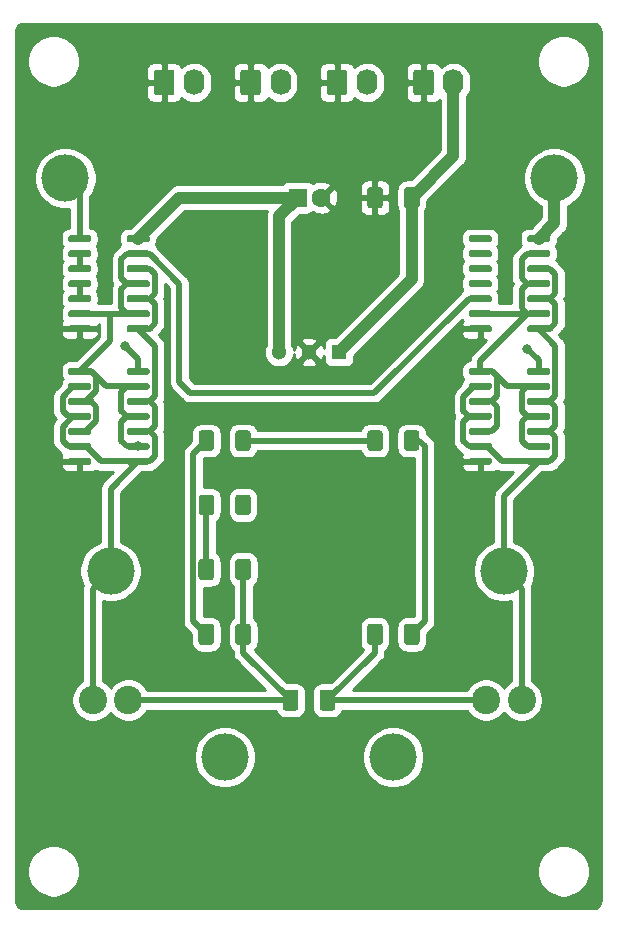
<source format=gbr>
%TF.GenerationSoftware,KiCad,Pcbnew,(5.1.7)-1*%
%TF.CreationDate,2021-11-02T09:12:16-05:00*%
%TF.ProjectId,Wisconsin Oscillator,57697363-6f6e-4736-996e-204f7363696c,rev?*%
%TF.SameCoordinates,Original*%
%TF.FileFunction,Copper,L1,Top*%
%TF.FilePolarity,Positive*%
%FSLAX46Y46*%
G04 Gerber Fmt 4.6, Leading zero omitted, Abs format (unit mm)*
G04 Created by KiCad (PCBNEW (5.1.7)-1) date 2021-11-02 09:12:16*
%MOMM*%
%LPD*%
G01*
G04 APERTURE LIST*
%TA.AperFunction,ComponentPad*%
%ADD10C,4.000000*%
%TD*%
%TA.AperFunction,ComponentPad*%
%ADD11C,1.300000*%
%TD*%
%TA.AperFunction,ComponentPad*%
%ADD12R,1.300000X1.300000*%
%TD*%
%TA.AperFunction,ComponentPad*%
%ADD13C,1.600000*%
%TD*%
%TA.AperFunction,ComponentPad*%
%ADD14R,1.600000X1.600000*%
%TD*%
%TA.AperFunction,ComponentPad*%
%ADD15O,1.740000X2.190000*%
%TD*%
%TA.AperFunction,ComponentPad*%
%ADD16C,2.400000*%
%TD*%
%TA.AperFunction,ViaPad*%
%ADD17C,0.800000*%
%TD*%
%TA.AperFunction,Conductor*%
%ADD18C,0.500000*%
%TD*%
%TA.AperFunction,Conductor*%
%ADD19C,1.000000*%
%TD*%
%TA.AperFunction,Conductor*%
%ADD20C,0.254000*%
%TD*%
%TA.AperFunction,Conductor*%
%ADD21C,0.100000*%
%TD*%
G04 APERTURE END LIST*
D10*
%TO.P,TP6,1*%
%TO.N,Net-(C6-Pad1)*%
X193548000Y-64516000D03*
%TD*%
%TO.P,TP5,1*%
%TO.N,Net-(C5-Pad2)*%
X179913280Y-113538000D03*
%TD*%
%TO.P,TP4,1*%
%TO.N,Net-(L2-Pad1)*%
X189270640Y-97790000D03*
%TD*%
%TO.P,TP3,1*%
%TO.N,Net-(C4-Pad1)*%
X165633400Y-113538000D03*
%TD*%
%TO.P,TP2,1*%
%TO.N,Net-(L1-Pad1)*%
X155966160Y-97790000D03*
%TD*%
%TO.P,TP1,1*%
%TO.N,Net-(C2-Pad1)*%
X152146000Y-64516000D03*
%TD*%
D11*
%TO.P,U5,2*%
%TO.N,Earth*%
X172773340Y-79248000D03*
%TO.P,U5,3*%
%TO.N,Net-(C6-Pad1)*%
X170233340Y-79248000D03*
D12*
%TO.P,U5,1*%
%TO.N,Net-(C7-Pad1)*%
X175313340Y-79248000D03*
%TD*%
%TO.P,U4,14*%
%TO.N,Net-(C6-Pad1)*%
%TA.AperFunction,SMDPad,CuDef*%
G36*
G01*
X191238000Y-81030000D02*
X191238000Y-80730000D01*
G75*
G02*
X191388000Y-80580000I150000J0D01*
G01*
X193038000Y-80580000D01*
G75*
G02*
X193188000Y-80730000I0J-150000D01*
G01*
X193188000Y-81030000D01*
G75*
G02*
X193038000Y-81180000I-150000J0D01*
G01*
X191388000Y-81180000D01*
G75*
G02*
X191238000Y-81030000I0J150000D01*
G01*
G37*
%TD.AperFunction*%
%TO.P,U4,13*%
%TO.N,Net-(U3-Pad11)*%
%TA.AperFunction,SMDPad,CuDef*%
G36*
G01*
X191238000Y-82300000D02*
X191238000Y-82000000D01*
G75*
G02*
X191388000Y-81850000I150000J0D01*
G01*
X193038000Y-81850000D01*
G75*
G02*
X193188000Y-82000000I0J-150000D01*
G01*
X193188000Y-82300000D01*
G75*
G02*
X193038000Y-82450000I-150000J0D01*
G01*
X191388000Y-82450000D01*
G75*
G02*
X191238000Y-82300000I0J150000D01*
G01*
G37*
%TD.AperFunction*%
%TO.P,U4,12*%
%TO.N,Net-(L2-Pad1)*%
%TA.AperFunction,SMDPad,CuDef*%
G36*
G01*
X191238000Y-83570000D02*
X191238000Y-83270000D01*
G75*
G02*
X191388000Y-83120000I150000J0D01*
G01*
X193038000Y-83120000D01*
G75*
G02*
X193188000Y-83270000I0J-150000D01*
G01*
X193188000Y-83570000D01*
G75*
G02*
X193038000Y-83720000I-150000J0D01*
G01*
X191388000Y-83720000D01*
G75*
G02*
X191238000Y-83570000I0J150000D01*
G01*
G37*
%TD.AperFunction*%
%TO.P,U4,11*%
%TO.N,Net-(U3-Pad11)*%
%TA.AperFunction,SMDPad,CuDef*%
G36*
G01*
X191238000Y-84840000D02*
X191238000Y-84540000D01*
G75*
G02*
X191388000Y-84390000I150000J0D01*
G01*
X193038000Y-84390000D01*
G75*
G02*
X193188000Y-84540000I0J-150000D01*
G01*
X193188000Y-84840000D01*
G75*
G02*
X193038000Y-84990000I-150000J0D01*
G01*
X191388000Y-84990000D01*
G75*
G02*
X191238000Y-84840000I0J150000D01*
G01*
G37*
%TD.AperFunction*%
%TO.P,U4,10*%
%TO.N,Net-(L2-Pad1)*%
%TA.AperFunction,SMDPad,CuDef*%
G36*
G01*
X191238000Y-86110000D02*
X191238000Y-85810000D01*
G75*
G02*
X191388000Y-85660000I150000J0D01*
G01*
X193038000Y-85660000D01*
G75*
G02*
X193188000Y-85810000I0J-150000D01*
G01*
X193188000Y-86110000D01*
G75*
G02*
X193038000Y-86260000I-150000J0D01*
G01*
X191388000Y-86260000D01*
G75*
G02*
X191238000Y-86110000I0J150000D01*
G01*
G37*
%TD.AperFunction*%
%TO.P,U4,9*%
%TO.N,Net-(U3-Pad11)*%
%TA.AperFunction,SMDPad,CuDef*%
G36*
G01*
X191238000Y-87380000D02*
X191238000Y-87080000D01*
G75*
G02*
X191388000Y-86930000I150000J0D01*
G01*
X193038000Y-86930000D01*
G75*
G02*
X193188000Y-87080000I0J-150000D01*
G01*
X193188000Y-87380000D01*
G75*
G02*
X193038000Y-87530000I-150000J0D01*
G01*
X191388000Y-87530000D01*
G75*
G02*
X191238000Y-87380000I0J150000D01*
G01*
G37*
%TD.AperFunction*%
%TO.P,U4,8*%
%TO.N,Net-(L2-Pad1)*%
%TA.AperFunction,SMDPad,CuDef*%
G36*
G01*
X191238000Y-88650000D02*
X191238000Y-88350000D01*
G75*
G02*
X191388000Y-88200000I150000J0D01*
G01*
X193038000Y-88200000D01*
G75*
G02*
X193188000Y-88350000I0J-150000D01*
G01*
X193188000Y-88650000D01*
G75*
G02*
X193038000Y-88800000I-150000J0D01*
G01*
X191388000Y-88800000D01*
G75*
G02*
X191238000Y-88650000I0J150000D01*
G01*
G37*
%TD.AperFunction*%
%TO.P,U4,7*%
%TO.N,Earth*%
%TA.AperFunction,SMDPad,CuDef*%
G36*
G01*
X186288000Y-88650000D02*
X186288000Y-88350000D01*
G75*
G02*
X186438000Y-88200000I150000J0D01*
G01*
X188088000Y-88200000D01*
G75*
G02*
X188238000Y-88350000I0J-150000D01*
G01*
X188238000Y-88650000D01*
G75*
G02*
X188088000Y-88800000I-150000J0D01*
G01*
X186438000Y-88800000D01*
G75*
G02*
X186288000Y-88650000I0J150000D01*
G01*
G37*
%TD.AperFunction*%
%TO.P,U4,6*%
%TO.N,Net-(L2-Pad1)*%
%TA.AperFunction,SMDPad,CuDef*%
G36*
G01*
X186288000Y-87380000D02*
X186288000Y-87080000D01*
G75*
G02*
X186438000Y-86930000I150000J0D01*
G01*
X188088000Y-86930000D01*
G75*
G02*
X188238000Y-87080000I0J-150000D01*
G01*
X188238000Y-87380000D01*
G75*
G02*
X188088000Y-87530000I-150000J0D01*
G01*
X186438000Y-87530000D01*
G75*
G02*
X186288000Y-87380000I0J150000D01*
G01*
G37*
%TD.AperFunction*%
%TO.P,U4,5*%
%TO.N,Net-(U3-Pad11)*%
%TA.AperFunction,SMDPad,CuDef*%
G36*
G01*
X186288000Y-86110000D02*
X186288000Y-85810000D01*
G75*
G02*
X186438000Y-85660000I150000J0D01*
G01*
X188088000Y-85660000D01*
G75*
G02*
X188238000Y-85810000I0J-150000D01*
G01*
X188238000Y-86110000D01*
G75*
G02*
X188088000Y-86260000I-150000J0D01*
G01*
X186438000Y-86260000D01*
G75*
G02*
X186288000Y-86110000I0J150000D01*
G01*
G37*
%TD.AperFunction*%
%TO.P,U4,4*%
%TO.N,Net-(L2-Pad1)*%
%TA.AperFunction,SMDPad,CuDef*%
G36*
G01*
X186288000Y-84840000D02*
X186288000Y-84540000D01*
G75*
G02*
X186438000Y-84390000I150000J0D01*
G01*
X188088000Y-84390000D01*
G75*
G02*
X188238000Y-84540000I0J-150000D01*
G01*
X188238000Y-84840000D01*
G75*
G02*
X188088000Y-84990000I-150000J0D01*
G01*
X186438000Y-84990000D01*
G75*
G02*
X186288000Y-84840000I0J150000D01*
G01*
G37*
%TD.AperFunction*%
%TO.P,U4,3*%
%TO.N,Net-(U3-Pad11)*%
%TA.AperFunction,SMDPad,CuDef*%
G36*
G01*
X186288000Y-83570000D02*
X186288000Y-83270000D01*
G75*
G02*
X186438000Y-83120000I150000J0D01*
G01*
X188088000Y-83120000D01*
G75*
G02*
X188238000Y-83270000I0J-150000D01*
G01*
X188238000Y-83570000D01*
G75*
G02*
X188088000Y-83720000I-150000J0D01*
G01*
X186438000Y-83720000D01*
G75*
G02*
X186288000Y-83570000I0J150000D01*
G01*
G37*
%TD.AperFunction*%
%TO.P,U4,2*%
%TO.N,Net-(L2-Pad1)*%
%TA.AperFunction,SMDPad,CuDef*%
G36*
G01*
X186288000Y-82300000D02*
X186288000Y-82000000D01*
G75*
G02*
X186438000Y-81850000I150000J0D01*
G01*
X188088000Y-81850000D01*
G75*
G02*
X188238000Y-82000000I0J-150000D01*
G01*
X188238000Y-82300000D01*
G75*
G02*
X188088000Y-82450000I-150000J0D01*
G01*
X186438000Y-82450000D01*
G75*
G02*
X186288000Y-82300000I0J150000D01*
G01*
G37*
%TD.AperFunction*%
%TO.P,U4,1*%
%TO.N,Net-(U3-Pad11)*%
%TA.AperFunction,SMDPad,CuDef*%
G36*
G01*
X186288000Y-81030000D02*
X186288000Y-80730000D01*
G75*
G02*
X186438000Y-80580000I150000J0D01*
G01*
X188088000Y-80580000D01*
G75*
G02*
X188238000Y-80730000I0J-150000D01*
G01*
X188238000Y-81030000D01*
G75*
G02*
X188088000Y-81180000I-150000J0D01*
G01*
X186438000Y-81180000D01*
G75*
G02*
X186288000Y-81030000I0J150000D01*
G01*
G37*
%TD.AperFunction*%
%TD*%
%TO.P,U3,14*%
%TO.N,Net-(C6-Pad1)*%
%TA.AperFunction,SMDPad,CuDef*%
G36*
G01*
X191238000Y-69804000D02*
X191238000Y-69504000D01*
G75*
G02*
X191388000Y-69354000I150000J0D01*
G01*
X193038000Y-69354000D01*
G75*
G02*
X193188000Y-69504000I0J-150000D01*
G01*
X193188000Y-69804000D01*
G75*
G02*
X193038000Y-69954000I-150000J0D01*
G01*
X191388000Y-69954000D01*
G75*
G02*
X191238000Y-69804000I0J150000D01*
G01*
G37*
%TD.AperFunction*%
%TO.P,U3,13*%
%TO.N,Net-(U3-Pad11)*%
%TA.AperFunction,SMDPad,CuDef*%
G36*
G01*
X191238000Y-71074000D02*
X191238000Y-70774000D01*
G75*
G02*
X191388000Y-70624000I150000J0D01*
G01*
X193038000Y-70624000D01*
G75*
G02*
X193188000Y-70774000I0J-150000D01*
G01*
X193188000Y-71074000D01*
G75*
G02*
X193038000Y-71224000I-150000J0D01*
G01*
X191388000Y-71224000D01*
G75*
G02*
X191238000Y-71074000I0J150000D01*
G01*
G37*
%TD.AperFunction*%
%TO.P,U3,12*%
%TO.N,Net-(L2-Pad1)*%
%TA.AperFunction,SMDPad,CuDef*%
G36*
G01*
X191238000Y-72344000D02*
X191238000Y-72044000D01*
G75*
G02*
X191388000Y-71894000I150000J0D01*
G01*
X193038000Y-71894000D01*
G75*
G02*
X193188000Y-72044000I0J-150000D01*
G01*
X193188000Y-72344000D01*
G75*
G02*
X193038000Y-72494000I-150000J0D01*
G01*
X191388000Y-72494000D01*
G75*
G02*
X191238000Y-72344000I0J150000D01*
G01*
G37*
%TD.AperFunction*%
%TO.P,U3,11*%
%TO.N,Net-(U3-Pad11)*%
%TA.AperFunction,SMDPad,CuDef*%
G36*
G01*
X191238000Y-73614000D02*
X191238000Y-73314000D01*
G75*
G02*
X191388000Y-73164000I150000J0D01*
G01*
X193038000Y-73164000D01*
G75*
G02*
X193188000Y-73314000I0J-150000D01*
G01*
X193188000Y-73614000D01*
G75*
G02*
X193038000Y-73764000I-150000J0D01*
G01*
X191388000Y-73764000D01*
G75*
G02*
X191238000Y-73614000I0J150000D01*
G01*
G37*
%TD.AperFunction*%
%TO.P,U3,10*%
%TO.N,Net-(L2-Pad1)*%
%TA.AperFunction,SMDPad,CuDef*%
G36*
G01*
X191238000Y-74884000D02*
X191238000Y-74584000D01*
G75*
G02*
X191388000Y-74434000I150000J0D01*
G01*
X193038000Y-74434000D01*
G75*
G02*
X193188000Y-74584000I0J-150000D01*
G01*
X193188000Y-74884000D01*
G75*
G02*
X193038000Y-75034000I-150000J0D01*
G01*
X191388000Y-75034000D01*
G75*
G02*
X191238000Y-74884000I0J150000D01*
G01*
G37*
%TD.AperFunction*%
%TO.P,U3,9*%
%TO.N,Net-(U3-Pad11)*%
%TA.AperFunction,SMDPad,CuDef*%
G36*
G01*
X191238000Y-76154000D02*
X191238000Y-75854000D01*
G75*
G02*
X191388000Y-75704000I150000J0D01*
G01*
X193038000Y-75704000D01*
G75*
G02*
X193188000Y-75854000I0J-150000D01*
G01*
X193188000Y-76154000D01*
G75*
G02*
X193038000Y-76304000I-150000J0D01*
G01*
X191388000Y-76304000D01*
G75*
G02*
X191238000Y-76154000I0J150000D01*
G01*
G37*
%TD.AperFunction*%
%TO.P,U3,8*%
%TO.N,Net-(L2-Pad1)*%
%TA.AperFunction,SMDPad,CuDef*%
G36*
G01*
X191238000Y-77424000D02*
X191238000Y-77124000D01*
G75*
G02*
X191388000Y-76974000I150000J0D01*
G01*
X193038000Y-76974000D01*
G75*
G02*
X193188000Y-77124000I0J-150000D01*
G01*
X193188000Y-77424000D01*
G75*
G02*
X193038000Y-77574000I-150000J0D01*
G01*
X191388000Y-77574000D01*
G75*
G02*
X191238000Y-77424000I0J150000D01*
G01*
G37*
%TD.AperFunction*%
%TO.P,U3,7*%
%TO.N,Earth*%
%TA.AperFunction,SMDPad,CuDef*%
G36*
G01*
X186288000Y-77424000D02*
X186288000Y-77124000D01*
G75*
G02*
X186438000Y-76974000I150000J0D01*
G01*
X188088000Y-76974000D01*
G75*
G02*
X188238000Y-77124000I0J-150000D01*
G01*
X188238000Y-77424000D01*
G75*
G02*
X188088000Y-77574000I-150000J0D01*
G01*
X186438000Y-77574000D01*
G75*
G02*
X186288000Y-77424000I0J150000D01*
G01*
G37*
%TD.AperFunction*%
%TO.P,U3,6*%
%TO.N,Net-(U3-Pad11)*%
%TA.AperFunction,SMDPad,CuDef*%
G36*
G01*
X186288000Y-76154000D02*
X186288000Y-75854000D01*
G75*
G02*
X186438000Y-75704000I150000J0D01*
G01*
X188088000Y-75704000D01*
G75*
G02*
X188238000Y-75854000I0J-150000D01*
G01*
X188238000Y-76154000D01*
G75*
G02*
X188088000Y-76304000I-150000J0D01*
G01*
X186438000Y-76304000D01*
G75*
G02*
X186288000Y-76154000I0J150000D01*
G01*
G37*
%TD.AperFunction*%
%TO.P,U3,5*%
%TO.N,Net-(R1-Pad1)*%
%TA.AperFunction,SMDPad,CuDef*%
G36*
G01*
X186288000Y-74884000D02*
X186288000Y-74584000D01*
G75*
G02*
X186438000Y-74434000I150000J0D01*
G01*
X188088000Y-74434000D01*
G75*
G02*
X188238000Y-74584000I0J-150000D01*
G01*
X188238000Y-74884000D01*
G75*
G02*
X188088000Y-75034000I-150000J0D01*
G01*
X186438000Y-75034000D01*
G75*
G02*
X186288000Y-74884000I0J150000D01*
G01*
G37*
%TD.AperFunction*%
%TO.P,U3,4*%
%TO.N,N/C*%
%TA.AperFunction,SMDPad,CuDef*%
G36*
G01*
X186288000Y-73614000D02*
X186288000Y-73314000D01*
G75*
G02*
X186438000Y-73164000I150000J0D01*
G01*
X188088000Y-73164000D01*
G75*
G02*
X188238000Y-73314000I0J-150000D01*
G01*
X188238000Y-73614000D01*
G75*
G02*
X188088000Y-73764000I-150000J0D01*
G01*
X186438000Y-73764000D01*
G75*
G02*
X186288000Y-73614000I0J150000D01*
G01*
G37*
%TD.AperFunction*%
%TO.P,U3,3*%
%TA.AperFunction,SMDPad,CuDef*%
G36*
G01*
X186288000Y-72344000D02*
X186288000Y-72044000D01*
G75*
G02*
X186438000Y-71894000I150000J0D01*
G01*
X188088000Y-71894000D01*
G75*
G02*
X188238000Y-72044000I0J-150000D01*
G01*
X188238000Y-72344000D01*
G75*
G02*
X188088000Y-72494000I-150000J0D01*
G01*
X186438000Y-72494000D01*
G75*
G02*
X186288000Y-72344000I0J150000D01*
G01*
G37*
%TD.AperFunction*%
%TO.P,U3,2*%
%TA.AperFunction,SMDPad,CuDef*%
G36*
G01*
X186288000Y-71074000D02*
X186288000Y-70774000D01*
G75*
G02*
X186438000Y-70624000I150000J0D01*
G01*
X188088000Y-70624000D01*
G75*
G02*
X188238000Y-70774000I0J-150000D01*
G01*
X188238000Y-71074000D01*
G75*
G02*
X188088000Y-71224000I-150000J0D01*
G01*
X186438000Y-71224000D01*
G75*
G02*
X186288000Y-71074000I0J150000D01*
G01*
G37*
%TD.AperFunction*%
%TO.P,U3,1*%
%TA.AperFunction,SMDPad,CuDef*%
G36*
G01*
X186288000Y-69804000D02*
X186288000Y-69504000D01*
G75*
G02*
X186438000Y-69354000I150000J0D01*
G01*
X188088000Y-69354000D01*
G75*
G02*
X188238000Y-69504000I0J-150000D01*
G01*
X188238000Y-69804000D01*
G75*
G02*
X188088000Y-69954000I-150000J0D01*
G01*
X186438000Y-69954000D01*
G75*
G02*
X186288000Y-69804000I0J150000D01*
G01*
G37*
%TD.AperFunction*%
%TD*%
%TO.P,U2,14*%
%TO.N,Net-(C6-Pad1)*%
%TA.AperFunction,SMDPad,CuDef*%
G36*
G01*
X157323000Y-81030000D02*
X157323000Y-80730000D01*
G75*
G02*
X157473000Y-80580000I150000J0D01*
G01*
X159123000Y-80580000D01*
G75*
G02*
X159273000Y-80730000I0J-150000D01*
G01*
X159273000Y-81030000D01*
G75*
G02*
X159123000Y-81180000I-150000J0D01*
G01*
X157473000Y-81180000D01*
G75*
G02*
X157323000Y-81030000I0J150000D01*
G01*
G37*
%TD.AperFunction*%
%TO.P,U2,13*%
%TO.N,Net-(R1-Pad1)*%
%TA.AperFunction,SMDPad,CuDef*%
G36*
G01*
X157323000Y-82300000D02*
X157323000Y-82000000D01*
G75*
G02*
X157473000Y-81850000I150000J0D01*
G01*
X159123000Y-81850000D01*
G75*
G02*
X159273000Y-82000000I0J-150000D01*
G01*
X159273000Y-82300000D01*
G75*
G02*
X159123000Y-82450000I-150000J0D01*
G01*
X157473000Y-82450000D01*
G75*
G02*
X157323000Y-82300000I0J150000D01*
G01*
G37*
%TD.AperFunction*%
%TO.P,U2,12*%
%TO.N,Net-(L1-Pad1)*%
%TA.AperFunction,SMDPad,CuDef*%
G36*
G01*
X157323000Y-83570000D02*
X157323000Y-83270000D01*
G75*
G02*
X157473000Y-83120000I150000J0D01*
G01*
X159123000Y-83120000D01*
G75*
G02*
X159273000Y-83270000I0J-150000D01*
G01*
X159273000Y-83570000D01*
G75*
G02*
X159123000Y-83720000I-150000J0D01*
G01*
X157473000Y-83720000D01*
G75*
G02*
X157323000Y-83570000I0J150000D01*
G01*
G37*
%TD.AperFunction*%
%TO.P,U2,11*%
%TO.N,Net-(R1-Pad1)*%
%TA.AperFunction,SMDPad,CuDef*%
G36*
G01*
X157323000Y-84840000D02*
X157323000Y-84540000D01*
G75*
G02*
X157473000Y-84390000I150000J0D01*
G01*
X159123000Y-84390000D01*
G75*
G02*
X159273000Y-84540000I0J-150000D01*
G01*
X159273000Y-84840000D01*
G75*
G02*
X159123000Y-84990000I-150000J0D01*
G01*
X157473000Y-84990000D01*
G75*
G02*
X157323000Y-84840000I0J150000D01*
G01*
G37*
%TD.AperFunction*%
%TO.P,U2,10*%
%TO.N,Net-(L1-Pad1)*%
%TA.AperFunction,SMDPad,CuDef*%
G36*
G01*
X157323000Y-86110000D02*
X157323000Y-85810000D01*
G75*
G02*
X157473000Y-85660000I150000J0D01*
G01*
X159123000Y-85660000D01*
G75*
G02*
X159273000Y-85810000I0J-150000D01*
G01*
X159273000Y-86110000D01*
G75*
G02*
X159123000Y-86260000I-150000J0D01*
G01*
X157473000Y-86260000D01*
G75*
G02*
X157323000Y-86110000I0J150000D01*
G01*
G37*
%TD.AperFunction*%
%TO.P,U2,9*%
%TO.N,Net-(R1-Pad1)*%
%TA.AperFunction,SMDPad,CuDef*%
G36*
G01*
X157323000Y-87380000D02*
X157323000Y-87080000D01*
G75*
G02*
X157473000Y-86930000I150000J0D01*
G01*
X159123000Y-86930000D01*
G75*
G02*
X159273000Y-87080000I0J-150000D01*
G01*
X159273000Y-87380000D01*
G75*
G02*
X159123000Y-87530000I-150000J0D01*
G01*
X157473000Y-87530000D01*
G75*
G02*
X157323000Y-87380000I0J150000D01*
G01*
G37*
%TD.AperFunction*%
%TO.P,U2,8*%
%TO.N,Net-(L1-Pad1)*%
%TA.AperFunction,SMDPad,CuDef*%
G36*
G01*
X157323000Y-88650000D02*
X157323000Y-88350000D01*
G75*
G02*
X157473000Y-88200000I150000J0D01*
G01*
X159123000Y-88200000D01*
G75*
G02*
X159273000Y-88350000I0J-150000D01*
G01*
X159273000Y-88650000D01*
G75*
G02*
X159123000Y-88800000I-150000J0D01*
G01*
X157473000Y-88800000D01*
G75*
G02*
X157323000Y-88650000I0J150000D01*
G01*
G37*
%TD.AperFunction*%
%TO.P,U2,7*%
%TO.N,Earth*%
%TA.AperFunction,SMDPad,CuDef*%
G36*
G01*
X152373000Y-88650000D02*
X152373000Y-88350000D01*
G75*
G02*
X152523000Y-88200000I150000J0D01*
G01*
X154173000Y-88200000D01*
G75*
G02*
X154323000Y-88350000I0J-150000D01*
G01*
X154323000Y-88650000D01*
G75*
G02*
X154173000Y-88800000I-150000J0D01*
G01*
X152523000Y-88800000D01*
G75*
G02*
X152373000Y-88650000I0J150000D01*
G01*
G37*
%TD.AperFunction*%
%TO.P,U2,6*%
%TO.N,Net-(L1-Pad1)*%
%TA.AperFunction,SMDPad,CuDef*%
G36*
G01*
X152373000Y-87380000D02*
X152373000Y-87080000D01*
G75*
G02*
X152523000Y-86930000I150000J0D01*
G01*
X154173000Y-86930000D01*
G75*
G02*
X154323000Y-87080000I0J-150000D01*
G01*
X154323000Y-87380000D01*
G75*
G02*
X154173000Y-87530000I-150000J0D01*
G01*
X152523000Y-87530000D01*
G75*
G02*
X152373000Y-87380000I0J150000D01*
G01*
G37*
%TD.AperFunction*%
%TO.P,U2,5*%
%TO.N,Net-(R1-Pad1)*%
%TA.AperFunction,SMDPad,CuDef*%
G36*
G01*
X152373000Y-86110000D02*
X152373000Y-85810000D01*
G75*
G02*
X152523000Y-85660000I150000J0D01*
G01*
X154173000Y-85660000D01*
G75*
G02*
X154323000Y-85810000I0J-150000D01*
G01*
X154323000Y-86110000D01*
G75*
G02*
X154173000Y-86260000I-150000J0D01*
G01*
X152523000Y-86260000D01*
G75*
G02*
X152373000Y-86110000I0J150000D01*
G01*
G37*
%TD.AperFunction*%
%TO.P,U2,4*%
%TO.N,Net-(L1-Pad1)*%
%TA.AperFunction,SMDPad,CuDef*%
G36*
G01*
X152373000Y-84840000D02*
X152373000Y-84540000D01*
G75*
G02*
X152523000Y-84390000I150000J0D01*
G01*
X154173000Y-84390000D01*
G75*
G02*
X154323000Y-84540000I0J-150000D01*
G01*
X154323000Y-84840000D01*
G75*
G02*
X154173000Y-84990000I-150000J0D01*
G01*
X152523000Y-84990000D01*
G75*
G02*
X152373000Y-84840000I0J150000D01*
G01*
G37*
%TD.AperFunction*%
%TO.P,U2,3*%
%TO.N,Net-(R1-Pad1)*%
%TA.AperFunction,SMDPad,CuDef*%
G36*
G01*
X152373000Y-83570000D02*
X152373000Y-83270000D01*
G75*
G02*
X152523000Y-83120000I150000J0D01*
G01*
X154173000Y-83120000D01*
G75*
G02*
X154323000Y-83270000I0J-150000D01*
G01*
X154323000Y-83570000D01*
G75*
G02*
X154173000Y-83720000I-150000J0D01*
G01*
X152523000Y-83720000D01*
G75*
G02*
X152373000Y-83570000I0J150000D01*
G01*
G37*
%TD.AperFunction*%
%TO.P,U2,2*%
%TO.N,Net-(L1-Pad1)*%
%TA.AperFunction,SMDPad,CuDef*%
G36*
G01*
X152373000Y-82300000D02*
X152373000Y-82000000D01*
G75*
G02*
X152523000Y-81850000I150000J0D01*
G01*
X154173000Y-81850000D01*
G75*
G02*
X154323000Y-82000000I0J-150000D01*
G01*
X154323000Y-82300000D01*
G75*
G02*
X154173000Y-82450000I-150000J0D01*
G01*
X152523000Y-82450000D01*
G75*
G02*
X152373000Y-82300000I0J150000D01*
G01*
G37*
%TD.AperFunction*%
%TO.P,U2,1*%
%TO.N,Net-(R1-Pad1)*%
%TA.AperFunction,SMDPad,CuDef*%
G36*
G01*
X152373000Y-81030000D02*
X152373000Y-80730000D01*
G75*
G02*
X152523000Y-80580000I150000J0D01*
G01*
X154173000Y-80580000D01*
G75*
G02*
X154323000Y-80730000I0J-150000D01*
G01*
X154323000Y-81030000D01*
G75*
G02*
X154173000Y-81180000I-150000J0D01*
G01*
X152523000Y-81180000D01*
G75*
G02*
X152373000Y-81030000I0J150000D01*
G01*
G37*
%TD.AperFunction*%
%TD*%
%TO.P,U1,14*%
%TO.N,Net-(C6-Pad1)*%
%TA.AperFunction,SMDPad,CuDef*%
G36*
G01*
X157323000Y-69804000D02*
X157323000Y-69504000D01*
G75*
G02*
X157473000Y-69354000I150000J0D01*
G01*
X159123000Y-69354000D01*
G75*
G02*
X159273000Y-69504000I0J-150000D01*
G01*
X159273000Y-69804000D01*
G75*
G02*
X159123000Y-69954000I-150000J0D01*
G01*
X157473000Y-69954000D01*
G75*
G02*
X157323000Y-69804000I0J150000D01*
G01*
G37*
%TD.AperFunction*%
%TO.P,U1,13*%
%TO.N,Net-(R1-Pad1)*%
%TA.AperFunction,SMDPad,CuDef*%
G36*
G01*
X157323000Y-71074000D02*
X157323000Y-70774000D01*
G75*
G02*
X157473000Y-70624000I150000J0D01*
G01*
X159123000Y-70624000D01*
G75*
G02*
X159273000Y-70774000I0J-150000D01*
G01*
X159273000Y-71074000D01*
G75*
G02*
X159123000Y-71224000I-150000J0D01*
G01*
X157473000Y-71224000D01*
G75*
G02*
X157323000Y-71074000I0J150000D01*
G01*
G37*
%TD.AperFunction*%
%TO.P,U1,12*%
%TO.N,Net-(L1-Pad1)*%
%TA.AperFunction,SMDPad,CuDef*%
G36*
G01*
X157323000Y-72344000D02*
X157323000Y-72044000D01*
G75*
G02*
X157473000Y-71894000I150000J0D01*
G01*
X159123000Y-71894000D01*
G75*
G02*
X159273000Y-72044000I0J-150000D01*
G01*
X159273000Y-72344000D01*
G75*
G02*
X159123000Y-72494000I-150000J0D01*
G01*
X157473000Y-72494000D01*
G75*
G02*
X157323000Y-72344000I0J150000D01*
G01*
G37*
%TD.AperFunction*%
%TO.P,U1,11*%
%TO.N,Net-(R1-Pad1)*%
%TA.AperFunction,SMDPad,CuDef*%
G36*
G01*
X157323000Y-73614000D02*
X157323000Y-73314000D01*
G75*
G02*
X157473000Y-73164000I150000J0D01*
G01*
X159123000Y-73164000D01*
G75*
G02*
X159273000Y-73314000I0J-150000D01*
G01*
X159273000Y-73614000D01*
G75*
G02*
X159123000Y-73764000I-150000J0D01*
G01*
X157473000Y-73764000D01*
G75*
G02*
X157323000Y-73614000I0J150000D01*
G01*
G37*
%TD.AperFunction*%
%TO.P,U1,10*%
%TO.N,Net-(L1-Pad1)*%
%TA.AperFunction,SMDPad,CuDef*%
G36*
G01*
X157323000Y-74884000D02*
X157323000Y-74584000D01*
G75*
G02*
X157473000Y-74434000I150000J0D01*
G01*
X159123000Y-74434000D01*
G75*
G02*
X159273000Y-74584000I0J-150000D01*
G01*
X159273000Y-74884000D01*
G75*
G02*
X159123000Y-75034000I-150000J0D01*
G01*
X157473000Y-75034000D01*
G75*
G02*
X157323000Y-74884000I0J150000D01*
G01*
G37*
%TD.AperFunction*%
%TO.P,U1,9*%
%TO.N,Net-(R1-Pad1)*%
%TA.AperFunction,SMDPad,CuDef*%
G36*
G01*
X157323000Y-76154000D02*
X157323000Y-75854000D01*
G75*
G02*
X157473000Y-75704000I150000J0D01*
G01*
X159123000Y-75704000D01*
G75*
G02*
X159273000Y-75854000I0J-150000D01*
G01*
X159273000Y-76154000D01*
G75*
G02*
X159123000Y-76304000I-150000J0D01*
G01*
X157473000Y-76304000D01*
G75*
G02*
X157323000Y-76154000I0J150000D01*
G01*
G37*
%TD.AperFunction*%
%TO.P,U1,8*%
%TO.N,Net-(L1-Pad1)*%
%TA.AperFunction,SMDPad,CuDef*%
G36*
G01*
X157323000Y-77424000D02*
X157323000Y-77124000D01*
G75*
G02*
X157473000Y-76974000I150000J0D01*
G01*
X159123000Y-76974000D01*
G75*
G02*
X159273000Y-77124000I0J-150000D01*
G01*
X159273000Y-77424000D01*
G75*
G02*
X159123000Y-77574000I-150000J0D01*
G01*
X157473000Y-77574000D01*
G75*
G02*
X157323000Y-77424000I0J150000D01*
G01*
G37*
%TD.AperFunction*%
%TO.P,U1,7*%
%TO.N,Earth*%
%TA.AperFunction,SMDPad,CuDef*%
G36*
G01*
X152373000Y-77424000D02*
X152373000Y-77124000D01*
G75*
G02*
X152523000Y-76974000I150000J0D01*
G01*
X154173000Y-76974000D01*
G75*
G02*
X154323000Y-77124000I0J-150000D01*
G01*
X154323000Y-77424000D01*
G75*
G02*
X154173000Y-77574000I-150000J0D01*
G01*
X152523000Y-77574000D01*
G75*
G02*
X152373000Y-77424000I0J150000D01*
G01*
G37*
%TD.AperFunction*%
%TO.P,U1,6*%
%TO.N,Net-(R1-Pad1)*%
%TA.AperFunction,SMDPad,CuDef*%
G36*
G01*
X152373000Y-76154000D02*
X152373000Y-75854000D01*
G75*
G02*
X152523000Y-75704000I150000J0D01*
G01*
X154173000Y-75704000D01*
G75*
G02*
X154323000Y-75854000I0J-150000D01*
G01*
X154323000Y-76154000D01*
G75*
G02*
X154173000Y-76304000I-150000J0D01*
G01*
X152523000Y-76304000D01*
G75*
G02*
X152373000Y-76154000I0J150000D01*
G01*
G37*
%TD.AperFunction*%
%TO.P,U1,5*%
%TO.N,Net-(U1-Pad4)*%
%TA.AperFunction,SMDPad,CuDef*%
G36*
G01*
X152373000Y-74884000D02*
X152373000Y-74584000D01*
G75*
G02*
X152523000Y-74434000I150000J0D01*
G01*
X154173000Y-74434000D01*
G75*
G02*
X154323000Y-74584000I0J-150000D01*
G01*
X154323000Y-74884000D01*
G75*
G02*
X154173000Y-75034000I-150000J0D01*
G01*
X152523000Y-75034000D01*
G75*
G02*
X152373000Y-74884000I0J150000D01*
G01*
G37*
%TD.AperFunction*%
%TO.P,U1,4*%
%TA.AperFunction,SMDPad,CuDef*%
G36*
G01*
X152373000Y-73614000D02*
X152373000Y-73314000D01*
G75*
G02*
X152523000Y-73164000I150000J0D01*
G01*
X154173000Y-73164000D01*
G75*
G02*
X154323000Y-73314000I0J-150000D01*
G01*
X154323000Y-73614000D01*
G75*
G02*
X154173000Y-73764000I-150000J0D01*
G01*
X152523000Y-73764000D01*
G75*
G02*
X152373000Y-73614000I0J150000D01*
G01*
G37*
%TD.AperFunction*%
%TO.P,U1,3*%
%TO.N,Net-(U1-Pad2)*%
%TA.AperFunction,SMDPad,CuDef*%
G36*
G01*
X152373000Y-72344000D02*
X152373000Y-72044000D01*
G75*
G02*
X152523000Y-71894000I150000J0D01*
G01*
X154173000Y-71894000D01*
G75*
G02*
X154323000Y-72044000I0J-150000D01*
G01*
X154323000Y-72344000D01*
G75*
G02*
X154173000Y-72494000I-150000J0D01*
G01*
X152523000Y-72494000D01*
G75*
G02*
X152373000Y-72344000I0J150000D01*
G01*
G37*
%TD.AperFunction*%
%TO.P,U1,2*%
%TA.AperFunction,SMDPad,CuDef*%
G36*
G01*
X152373000Y-71074000D02*
X152373000Y-70774000D01*
G75*
G02*
X152523000Y-70624000I150000J0D01*
G01*
X154173000Y-70624000D01*
G75*
G02*
X154323000Y-70774000I0J-150000D01*
G01*
X154323000Y-71074000D01*
G75*
G02*
X154173000Y-71224000I-150000J0D01*
G01*
X152523000Y-71224000D01*
G75*
G02*
X152373000Y-71074000I0J150000D01*
G01*
G37*
%TD.AperFunction*%
%TO.P,U1,1*%
%TO.N,Net-(C2-Pad1)*%
%TA.AperFunction,SMDPad,CuDef*%
G36*
G01*
X152373000Y-69804000D02*
X152373000Y-69504000D01*
G75*
G02*
X152523000Y-69354000I150000J0D01*
G01*
X154173000Y-69354000D01*
G75*
G02*
X154323000Y-69504000I0J-150000D01*
G01*
X154323000Y-69804000D01*
G75*
G02*
X154173000Y-69954000I-150000J0D01*
G01*
X152523000Y-69954000D01*
G75*
G02*
X152373000Y-69804000I0J150000D01*
G01*
G37*
%TD.AperFunction*%
%TD*%
D13*
%TO.P,C6,2*%
%TO.N,Earth*%
X173818228Y-66167000D03*
D14*
%TO.P,C6,1*%
%TO.N,Net-(C6-Pad1)*%
X171818228Y-66167000D03*
%TD*%
D15*
%TO.P,J1,2*%
%TO.N,Net-(C4-Pad1)*%
X163042600Y-56420560D03*
%TO.P,J1,1*%
%TO.N,Earth*%
%TA.AperFunction,ComponentPad*%
G36*
G01*
X159632600Y-57265561D02*
X159632600Y-55575559D01*
G75*
G02*
X159882599Y-55325560I249999J0D01*
G01*
X161122601Y-55325560D01*
G75*
G02*
X161372600Y-55575559I0J-249999D01*
G01*
X161372600Y-57265561D01*
G75*
G02*
X161122601Y-57515560I-249999J0D01*
G01*
X159882599Y-57515560D01*
G75*
G02*
X159632600Y-57265561I0J249999D01*
G01*
G37*
%TD.AperFunction*%
%TD*%
%TO.P,C5,2*%
%TO.N,Net-(C5-Pad2)*%
%TA.AperFunction,SMDPad,CuDef*%
G36*
G01*
X180813280Y-103799403D02*
X180813280Y-102499397D01*
G75*
G02*
X181063277Y-102249400I249997J0D01*
G01*
X181888283Y-102249400D01*
G75*
G02*
X182138280Y-102499397I0J-249997D01*
G01*
X182138280Y-103799403D01*
G75*
G02*
X181888283Y-104049400I-249997J0D01*
G01*
X181063277Y-104049400D01*
G75*
G02*
X180813280Y-103799403I0J249997D01*
G01*
G37*
%TD.AperFunction*%
%TO.P,C5,1*%
%TO.N,Net-(C1-Pad2)*%
%TA.AperFunction,SMDPad,CuDef*%
G36*
G01*
X177688280Y-103799403D02*
X177688280Y-102499397D01*
G75*
G02*
X177938277Y-102249400I249997J0D01*
G01*
X178763283Y-102249400D01*
G75*
G02*
X179013280Y-102499397I0J-249997D01*
G01*
X179013280Y-103799403D01*
G75*
G02*
X178763283Y-104049400I-249997J0D01*
G01*
X177938277Y-104049400D01*
G75*
G02*
X177688280Y-103799403I0J249997D01*
G01*
G37*
%TD.AperFunction*%
%TD*%
%TO.P,J2,2*%
%TO.N,Net-(C5-Pad2)*%
X170362880Y-56420560D03*
%TO.P,J2,1*%
%TO.N,Earth*%
%TA.AperFunction,ComponentPad*%
G36*
G01*
X166952880Y-57265561D02*
X166952880Y-55575559D01*
G75*
G02*
X167202879Y-55325560I249999J0D01*
G01*
X168442881Y-55325560D01*
G75*
G02*
X168692880Y-55575559I0J-249999D01*
G01*
X168692880Y-57265561D01*
G75*
G02*
X168442881Y-57515560I-249999J0D01*
G01*
X167202879Y-57515560D01*
G75*
G02*
X166952880Y-57265561I0J249999D01*
G01*
G37*
%TD.AperFunction*%
%TD*%
%TO.P,J3,2*%
%TO.N,Net-(J3-Pad2)*%
X177683160Y-56420560D03*
%TO.P,J3,1*%
%TO.N,Earth*%
%TA.AperFunction,ComponentPad*%
G36*
G01*
X174273160Y-57265561D02*
X174273160Y-55575559D01*
G75*
G02*
X174523159Y-55325560I249999J0D01*
G01*
X175763161Y-55325560D01*
G75*
G02*
X176013160Y-55575559I0J-249999D01*
G01*
X176013160Y-57265561D01*
G75*
G02*
X175763161Y-57515560I-249999J0D01*
G01*
X174523159Y-57515560D01*
G75*
G02*
X174273160Y-57265561I0J249999D01*
G01*
G37*
%TD.AperFunction*%
%TD*%
%TO.P,C2,2*%
%TO.N,Net-(C1-Pad1)*%
%TA.AperFunction,SMDPad,CuDef*%
G36*
G01*
X166533400Y-98299935D02*
X166533400Y-96999929D01*
G75*
G02*
X166783397Y-96749932I249997J0D01*
G01*
X167608403Y-96749932D01*
G75*
G02*
X167858400Y-96999929I0J-249997D01*
G01*
X167858400Y-98299935D01*
G75*
G02*
X167608403Y-98549932I-249997J0D01*
G01*
X166783397Y-98549932D01*
G75*
G02*
X166533400Y-98299935I0J249997D01*
G01*
G37*
%TD.AperFunction*%
%TO.P,C2,1*%
%TO.N,Net-(C2-Pad1)*%
%TA.AperFunction,SMDPad,CuDef*%
G36*
G01*
X163408400Y-98299935D02*
X163408400Y-96999929D01*
G75*
G02*
X163658397Y-96749932I249997J0D01*
G01*
X164483403Y-96749932D01*
G75*
G02*
X164733400Y-96999929I0J-249997D01*
G01*
X164733400Y-98299935D01*
G75*
G02*
X164483403Y-98549932I-249997J0D01*
G01*
X163658397Y-98549932D01*
G75*
G02*
X163408400Y-98299935I0J249997D01*
G01*
G37*
%TD.AperFunction*%
%TD*%
%TO.P,R2,2*%
%TO.N,Net-(C4-Pad1)*%
%TA.AperFunction,SMDPad,CuDef*%
G36*
G01*
X164733400Y-86115999D02*
X164733400Y-87366001D01*
G75*
G02*
X164483401Y-87616000I-249999J0D01*
G01*
X163683399Y-87616000D01*
G75*
G02*
X163433400Y-87366001I0J249999D01*
G01*
X163433400Y-86115999D01*
G75*
G02*
X163683399Y-85866000I249999J0D01*
G01*
X164483401Y-85866000D01*
G75*
G02*
X164733400Y-86115999I0J-249999D01*
G01*
G37*
%TD.AperFunction*%
%TO.P,R2,1*%
%TO.N,Net-(J3-Pad2)*%
%TA.AperFunction,SMDPad,CuDef*%
G36*
G01*
X167833400Y-86115999D02*
X167833400Y-87366001D01*
G75*
G02*
X167583401Y-87616000I-249999J0D01*
G01*
X166783399Y-87616000D01*
G75*
G02*
X166533400Y-87366001I0J249999D01*
G01*
X166533400Y-86115999D01*
G75*
G02*
X166783399Y-85866000I249999J0D01*
G01*
X167583401Y-85866000D01*
G75*
G02*
X167833400Y-86115999I0J-249999D01*
G01*
G37*
%TD.AperFunction*%
%TD*%
%TO.P,R3,2*%
%TO.N,Net-(C5-Pad2)*%
%TA.AperFunction,SMDPad,CuDef*%
G36*
G01*
X180813280Y-87366001D02*
X180813280Y-86115999D01*
G75*
G02*
X181063279Y-85866000I249999J0D01*
G01*
X181863281Y-85866000D01*
G75*
G02*
X182113280Y-86115999I0J-249999D01*
G01*
X182113280Y-87366001D01*
G75*
G02*
X181863281Y-87616000I-249999J0D01*
G01*
X181063279Y-87616000D01*
G75*
G02*
X180813280Y-87366001I0J249999D01*
G01*
G37*
%TD.AperFunction*%
%TO.P,R3,1*%
%TO.N,Net-(J3-Pad2)*%
%TA.AperFunction,SMDPad,CuDef*%
G36*
G01*
X177713280Y-87366001D02*
X177713280Y-86115999D01*
G75*
G02*
X177963279Y-85866000I249999J0D01*
G01*
X178763281Y-85866000D01*
G75*
G02*
X179013280Y-86115999I0J-249999D01*
G01*
X179013280Y-87366001D01*
G75*
G02*
X178763281Y-87616000I-249999J0D01*
G01*
X177963279Y-87616000D01*
G75*
G02*
X177713280Y-87366001I0J249999D01*
G01*
G37*
%TD.AperFunction*%
%TD*%
%TO.P,R1,1*%
%TO.N,Net-(R1-Pad1)*%
%TA.AperFunction,SMDPad,CuDef*%
G36*
G01*
X167833400Y-91555465D02*
X167833400Y-92805467D01*
G75*
G02*
X167583401Y-93055466I-249999J0D01*
G01*
X166783399Y-93055466D01*
G75*
G02*
X166533400Y-92805467I0J249999D01*
G01*
X166533400Y-91555465D01*
G75*
G02*
X166783399Y-91305466I249999J0D01*
G01*
X167583401Y-91305466D01*
G75*
G02*
X167833400Y-91555465I0J-249999D01*
G01*
G37*
%TD.AperFunction*%
%TO.P,R1,2*%
%TO.N,Net-(C2-Pad1)*%
%TA.AperFunction,SMDPad,CuDef*%
G36*
G01*
X164733400Y-91555465D02*
X164733400Y-92805467D01*
G75*
G02*
X164483401Y-93055466I-249999J0D01*
G01*
X163683399Y-93055466D01*
G75*
G02*
X163433400Y-92805467I0J249999D01*
G01*
X163433400Y-91555465D01*
G75*
G02*
X163683399Y-91305466I249999J0D01*
G01*
X164483401Y-91305466D01*
G75*
G02*
X164733400Y-91555465I0J-249999D01*
G01*
G37*
%TD.AperFunction*%
%TD*%
D16*
%TO.P,L2,2*%
%TO.N,Net-(C1-Pad2)*%
X187770640Y-108717080D03*
%TO.P,L2,1*%
%TO.N,Net-(L2-Pad1)*%
X190770640Y-108717080D03*
%TD*%
%TO.P,L1,2*%
%TO.N,Net-(C1-Pad1)*%
X157466160Y-108717080D03*
%TO.P,L1,1*%
%TO.N,Net-(L1-Pad1)*%
X154466160Y-108717080D03*
%TD*%
D15*
%TO.P,J4,2*%
%TO.N,Net-(C7-Pad1)*%
X185003440Y-56420560D03*
%TO.P,J4,1*%
%TO.N,Earth*%
%TA.AperFunction,ComponentPad*%
G36*
G01*
X181593440Y-57265561D02*
X181593440Y-55575559D01*
G75*
G02*
X181843439Y-55325560I249999J0D01*
G01*
X183083441Y-55325560D01*
G75*
G02*
X183333440Y-55575559I0J-249999D01*
G01*
X183333440Y-57265561D01*
G75*
G02*
X183083441Y-57515560I-249999J0D01*
G01*
X181843439Y-57515560D01*
G75*
G02*
X181593440Y-57265561I0J249999D01*
G01*
G37*
%TD.AperFunction*%
%TD*%
%TO.P,C7,2*%
%TO.N,Earth*%
%TA.AperFunction,SMDPad,CuDef*%
G36*
G01*
X179013280Y-65516997D02*
X179013280Y-66817003D01*
G75*
G02*
X178763283Y-67067000I-249997J0D01*
G01*
X177938277Y-67067000D01*
G75*
G02*
X177688280Y-66817003I0J249997D01*
G01*
X177688280Y-65516997D01*
G75*
G02*
X177938277Y-65267000I249997J0D01*
G01*
X178763283Y-65267000D01*
G75*
G02*
X179013280Y-65516997I0J-249997D01*
G01*
G37*
%TD.AperFunction*%
%TO.P,C7,1*%
%TO.N,Net-(C7-Pad1)*%
%TA.AperFunction,SMDPad,CuDef*%
G36*
G01*
X182138280Y-65516997D02*
X182138280Y-66817003D01*
G75*
G02*
X181888283Y-67067000I-249997J0D01*
G01*
X181063277Y-67067000D01*
G75*
G02*
X180813280Y-66817003I0J249997D01*
G01*
X180813280Y-65516997D01*
G75*
G02*
X181063277Y-65267000I249997J0D01*
G01*
X181888283Y-65267000D01*
G75*
G02*
X182138280Y-65516997I0J-249997D01*
G01*
G37*
%TD.AperFunction*%
%TD*%
%TO.P,C4,2*%
%TO.N,Net-(C1-Pad1)*%
%TA.AperFunction,SMDPad,CuDef*%
G36*
G01*
X166533400Y-103799403D02*
X166533400Y-102499397D01*
G75*
G02*
X166783397Y-102249400I249997J0D01*
G01*
X167608403Y-102249400D01*
G75*
G02*
X167858400Y-102499397I0J-249997D01*
G01*
X167858400Y-103799403D01*
G75*
G02*
X167608403Y-104049400I-249997J0D01*
G01*
X166783397Y-104049400D01*
G75*
G02*
X166533400Y-103799403I0J249997D01*
G01*
G37*
%TD.AperFunction*%
%TO.P,C4,1*%
%TO.N,Net-(C4-Pad1)*%
%TA.AperFunction,SMDPad,CuDef*%
G36*
G01*
X163408400Y-103799403D02*
X163408400Y-102499397D01*
G75*
G02*
X163658397Y-102249400I249997J0D01*
G01*
X164483403Y-102249400D01*
G75*
G02*
X164733400Y-102499397I0J-249997D01*
G01*
X164733400Y-103799403D01*
G75*
G02*
X164483403Y-104049400I-249997J0D01*
G01*
X163658397Y-104049400D01*
G75*
G02*
X163408400Y-103799403I0J249997D01*
G01*
G37*
%TD.AperFunction*%
%TD*%
%TO.P,C1,2*%
%TO.N,Net-(C1-Pad2)*%
%TA.AperFunction,SMDPad,CuDef*%
G36*
G01*
X173673340Y-109367083D02*
X173673340Y-108067077D01*
G75*
G02*
X173923337Y-107817080I249997J0D01*
G01*
X174748343Y-107817080D01*
G75*
G02*
X174998340Y-108067077I0J-249997D01*
G01*
X174998340Y-109367083D01*
G75*
G02*
X174748343Y-109617080I-249997J0D01*
G01*
X173923337Y-109617080D01*
G75*
G02*
X173673340Y-109367083I0J249997D01*
G01*
G37*
%TD.AperFunction*%
%TO.P,C1,1*%
%TO.N,Net-(C1-Pad1)*%
%TA.AperFunction,SMDPad,CuDef*%
G36*
G01*
X170548340Y-109367083D02*
X170548340Y-108067077D01*
G75*
G02*
X170798337Y-107817080I249997J0D01*
G01*
X171623343Y-107817080D01*
G75*
G02*
X171873340Y-108067077I0J-249997D01*
G01*
X171873340Y-109367083D01*
G75*
G02*
X171623343Y-109617080I-249997J0D01*
G01*
X170798337Y-109617080D01*
G75*
G02*
X170548340Y-109367083I0J249997D01*
G01*
G37*
%TD.AperFunction*%
%TD*%
D17*
%TO.N,Net-(C2-Pad1)*%
X164070900Y-92192966D03*
%TO.N,Net-(C4-Pad1)*%
X164083400Y-86741000D03*
X164070900Y-103149400D03*
%TO.N,Net-(R1-Pad1)*%
X167132000Y-92202000D03*
X158298000Y-87230000D03*
%TO.N,Net-(C6-Pad1)*%
X157226000Y-78740000D03*
X158298000Y-69654000D03*
X191262000Y-78994000D03*
X192213000Y-69654000D03*
%TO.N,Net-(C5-Pad2)*%
X181475780Y-103149400D03*
X181463280Y-86741000D03*
%TO.N,Net-(J3-Pad2)*%
X178363280Y-86741000D03*
%TD*%
D18*
%TO.N,Net-(C1-Pad2)*%
X174335840Y-108717080D02*
X187770640Y-108717080D01*
X178350780Y-104702140D02*
X174335840Y-108717080D01*
X178350780Y-103149400D02*
X178350780Y-104702140D01*
%TO.N,Net-(C1-Pad1)*%
X157466160Y-108717080D02*
X171210840Y-108717080D01*
X167195900Y-104702140D02*
X171210840Y-108717080D01*
X167195900Y-103149400D02*
X167195900Y-104702140D01*
X167195900Y-97649932D02*
X167195900Y-103149400D01*
%TO.N,Net-(C2-Pad1)*%
X153348000Y-65718000D02*
X152146000Y-64516000D01*
X153348000Y-69654000D02*
X153348000Y-65718000D01*
X164070900Y-97649932D02*
X164070900Y-92192966D01*
X164083400Y-92180466D02*
X164070900Y-92192966D01*
%TO.N,Net-(C4-Pad1)*%
X163042600Y-56420560D02*
X163075160Y-56420560D01*
X162958390Y-87866010D02*
X164083400Y-86741000D01*
X164070900Y-103149400D02*
X162958390Y-102036890D01*
X162958390Y-102036890D02*
X162958390Y-101617390D01*
X162958390Y-101617390D02*
X162958390Y-87866010D01*
%TO.N,Net-(L1-Pad1)*%
X159273000Y-72194000D02*
X158298000Y-72194000D01*
X159723010Y-74283990D02*
X159723010Y-72644010D01*
X159723010Y-72644010D02*
X159273000Y-72194000D01*
X159273000Y-74734000D02*
X159723010Y-74283990D01*
X159273000Y-77274000D02*
X158298000Y-77274000D01*
X159723010Y-76823990D02*
X159273000Y-77274000D01*
X159723010Y-75184010D02*
X159723010Y-76823990D01*
X159273000Y-74734000D02*
X159723010Y-75184010D01*
X158298000Y-74734000D02*
X159273000Y-74734000D01*
X159723010Y-82969990D02*
X159273000Y-83420000D01*
X159723010Y-78699010D02*
X159723010Y-82969990D01*
X158298000Y-77274000D02*
X159723010Y-78699010D01*
X159723010Y-85509990D02*
X159273000Y-85960000D01*
X159723010Y-83870010D02*
X159723010Y-85509990D01*
X159273000Y-83420000D02*
X159723010Y-83870010D01*
X158298000Y-83420000D02*
X159273000Y-83420000D01*
X159273000Y-88500000D02*
X158298000Y-88500000D01*
X159723010Y-88049990D02*
X159273000Y-88500000D01*
X159723010Y-86410010D02*
X159723010Y-88049990D01*
X159273000Y-85960000D02*
X159723010Y-86410010D01*
X158298000Y-85960000D02*
X159273000Y-85960000D01*
X153901544Y-87230000D02*
X153348000Y-87230000D01*
X155171544Y-88500000D02*
X153901544Y-87230000D01*
X158298000Y-88500000D02*
X155171544Y-88500000D01*
X152794456Y-84690000D02*
X153348000Y-84690000D01*
X151922990Y-85561466D02*
X152794456Y-84690000D01*
X151922990Y-86779990D02*
X151922990Y-85561466D01*
X152373000Y-87230000D02*
X151922990Y-86779990D01*
X153348000Y-87230000D02*
X152373000Y-87230000D01*
X152794456Y-82150000D02*
X153348000Y-82150000D01*
X151922990Y-83021466D02*
X152794456Y-82150000D01*
X151922990Y-84239990D02*
X151922990Y-83021466D01*
X152373000Y-84690000D02*
X151922990Y-84239990D01*
X153348000Y-84690000D02*
X152373000Y-84690000D01*
X154466160Y-99290000D02*
X155966160Y-97790000D01*
X154466160Y-108717080D02*
X154466160Y-99290000D01*
X155966160Y-90831840D02*
X158298000Y-88500000D01*
X155966160Y-97790000D02*
X155966160Y-90831840D01*
%TO.N,Net-(R1-Pad1)*%
X156872990Y-73914010D02*
X157323000Y-73464000D01*
X156872990Y-75553990D02*
X156872990Y-73914010D01*
X157323000Y-76004000D02*
X156872990Y-75553990D01*
X158298000Y-76004000D02*
X157323000Y-76004000D01*
X156872990Y-73013990D02*
X156872990Y-71374010D01*
X156872990Y-71374010D02*
X157323000Y-70924000D01*
X157323000Y-73464000D02*
X156872990Y-73013990D01*
X157323000Y-70924000D02*
X158298000Y-70924000D01*
X158298000Y-73464000D02*
X157323000Y-73464000D01*
X155898000Y-78330000D02*
X153348000Y-80880000D01*
X155898000Y-76004000D02*
X155898000Y-78330000D01*
X153348000Y-76004000D02*
X155898000Y-76004000D01*
X155898000Y-76004000D02*
X158298000Y-76004000D01*
X154773010Y-82548534D02*
X153901544Y-83420000D01*
X154773010Y-81330010D02*
X154773010Y-82548534D01*
X153901544Y-83420000D02*
X153348000Y-83420000D01*
X154323000Y-80880000D02*
X154773010Y-81330010D01*
X153348000Y-80880000D02*
X154323000Y-80880000D01*
X154773010Y-85088534D02*
X153901544Y-85960000D01*
X153901544Y-85960000D02*
X153348000Y-85960000D01*
X154773010Y-83870010D02*
X154773010Y-85088534D01*
X154323000Y-83420000D02*
X154773010Y-83870010D01*
X153348000Y-83420000D02*
X154323000Y-83420000D01*
X155593000Y-82150000D02*
X154323000Y-80880000D01*
X158298000Y-82150000D02*
X155593000Y-82150000D01*
X157323000Y-82150000D02*
X158298000Y-82150000D01*
X156872990Y-82600010D02*
X157323000Y-82150000D01*
X156872990Y-84239990D02*
X156872990Y-82600010D01*
X157323000Y-84690000D02*
X156872990Y-84239990D01*
X157323000Y-84690000D02*
X158298000Y-84690000D01*
X156872990Y-85140010D02*
X157323000Y-84690000D01*
X156872990Y-86779990D02*
X156872990Y-85140010D01*
X157323000Y-87230000D02*
X156872990Y-86779990D01*
X158298000Y-87230000D02*
X157323000Y-87230000D01*
X167153534Y-92180466D02*
X167132000Y-92202000D01*
X167183400Y-92180466D02*
X167153534Y-92180466D01*
X161798000Y-73449000D02*
X159273000Y-70924000D01*
X161798000Y-81788000D02*
X161798000Y-73449000D01*
X162724000Y-82714000D02*
X161798000Y-81788000D01*
X159273000Y-70924000D02*
X158298000Y-70924000D01*
X178308000Y-82714000D02*
X162724000Y-82714000D01*
X186288000Y-74734000D02*
X178308000Y-82714000D01*
X187263000Y-74734000D02*
X186288000Y-74734000D01*
%TO.N,Net-(U1-Pad2)*%
X153348000Y-70924000D02*
X153348000Y-72194000D01*
%TO.N,Net-(C6-Pad1)*%
X158298000Y-79812000D02*
X157226000Y-78740000D01*
X158298000Y-80880000D02*
X158298000Y-79812000D01*
X192213000Y-79945000D02*
X191262000Y-78994000D01*
X192213000Y-80880000D02*
X192213000Y-79945000D01*
D19*
X170233340Y-67751888D02*
X171818228Y-66167000D01*
X170233340Y-79248000D02*
X170233340Y-67751888D01*
X161785000Y-66167000D02*
X158298000Y-69654000D01*
X171818228Y-66167000D02*
X161785000Y-66167000D01*
X193548000Y-68319000D02*
X192213000Y-69654000D01*
X193548000Y-64516000D02*
X193548000Y-68319000D01*
D18*
%TO.N,Net-(U1-Pad4)*%
X153348000Y-73464000D02*
X153348000Y-74734000D01*
%TO.N,Net-(C5-Pad2)*%
X182588290Y-102036890D02*
X181475780Y-103149400D01*
X182588290Y-87216010D02*
X182588290Y-102036890D01*
X182113280Y-86741000D02*
X182588290Y-87216010D01*
X181463280Y-86741000D02*
X182113280Y-86741000D01*
%TO.N,Net-(J3-Pad2)*%
X167183400Y-86741000D02*
X178363280Y-86741000D01*
%TO.N,Net-(L2-Pad1)*%
X193638010Y-83870010D02*
X193188000Y-83420000D01*
X193638010Y-85509990D02*
X193638010Y-83870010D01*
X193188000Y-85960000D02*
X193638010Y-85509990D01*
X193188000Y-88500000D02*
X192213000Y-88500000D01*
X193638010Y-88049990D02*
X193188000Y-88500000D01*
X193638010Y-86410010D02*
X193638010Y-88049990D01*
X193188000Y-85960000D02*
X193638010Y-86410010D01*
X192213000Y-85960000D02*
X193188000Y-85960000D01*
X187816544Y-87230000D02*
X187263000Y-87230000D01*
X189086544Y-88500000D02*
X187816544Y-87230000D01*
X192213000Y-88500000D02*
X189086544Y-88500000D01*
X185837990Y-85140010D02*
X186288000Y-84690000D01*
X185837990Y-86779990D02*
X185837990Y-85140010D01*
X186288000Y-87230000D02*
X185837990Y-86779990D01*
X187263000Y-87230000D02*
X186288000Y-87230000D01*
X186709456Y-82150000D02*
X187263000Y-82150000D01*
X185837990Y-83021466D02*
X186709456Y-82150000D01*
X185837990Y-84239990D02*
X185837990Y-83021466D01*
X186288000Y-84690000D02*
X185837990Y-84239990D01*
X187263000Y-84690000D02*
X186288000Y-84690000D01*
X193638010Y-75184010D02*
X193188000Y-74734000D01*
X193638010Y-76823990D02*
X193638010Y-75184010D01*
X193188000Y-77274000D02*
X193638010Y-76823990D01*
X192213000Y-77274000D02*
X193188000Y-77274000D01*
X193188000Y-72194000D02*
X192213000Y-72194000D01*
X193638010Y-72644010D02*
X193188000Y-72194000D01*
X193638010Y-74283990D02*
X193638010Y-72644010D01*
X193188000Y-74734000D02*
X193638010Y-74283990D01*
X192213000Y-74734000D02*
X193188000Y-74734000D01*
X193188000Y-83420000D02*
X192213000Y-83420000D01*
X193638010Y-82969990D02*
X193188000Y-83420000D01*
X193638010Y-78699010D02*
X193638010Y-82969990D01*
X192213000Y-77274000D02*
X193638010Y-78699010D01*
X190770640Y-99290000D02*
X189270640Y-97790000D01*
X190770640Y-108717080D02*
X190770640Y-99290000D01*
X189270640Y-91442360D02*
X192213000Y-88500000D01*
X189270640Y-97790000D02*
X189270640Y-91442360D01*
D19*
%TO.N,Net-(C7-Pad1)*%
X185003440Y-62639340D02*
X185003440Y-56420560D01*
X181475780Y-66167000D02*
X185003440Y-62639340D01*
X181475780Y-73085560D02*
X175313340Y-79248000D01*
X181475780Y-66167000D02*
X181475780Y-73085560D01*
D18*
%TO.N,Net-(U3-Pad11)*%
X187263000Y-76004000D02*
X192213000Y-76004000D01*
X190787990Y-75553990D02*
X190787990Y-73914010D01*
X190787990Y-73914010D02*
X191238000Y-73464000D01*
X191238000Y-76004000D02*
X190787990Y-75553990D01*
X190787990Y-71374010D02*
X191238000Y-70924000D01*
X191238000Y-70924000D02*
X192213000Y-70924000D01*
X190787990Y-73013990D02*
X190787990Y-71374010D01*
X191238000Y-73464000D02*
X190787990Y-73013990D01*
X192213000Y-73464000D02*
X191238000Y-73464000D01*
X187263000Y-79979000D02*
X187263000Y-80880000D01*
X191238000Y-76004000D02*
X187263000Y-79979000D01*
X192213000Y-76004000D02*
X191238000Y-76004000D01*
X188688010Y-82969990D02*
X188238000Y-83420000D01*
X188688010Y-81330010D02*
X188688010Y-82969990D01*
X188238000Y-80880000D02*
X188688010Y-81330010D01*
X187263000Y-80880000D02*
X188238000Y-80880000D01*
X188238000Y-85960000D02*
X187263000Y-85960000D01*
X188688010Y-85509990D02*
X188238000Y-85960000D01*
X188688010Y-83870010D02*
X188688010Y-85509990D01*
X188238000Y-83420000D02*
X188688010Y-83870010D01*
X187263000Y-83420000D02*
X188238000Y-83420000D01*
X189508000Y-82150000D02*
X188238000Y-80880000D01*
X192213000Y-82150000D02*
X189508000Y-82150000D01*
X190787990Y-84239990D02*
X191238000Y-84690000D01*
X190787990Y-82600010D02*
X190787990Y-84239990D01*
X191238000Y-82150000D02*
X190787990Y-82600010D01*
X192213000Y-82150000D02*
X191238000Y-82150000D01*
X191238000Y-87230000D02*
X192213000Y-87230000D01*
X190787990Y-86779990D02*
X191238000Y-87230000D01*
X190787990Y-85140010D02*
X190787990Y-86779990D01*
X191238000Y-84690000D02*
X190787990Y-85140010D01*
X192213000Y-84690000D02*
X191238000Y-84690000D01*
%TD*%
D20*
%TO.N,Earth*%
X196967869Y-51474722D02*
X197081246Y-51508953D01*
X197185819Y-51564555D01*
X197277596Y-51639407D01*
X197353091Y-51730664D01*
X197409419Y-51834844D01*
X197444440Y-51947976D01*
X197460001Y-52096031D01*
X197460000Y-125697721D01*
X197445278Y-125847869D01*
X197411047Y-125961246D01*
X197355446Y-126065817D01*
X197280594Y-126157595D01*
X197189335Y-126233091D01*
X197085160Y-126289419D01*
X196972024Y-126324440D01*
X196823979Y-126340000D01*
X148622279Y-126340000D01*
X148472131Y-126325278D01*
X148358754Y-126291047D01*
X148254183Y-126235446D01*
X148162405Y-126160594D01*
X148086909Y-126069335D01*
X148030581Y-125965160D01*
X147995560Y-125852024D01*
X147980000Y-125703979D01*
X147980000Y-122969872D01*
X148895000Y-122969872D01*
X148895000Y-123410128D01*
X148980890Y-123841925D01*
X149149369Y-124248669D01*
X149393962Y-124614729D01*
X149705271Y-124926038D01*
X150071331Y-125170631D01*
X150478075Y-125339110D01*
X150909872Y-125425000D01*
X151350128Y-125425000D01*
X151781925Y-125339110D01*
X152188669Y-125170631D01*
X152554729Y-124926038D01*
X152866038Y-124614729D01*
X153110631Y-124248669D01*
X153279110Y-123841925D01*
X153365000Y-123410128D01*
X153365000Y-122969872D01*
X192075000Y-122969872D01*
X192075000Y-123410128D01*
X192160890Y-123841925D01*
X192329369Y-124248669D01*
X192573962Y-124614729D01*
X192885271Y-124926038D01*
X193251331Y-125170631D01*
X193658075Y-125339110D01*
X194089872Y-125425000D01*
X194530128Y-125425000D01*
X194961925Y-125339110D01*
X195368669Y-125170631D01*
X195734729Y-124926038D01*
X196046038Y-124614729D01*
X196290631Y-124248669D01*
X196459110Y-123841925D01*
X196545000Y-123410128D01*
X196545000Y-122969872D01*
X196459110Y-122538075D01*
X196290631Y-122131331D01*
X196046038Y-121765271D01*
X195734729Y-121453962D01*
X195368669Y-121209369D01*
X194961925Y-121040890D01*
X194530128Y-120955000D01*
X194089872Y-120955000D01*
X193658075Y-121040890D01*
X193251331Y-121209369D01*
X192885271Y-121453962D01*
X192573962Y-121765271D01*
X192329369Y-122131331D01*
X192160890Y-122538075D01*
X192075000Y-122969872D01*
X153365000Y-122969872D01*
X153279110Y-122538075D01*
X153110631Y-122131331D01*
X152866038Y-121765271D01*
X152554729Y-121453962D01*
X152188669Y-121209369D01*
X151781925Y-121040890D01*
X151350128Y-120955000D01*
X150909872Y-120955000D01*
X150478075Y-121040890D01*
X150071331Y-121209369D01*
X149705271Y-121453962D01*
X149393962Y-121765271D01*
X149149369Y-122131331D01*
X148980890Y-122538075D01*
X148895000Y-122969872D01*
X147980000Y-122969872D01*
X147980000Y-113278475D01*
X162998400Y-113278475D01*
X162998400Y-113797525D01*
X163099661Y-114306601D01*
X163298293Y-114786141D01*
X163586662Y-115217715D01*
X163953685Y-115584738D01*
X164385259Y-115873107D01*
X164864799Y-116071739D01*
X165373875Y-116173000D01*
X165892925Y-116173000D01*
X166402001Y-116071739D01*
X166881541Y-115873107D01*
X167313115Y-115584738D01*
X167680138Y-115217715D01*
X167968507Y-114786141D01*
X168167139Y-114306601D01*
X168268400Y-113797525D01*
X168268400Y-113278475D01*
X177278280Y-113278475D01*
X177278280Y-113797525D01*
X177379541Y-114306601D01*
X177578173Y-114786141D01*
X177866542Y-115217715D01*
X178233565Y-115584738D01*
X178665139Y-115873107D01*
X179144679Y-116071739D01*
X179653755Y-116173000D01*
X180172805Y-116173000D01*
X180681881Y-116071739D01*
X181161421Y-115873107D01*
X181592995Y-115584738D01*
X181960018Y-115217715D01*
X182248387Y-114786141D01*
X182447019Y-114306601D01*
X182548280Y-113797525D01*
X182548280Y-113278475D01*
X182447019Y-112769399D01*
X182248387Y-112289859D01*
X181960018Y-111858285D01*
X181592995Y-111491262D01*
X181161421Y-111202893D01*
X180681881Y-111004261D01*
X180172805Y-110903000D01*
X179653755Y-110903000D01*
X179144679Y-111004261D01*
X178665139Y-111202893D01*
X178233565Y-111491262D01*
X177866542Y-111858285D01*
X177578173Y-112289859D01*
X177379541Y-112769399D01*
X177278280Y-113278475D01*
X168268400Y-113278475D01*
X168167139Y-112769399D01*
X167968507Y-112289859D01*
X167680138Y-111858285D01*
X167313115Y-111491262D01*
X166881541Y-111202893D01*
X166402001Y-111004261D01*
X165892925Y-110903000D01*
X165373875Y-110903000D01*
X164864799Y-111004261D01*
X164385259Y-111202893D01*
X163953685Y-111491262D01*
X163586662Y-111858285D01*
X163298293Y-112289859D01*
X163099661Y-112769399D01*
X162998400Y-113278475D01*
X147980000Y-113278475D01*
X147980000Y-88800000D01*
X151734928Y-88800000D01*
X151747188Y-88924482D01*
X151783498Y-89044180D01*
X151842463Y-89154494D01*
X151921815Y-89251185D01*
X152018506Y-89330537D01*
X152128820Y-89389502D01*
X152248518Y-89425812D01*
X152373000Y-89438072D01*
X153062250Y-89435000D01*
X153221000Y-89276250D01*
X153221000Y-88627000D01*
X151896750Y-88627000D01*
X151738000Y-88785750D01*
X151734928Y-88800000D01*
X147980000Y-88800000D01*
X147980000Y-77574000D01*
X151734928Y-77574000D01*
X151747188Y-77698482D01*
X151783498Y-77818180D01*
X151842463Y-77928494D01*
X151921815Y-78025185D01*
X152018506Y-78104537D01*
X152128820Y-78163502D01*
X152248518Y-78199812D01*
X152373000Y-78212072D01*
X153062250Y-78209000D01*
X153221000Y-78050250D01*
X153221000Y-77401000D01*
X153475000Y-77401000D01*
X153475000Y-78050250D01*
X153633750Y-78209000D01*
X154323000Y-78212072D01*
X154447482Y-78199812D01*
X154567180Y-78163502D01*
X154677494Y-78104537D01*
X154774185Y-78025185D01*
X154853537Y-77928494D01*
X154912502Y-77818180D01*
X154948812Y-77698482D01*
X154961072Y-77574000D01*
X154958000Y-77559750D01*
X154799250Y-77401000D01*
X153475000Y-77401000D01*
X153221000Y-77401000D01*
X151896750Y-77401000D01*
X151738000Y-77559750D01*
X151734928Y-77574000D01*
X147980000Y-77574000D01*
X147980000Y-64256475D01*
X149511000Y-64256475D01*
X149511000Y-64775525D01*
X149612261Y-65284601D01*
X149810893Y-65764141D01*
X150099262Y-66195715D01*
X150466285Y-66562738D01*
X150897859Y-66851107D01*
X151377399Y-67049739D01*
X151886475Y-67151000D01*
X152405525Y-67151000D01*
X152463001Y-67139567D01*
X152463000Y-68721838D01*
X152369255Y-68731071D01*
X152221418Y-68775916D01*
X152085171Y-68848742D01*
X151965749Y-68946749D01*
X151867742Y-69066171D01*
X151794916Y-69202418D01*
X151750071Y-69350255D01*
X151734928Y-69504000D01*
X151734928Y-69804000D01*
X151750071Y-69957745D01*
X151794916Y-70105582D01*
X151867742Y-70241829D01*
X151906454Y-70289000D01*
X151867742Y-70336171D01*
X151794916Y-70472418D01*
X151750071Y-70620255D01*
X151734928Y-70774000D01*
X151734928Y-71074000D01*
X151750071Y-71227745D01*
X151794916Y-71375582D01*
X151867742Y-71511829D01*
X151906454Y-71559000D01*
X151867742Y-71606171D01*
X151794916Y-71742418D01*
X151750071Y-71890255D01*
X151734928Y-72044000D01*
X151734928Y-72344000D01*
X151750071Y-72497745D01*
X151794916Y-72645582D01*
X151867742Y-72781829D01*
X151906454Y-72829000D01*
X151867742Y-72876171D01*
X151794916Y-73012418D01*
X151750071Y-73160255D01*
X151734928Y-73314000D01*
X151734928Y-73614000D01*
X151750071Y-73767745D01*
X151794916Y-73915582D01*
X151867742Y-74051829D01*
X151906454Y-74099000D01*
X151867742Y-74146171D01*
X151794916Y-74282418D01*
X151750071Y-74430255D01*
X151734928Y-74584000D01*
X151734928Y-74884000D01*
X151750071Y-75037745D01*
X151794916Y-75185582D01*
X151867742Y-75321829D01*
X151906454Y-75369000D01*
X151867742Y-75416171D01*
X151794916Y-75552418D01*
X151750071Y-75700255D01*
X151734928Y-75854000D01*
X151734928Y-76154000D01*
X151750071Y-76307745D01*
X151794916Y-76455582D01*
X151866730Y-76589936D01*
X151842463Y-76619506D01*
X151783498Y-76729820D01*
X151747188Y-76849518D01*
X151734928Y-76974000D01*
X151738000Y-76988250D01*
X151896750Y-77147000D01*
X153221000Y-77147000D01*
X153221000Y-77127000D01*
X153475000Y-77127000D01*
X153475000Y-77147000D01*
X154799250Y-77147000D01*
X154958000Y-76988250D01*
X154961072Y-76974000D01*
X154952701Y-76889000D01*
X155013000Y-76889000D01*
X155013001Y-77963420D01*
X153034494Y-79941928D01*
X152523000Y-79941928D01*
X152369255Y-79957071D01*
X152221418Y-80001916D01*
X152085171Y-80074742D01*
X151965749Y-80172749D01*
X151867742Y-80292171D01*
X151794916Y-80428418D01*
X151750071Y-80576255D01*
X151734928Y-80730000D01*
X151734928Y-81030000D01*
X151750071Y-81183745D01*
X151794916Y-81331582D01*
X151867742Y-81467829D01*
X151906454Y-81515000D01*
X151867742Y-81562171D01*
X151794916Y-81698418D01*
X151750071Y-81846255D01*
X151739522Y-81953355D01*
X151327941Y-82364937D01*
X151294174Y-82392649D01*
X151266461Y-82426417D01*
X151266458Y-82426420D01*
X151183580Y-82527407D01*
X151101402Y-82681153D01*
X151050795Y-82847976D01*
X151033709Y-83021466D01*
X151037991Y-83064944D01*
X151037990Y-84196520D01*
X151033709Y-84239990D01*
X151037990Y-84283459D01*
X151037990Y-84283466D01*
X151050795Y-84413479D01*
X151101401Y-84580302D01*
X151183579Y-84734048D01*
X151294173Y-84868807D01*
X151327946Y-84896524D01*
X151332150Y-84900728D01*
X151327941Y-84904937D01*
X151294174Y-84932649D01*
X151266461Y-84966417D01*
X151266458Y-84966420D01*
X151183580Y-85067407D01*
X151101402Y-85221153D01*
X151050795Y-85387976D01*
X151033709Y-85561466D01*
X151037991Y-85604944D01*
X151037990Y-86736520D01*
X151033709Y-86779990D01*
X151037990Y-86823459D01*
X151037990Y-86823466D01*
X151043847Y-86882929D01*
X151050795Y-86953480D01*
X151063031Y-86993815D01*
X151101401Y-87120302D01*
X151183579Y-87274048D01*
X151294173Y-87408807D01*
X151327946Y-87436524D01*
X151716466Y-87825044D01*
X151744183Y-87858817D01*
X151807550Y-87910822D01*
X151783498Y-87955820D01*
X151747188Y-88075518D01*
X151734928Y-88200000D01*
X151738000Y-88214250D01*
X151896750Y-88373000D01*
X153221000Y-88373000D01*
X153221000Y-88353000D01*
X153475000Y-88353000D01*
X153475000Y-88373000D01*
X153495000Y-88373000D01*
X153495000Y-88627000D01*
X153475000Y-88627000D01*
X153475000Y-89276250D01*
X153633750Y-89435000D01*
X154323000Y-89438072D01*
X154447482Y-89425812D01*
X154567180Y-89389502D01*
X154677494Y-89330537D01*
X154744733Y-89275355D01*
X154831231Y-89321589D01*
X154998054Y-89372195D01*
X155128067Y-89385000D01*
X155128077Y-89385000D01*
X155171543Y-89389281D01*
X155215009Y-89385000D01*
X156161422Y-89385000D01*
X155371111Y-90175311D01*
X155337344Y-90203023D01*
X155309631Y-90236791D01*
X155309628Y-90236794D01*
X155226750Y-90337781D01*
X155144572Y-90491527D01*
X155093965Y-90658350D01*
X155076879Y-90831840D01*
X155081161Y-90875319D01*
X155081160Y-95304475D01*
X154718019Y-95454893D01*
X154286445Y-95743262D01*
X153919422Y-96110285D01*
X153631053Y-96541859D01*
X153432421Y-97021399D01*
X153331160Y-97530475D01*
X153331160Y-98049525D01*
X153432421Y-98558601D01*
X153623367Y-99019586D01*
X153593965Y-99116510D01*
X153576879Y-99290000D01*
X153581161Y-99333479D01*
X153581160Y-107101482D01*
X153296416Y-107291742D01*
X153040822Y-107547336D01*
X152840004Y-107847881D01*
X152701678Y-108181830D01*
X152631160Y-108536348D01*
X152631160Y-108897812D01*
X152701678Y-109252330D01*
X152840004Y-109586279D01*
X153040822Y-109886824D01*
X153296416Y-110142418D01*
X153596961Y-110343236D01*
X153930910Y-110481562D01*
X154285428Y-110552080D01*
X154646892Y-110552080D01*
X155001410Y-110481562D01*
X155335359Y-110343236D01*
X155635904Y-110142418D01*
X155891498Y-109886824D01*
X155966160Y-109775085D01*
X156040822Y-109886824D01*
X156296416Y-110142418D01*
X156596961Y-110343236D01*
X156930910Y-110481562D01*
X157285428Y-110552080D01*
X157646892Y-110552080D01*
X158001410Y-110481562D01*
X158335359Y-110343236D01*
X158635904Y-110142418D01*
X158891498Y-109886824D01*
X159081758Y-109602080D01*
X169946062Y-109602080D01*
X169977868Y-109706932D01*
X170059935Y-109860468D01*
X170170377Y-109995043D01*
X170304952Y-110105485D01*
X170458488Y-110187552D01*
X170625083Y-110238088D01*
X170798337Y-110255152D01*
X171623343Y-110255152D01*
X171796597Y-110238088D01*
X171963192Y-110187552D01*
X172116728Y-110105485D01*
X172251303Y-109995043D01*
X172361745Y-109860468D01*
X172443812Y-109706932D01*
X172494348Y-109540337D01*
X172511412Y-109367083D01*
X172511412Y-108067077D01*
X172494348Y-107893823D01*
X172443812Y-107727228D01*
X172361745Y-107573692D01*
X172251303Y-107439117D01*
X172116728Y-107328675D01*
X171963192Y-107246608D01*
X171796597Y-107196072D01*
X171623343Y-107179008D01*
X170924347Y-107179008D01*
X168201397Y-104456059D01*
X168236363Y-104427363D01*
X168346805Y-104292788D01*
X168428872Y-104139252D01*
X168479408Y-103972657D01*
X168496472Y-103799403D01*
X168496472Y-102499397D01*
X168479408Y-102326143D01*
X168428872Y-102159548D01*
X168346805Y-102006012D01*
X168236363Y-101871437D01*
X168101788Y-101760995D01*
X168080900Y-101749830D01*
X168080900Y-99049502D01*
X168101788Y-99038337D01*
X168236363Y-98927895D01*
X168346805Y-98793320D01*
X168428872Y-98639784D01*
X168479408Y-98473189D01*
X168496472Y-98299935D01*
X168496472Y-96999929D01*
X168479408Y-96826675D01*
X168428872Y-96660080D01*
X168346805Y-96506544D01*
X168236363Y-96371969D01*
X168101788Y-96261527D01*
X167948252Y-96179460D01*
X167781657Y-96128924D01*
X167608403Y-96111860D01*
X166783397Y-96111860D01*
X166610143Y-96128924D01*
X166443548Y-96179460D01*
X166290012Y-96261527D01*
X166155437Y-96371969D01*
X166044995Y-96506544D01*
X165962928Y-96660080D01*
X165912392Y-96826675D01*
X165895328Y-96999929D01*
X165895328Y-98299935D01*
X165912392Y-98473189D01*
X165962928Y-98639784D01*
X166044995Y-98793320D01*
X166155437Y-98927895D01*
X166290012Y-99038337D01*
X166310900Y-99049502D01*
X166310901Y-101749830D01*
X166290012Y-101760995D01*
X166155437Y-101871437D01*
X166044995Y-102006012D01*
X165962928Y-102159548D01*
X165912392Y-102326143D01*
X165895328Y-102499397D01*
X165895328Y-103799403D01*
X165912392Y-103972657D01*
X165962928Y-104139252D01*
X166044995Y-104292788D01*
X166155437Y-104427363D01*
X166290012Y-104537805D01*
X166310901Y-104548970D01*
X166310901Y-104658661D01*
X166306619Y-104702140D01*
X166323705Y-104875630D01*
X166374312Y-105042453D01*
X166456490Y-105196199D01*
X166539368Y-105297186D01*
X166539369Y-105297187D01*
X166567084Y-105330957D01*
X166600851Y-105358670D01*
X169074261Y-107832080D01*
X159081758Y-107832080D01*
X158891498Y-107547336D01*
X158635904Y-107291742D01*
X158335359Y-107090924D01*
X158001410Y-106952598D01*
X157646892Y-106882080D01*
X157285428Y-106882080D01*
X156930910Y-106952598D01*
X156596961Y-107090924D01*
X156296416Y-107291742D01*
X156040822Y-107547336D01*
X155966160Y-107659075D01*
X155891498Y-107547336D01*
X155635904Y-107291742D01*
X155351160Y-107101482D01*
X155351160Y-100354292D01*
X155706635Y-100425000D01*
X156225685Y-100425000D01*
X156734761Y-100323739D01*
X157214301Y-100125107D01*
X157645875Y-99836738D01*
X158012898Y-99469715D01*
X158301267Y-99038141D01*
X158499899Y-98558601D01*
X158601160Y-98049525D01*
X158601160Y-97530475D01*
X158499899Y-97021399D01*
X158301267Y-96541859D01*
X158012898Y-96110285D01*
X157645875Y-95743262D01*
X157214301Y-95454893D01*
X156851160Y-95304475D01*
X156851160Y-91198418D01*
X158611507Y-89438072D01*
X159123000Y-89438072D01*
X159276745Y-89422929D01*
X159424582Y-89378084D01*
X159433139Y-89373510D01*
X159446490Y-89372195D01*
X159613313Y-89321589D01*
X159767059Y-89239411D01*
X159901817Y-89128817D01*
X159929534Y-89095044D01*
X160318054Y-88706524D01*
X160351827Y-88678807D01*
X160462421Y-88544049D01*
X160544599Y-88390303D01*
X160595205Y-88223480D01*
X160608010Y-88093467D01*
X160608010Y-88093457D01*
X160612291Y-88049991D01*
X160608010Y-88006525D01*
X160608010Y-87866010D01*
X162069109Y-87866010D01*
X162073391Y-87909489D01*
X162073390Y-101573913D01*
X162073390Y-101993421D01*
X162069109Y-102036890D01*
X162073390Y-102080359D01*
X162073390Y-102080366D01*
X162086195Y-102210379D01*
X162136801Y-102377202D01*
X162218979Y-102530948D01*
X162329573Y-102665707D01*
X162363346Y-102693424D01*
X162770328Y-103100406D01*
X162770328Y-103799403D01*
X162787392Y-103972657D01*
X162837928Y-104139252D01*
X162919995Y-104292788D01*
X163030437Y-104427363D01*
X163165012Y-104537805D01*
X163318548Y-104619872D01*
X163485143Y-104670408D01*
X163658397Y-104687472D01*
X164483403Y-104687472D01*
X164656657Y-104670408D01*
X164823252Y-104619872D01*
X164976788Y-104537805D01*
X165111363Y-104427363D01*
X165221805Y-104292788D01*
X165303872Y-104139252D01*
X165354408Y-103972657D01*
X165371472Y-103799403D01*
X165371472Y-102499397D01*
X165354408Y-102326143D01*
X165303872Y-102159548D01*
X165221805Y-102006012D01*
X165111363Y-101871437D01*
X164976788Y-101760995D01*
X164823252Y-101678928D01*
X164656657Y-101628392D01*
X164483403Y-101611328D01*
X163843390Y-101611328D01*
X163843390Y-99188004D01*
X164483403Y-99188004D01*
X164656657Y-99170940D01*
X164823252Y-99120404D01*
X164976788Y-99038337D01*
X165111363Y-98927895D01*
X165221805Y-98793320D01*
X165303872Y-98639784D01*
X165354408Y-98473189D01*
X165371472Y-98299935D01*
X165371472Y-96999929D01*
X165354408Y-96826675D01*
X165303872Y-96660080D01*
X165221805Y-96506544D01*
X165111363Y-96371969D01*
X164976788Y-96261527D01*
X164955900Y-96250362D01*
X164955900Y-93555035D01*
X164976787Y-93543871D01*
X165111362Y-93433428D01*
X165221805Y-93298853D01*
X165303872Y-93145317D01*
X165354408Y-92978721D01*
X165371472Y-92805467D01*
X165371472Y-91555465D01*
X165895328Y-91555465D01*
X165895328Y-92805467D01*
X165912392Y-92978721D01*
X165962928Y-93145317D01*
X166044995Y-93298853D01*
X166155438Y-93433428D01*
X166290013Y-93543871D01*
X166443549Y-93625938D01*
X166610145Y-93676474D01*
X166783399Y-93693538D01*
X167583401Y-93693538D01*
X167756655Y-93676474D01*
X167923251Y-93625938D01*
X168076787Y-93543871D01*
X168211362Y-93433428D01*
X168321805Y-93298853D01*
X168403872Y-93145317D01*
X168454408Y-92978721D01*
X168471472Y-92805467D01*
X168471472Y-91555465D01*
X168454408Y-91382211D01*
X168403872Y-91215615D01*
X168321805Y-91062079D01*
X168211362Y-90927504D01*
X168076787Y-90817061D01*
X167923251Y-90734994D01*
X167756655Y-90684458D01*
X167583401Y-90667394D01*
X166783399Y-90667394D01*
X166610145Y-90684458D01*
X166443549Y-90734994D01*
X166290013Y-90817061D01*
X166155438Y-90927504D01*
X166044995Y-91062079D01*
X165962928Y-91215615D01*
X165912392Y-91382211D01*
X165895328Y-91555465D01*
X165371472Y-91555465D01*
X165354408Y-91382211D01*
X165303872Y-91215615D01*
X165221805Y-91062079D01*
X165111362Y-90927504D01*
X164976787Y-90817061D01*
X164823251Y-90734994D01*
X164656655Y-90684458D01*
X164483401Y-90667394D01*
X163843390Y-90667394D01*
X163843390Y-88254072D01*
X164483401Y-88254072D01*
X164656655Y-88237008D01*
X164823251Y-88186472D01*
X164976787Y-88104405D01*
X165111362Y-87993962D01*
X165221805Y-87859387D01*
X165303872Y-87705851D01*
X165354408Y-87539255D01*
X165371472Y-87366001D01*
X165371472Y-86115999D01*
X165895328Y-86115999D01*
X165895328Y-87366001D01*
X165912392Y-87539255D01*
X165962928Y-87705851D01*
X166044995Y-87859387D01*
X166155438Y-87993962D01*
X166290013Y-88104405D01*
X166443549Y-88186472D01*
X166610145Y-88237008D01*
X166783399Y-88254072D01*
X167583401Y-88254072D01*
X167756655Y-88237008D01*
X167923251Y-88186472D01*
X168076787Y-88104405D01*
X168211362Y-87993962D01*
X168321805Y-87859387D01*
X168403872Y-87705851D01*
X168428094Y-87626000D01*
X177118586Y-87626000D01*
X177142808Y-87705851D01*
X177224875Y-87859387D01*
X177335318Y-87993962D01*
X177469893Y-88104405D01*
X177623429Y-88186472D01*
X177790025Y-88237008D01*
X177963279Y-88254072D01*
X178763281Y-88254072D01*
X178936535Y-88237008D01*
X179103131Y-88186472D01*
X179256667Y-88104405D01*
X179391242Y-87993962D01*
X179501685Y-87859387D01*
X179583752Y-87705851D01*
X179634288Y-87539255D01*
X179651352Y-87366001D01*
X179651352Y-86115999D01*
X180175208Y-86115999D01*
X180175208Y-87366001D01*
X180192272Y-87539255D01*
X180242808Y-87705851D01*
X180324875Y-87859387D01*
X180435318Y-87993962D01*
X180569893Y-88104405D01*
X180723429Y-88186472D01*
X180890025Y-88237008D01*
X181063279Y-88254072D01*
X181703290Y-88254072D01*
X181703291Y-101611328D01*
X181063277Y-101611328D01*
X180890023Y-101628392D01*
X180723428Y-101678928D01*
X180569892Y-101760995D01*
X180435317Y-101871437D01*
X180324875Y-102006012D01*
X180242808Y-102159548D01*
X180192272Y-102326143D01*
X180175208Y-102499397D01*
X180175208Y-103799403D01*
X180192272Y-103972657D01*
X180242808Y-104139252D01*
X180324875Y-104292788D01*
X180435317Y-104427363D01*
X180569892Y-104537805D01*
X180723428Y-104619872D01*
X180890023Y-104670408D01*
X181063277Y-104687472D01*
X181888283Y-104687472D01*
X182061537Y-104670408D01*
X182228132Y-104619872D01*
X182381668Y-104537805D01*
X182516243Y-104427363D01*
X182626685Y-104292788D01*
X182708752Y-104139252D01*
X182759288Y-103972657D01*
X182776352Y-103799403D01*
X182776352Y-103100407D01*
X183183339Y-102693420D01*
X183217107Y-102665707D01*
X183244823Y-102631936D01*
X183327701Y-102530949D01*
X183376859Y-102438979D01*
X183409879Y-102377203D01*
X183460485Y-102210380D01*
X183473290Y-102080367D01*
X183473290Y-102080359D01*
X183477571Y-102036890D01*
X183473290Y-101993421D01*
X183473290Y-88800000D01*
X185649928Y-88800000D01*
X185662188Y-88924482D01*
X185698498Y-89044180D01*
X185757463Y-89154494D01*
X185836815Y-89251185D01*
X185933506Y-89330537D01*
X186043820Y-89389502D01*
X186163518Y-89425812D01*
X186288000Y-89438072D01*
X186977250Y-89435000D01*
X187136000Y-89276250D01*
X187136000Y-88627000D01*
X185811750Y-88627000D01*
X185653000Y-88785750D01*
X185649928Y-88800000D01*
X183473290Y-88800000D01*
X183473290Y-87259479D01*
X183477571Y-87216010D01*
X183473290Y-87172541D01*
X183473290Y-87172533D01*
X183460485Y-87042520D01*
X183421647Y-86914490D01*
X183409879Y-86875696D01*
X183337883Y-86741001D01*
X183327701Y-86721951D01*
X183217107Y-86587193D01*
X183183335Y-86559477D01*
X182769814Y-86145956D01*
X182751352Y-86123460D01*
X182751352Y-86115999D01*
X182734288Y-85942745D01*
X182683752Y-85776149D01*
X182601685Y-85622613D01*
X182491242Y-85488038D01*
X182356667Y-85377595D01*
X182203131Y-85295528D01*
X182036535Y-85244992D01*
X181863281Y-85227928D01*
X181063279Y-85227928D01*
X180890025Y-85244992D01*
X180723429Y-85295528D01*
X180569893Y-85377595D01*
X180435318Y-85488038D01*
X180324875Y-85622613D01*
X180242808Y-85776149D01*
X180192272Y-85942745D01*
X180175208Y-86115999D01*
X179651352Y-86115999D01*
X179634288Y-85942745D01*
X179583752Y-85776149D01*
X179501685Y-85622613D01*
X179391242Y-85488038D01*
X179256667Y-85377595D01*
X179103131Y-85295528D01*
X178936535Y-85244992D01*
X178763281Y-85227928D01*
X177963279Y-85227928D01*
X177790025Y-85244992D01*
X177623429Y-85295528D01*
X177469893Y-85377595D01*
X177335318Y-85488038D01*
X177224875Y-85622613D01*
X177142808Y-85776149D01*
X177118586Y-85856000D01*
X168428094Y-85856000D01*
X168403872Y-85776149D01*
X168321805Y-85622613D01*
X168211362Y-85488038D01*
X168076787Y-85377595D01*
X167923251Y-85295528D01*
X167756655Y-85244992D01*
X167583401Y-85227928D01*
X166783399Y-85227928D01*
X166610145Y-85244992D01*
X166443549Y-85295528D01*
X166290013Y-85377595D01*
X166155438Y-85488038D01*
X166044995Y-85622613D01*
X165962928Y-85776149D01*
X165912392Y-85942745D01*
X165895328Y-86115999D01*
X165371472Y-86115999D01*
X165354408Y-85942745D01*
X165303872Y-85776149D01*
X165221805Y-85622613D01*
X165111362Y-85488038D01*
X164976787Y-85377595D01*
X164823251Y-85295528D01*
X164656655Y-85244992D01*
X164483401Y-85227928D01*
X163683399Y-85227928D01*
X163510145Y-85244992D01*
X163343549Y-85295528D01*
X163190013Y-85377595D01*
X163055438Y-85488038D01*
X162944995Y-85622613D01*
X162862928Y-85776149D01*
X162812392Y-85942745D01*
X162795328Y-86115999D01*
X162795328Y-86777494D01*
X162363341Y-87209481D01*
X162329574Y-87237193D01*
X162301861Y-87270961D01*
X162301858Y-87270964D01*
X162218980Y-87371951D01*
X162136802Y-87525697D01*
X162086195Y-87692520D01*
X162069109Y-87866010D01*
X160608010Y-87866010D01*
X160608010Y-86453475D01*
X160612291Y-86410009D01*
X160608010Y-86366543D01*
X160608010Y-86366533D01*
X160595205Y-86236520D01*
X160544599Y-86069697D01*
X160485965Y-85960000D01*
X160544599Y-85850303D01*
X160595205Y-85683480D01*
X160608010Y-85553467D01*
X160608010Y-85553457D01*
X160612291Y-85509991D01*
X160608010Y-85466525D01*
X160608010Y-83913475D01*
X160612291Y-83870009D01*
X160608010Y-83826543D01*
X160608010Y-83826533D01*
X160595205Y-83696520D01*
X160544599Y-83529697D01*
X160485965Y-83420000D01*
X160544599Y-83310303D01*
X160595205Y-83143480D01*
X160608010Y-83013467D01*
X160608010Y-83013457D01*
X160612291Y-82969991D01*
X160608010Y-82926525D01*
X160608010Y-78742475D01*
X160612291Y-78699009D01*
X160608010Y-78655543D01*
X160608010Y-78655533D01*
X160595205Y-78525520D01*
X160544599Y-78358697D01*
X160462421Y-78204951D01*
X160404028Y-78133799D01*
X160379542Y-78103963D01*
X160379540Y-78103961D01*
X160351827Y-78070193D01*
X160318060Y-78042481D01*
X160037078Y-77761500D01*
X160318054Y-77480524D01*
X160351827Y-77452807D01*
X160462421Y-77318049D01*
X160544599Y-77164303D01*
X160595205Y-76997480D01*
X160608010Y-76867467D01*
X160608010Y-76867457D01*
X160612291Y-76823991D01*
X160608010Y-76780525D01*
X160608010Y-75227475D01*
X160612291Y-75184009D01*
X160608010Y-75140543D01*
X160608010Y-75140533D01*
X160595205Y-75010520D01*
X160544599Y-74843697D01*
X160485965Y-74734000D01*
X160544599Y-74624303D01*
X160595205Y-74457480D01*
X160608010Y-74327467D01*
X160608010Y-74327457D01*
X160612291Y-74283991D01*
X160608010Y-74240525D01*
X160608010Y-73510589D01*
X160913001Y-73815580D01*
X160913000Y-81744531D01*
X160908719Y-81788000D01*
X160913000Y-81831469D01*
X160913000Y-81831476D01*
X160921691Y-81919717D01*
X160925805Y-81961490D01*
X160930362Y-81976511D01*
X160976411Y-82128312D01*
X161058589Y-82282058D01*
X161169183Y-82416817D01*
X161202956Y-82444534D01*
X162067470Y-83309049D01*
X162095183Y-83342817D01*
X162128951Y-83370530D01*
X162128953Y-83370532D01*
X162187283Y-83418402D01*
X162229941Y-83453411D01*
X162383687Y-83535589D01*
X162550510Y-83586195D01*
X162680523Y-83599000D01*
X162680531Y-83599000D01*
X162724000Y-83603281D01*
X162767469Y-83599000D01*
X178264531Y-83599000D01*
X178308000Y-83603281D01*
X178351469Y-83599000D01*
X178351477Y-83599000D01*
X178481490Y-83586195D01*
X178648313Y-83535589D01*
X178802059Y-83453411D01*
X178936817Y-83342817D01*
X178964534Y-83309044D01*
X184699578Y-77574000D01*
X185649928Y-77574000D01*
X185662188Y-77698482D01*
X185698498Y-77818180D01*
X185757463Y-77928494D01*
X185836815Y-78025185D01*
X185933506Y-78104537D01*
X186043820Y-78163502D01*
X186163518Y-78199812D01*
X186288000Y-78212072D01*
X186977250Y-78209000D01*
X187136000Y-78050250D01*
X187136000Y-77401000D01*
X185811750Y-77401000D01*
X185653000Y-77559750D01*
X185649928Y-77574000D01*
X184699578Y-77574000D01*
X185747564Y-76526015D01*
X185781730Y-76589936D01*
X185757463Y-76619506D01*
X185698498Y-76729820D01*
X185662188Y-76849518D01*
X185649928Y-76974000D01*
X185653000Y-76988250D01*
X185811750Y-77147000D01*
X187136000Y-77147000D01*
X187136000Y-77127000D01*
X187390000Y-77127000D01*
X187390000Y-77147000D01*
X187410000Y-77147000D01*
X187410000Y-77401000D01*
X187390000Y-77401000D01*
X187390000Y-78050250D01*
X187548750Y-78209000D01*
X187780389Y-78210032D01*
X186667956Y-79322466D01*
X186634183Y-79350183D01*
X186523589Y-79484942D01*
X186441411Y-79638688D01*
X186427530Y-79684447D01*
X186393103Y-79797937D01*
X186390805Y-79805511D01*
X186378000Y-79935524D01*
X186378000Y-79935531D01*
X186376776Y-79947958D01*
X186284255Y-79957071D01*
X186136418Y-80001916D01*
X186000171Y-80074742D01*
X185880749Y-80172749D01*
X185782742Y-80292171D01*
X185709916Y-80428418D01*
X185665071Y-80576255D01*
X185649928Y-80730000D01*
X185649928Y-81030000D01*
X185665071Y-81183745D01*
X185709916Y-81331582D01*
X185782742Y-81467829D01*
X185821454Y-81515000D01*
X185782742Y-81562171D01*
X185709916Y-81698418D01*
X185665071Y-81846255D01*
X185654522Y-81953355D01*
X185242941Y-82364937D01*
X185209174Y-82392649D01*
X185181461Y-82426417D01*
X185181458Y-82426420D01*
X185098580Y-82527407D01*
X185016402Y-82681153D01*
X184965795Y-82847976D01*
X184948709Y-83021466D01*
X184952991Y-83064944D01*
X184952990Y-84196520D01*
X184948709Y-84239990D01*
X184952990Y-84283459D01*
X184952990Y-84283466D01*
X184965795Y-84413479D01*
X185016401Y-84580302D01*
X185075035Y-84690000D01*
X185016402Y-84799697D01*
X184965795Y-84966520D01*
X184948709Y-85140010D01*
X184952991Y-85183489D01*
X184952990Y-86736521D01*
X184948709Y-86779990D01*
X184952990Y-86823459D01*
X184952990Y-86823466D01*
X184958847Y-86882929D01*
X184965795Y-86953480D01*
X184978031Y-86993815D01*
X185016401Y-87120302D01*
X185098579Y-87274048D01*
X185209173Y-87408807D01*
X185242946Y-87436524D01*
X185631466Y-87825044D01*
X185659183Y-87858817D01*
X185722550Y-87910822D01*
X185698498Y-87955820D01*
X185662188Y-88075518D01*
X185649928Y-88200000D01*
X185653000Y-88214250D01*
X185811750Y-88373000D01*
X187136000Y-88373000D01*
X187136000Y-88353000D01*
X187390000Y-88353000D01*
X187390000Y-88373000D01*
X187410000Y-88373000D01*
X187410000Y-88627000D01*
X187390000Y-88627000D01*
X187390000Y-89276250D01*
X187548750Y-89435000D01*
X188238000Y-89438072D01*
X188362482Y-89425812D01*
X188482180Y-89389502D01*
X188592494Y-89330537D01*
X188659733Y-89275355D01*
X188746231Y-89321589D01*
X188913054Y-89372195D01*
X189043067Y-89385000D01*
X189043077Y-89385000D01*
X189086543Y-89389281D01*
X189130009Y-89385000D01*
X190076422Y-89385000D01*
X188675591Y-90785831D01*
X188641824Y-90813543D01*
X188614111Y-90847311D01*
X188614108Y-90847314D01*
X188531230Y-90948301D01*
X188449052Y-91102047D01*
X188398445Y-91268870D01*
X188381359Y-91442360D01*
X188385641Y-91485839D01*
X188385640Y-95304475D01*
X188022499Y-95454893D01*
X187590925Y-95743262D01*
X187223902Y-96110285D01*
X186935533Y-96541859D01*
X186736901Y-97021399D01*
X186635640Y-97530475D01*
X186635640Y-98049525D01*
X186736901Y-98558601D01*
X186935533Y-99038141D01*
X187223902Y-99469715D01*
X187590925Y-99836738D01*
X188022499Y-100125107D01*
X188502039Y-100323739D01*
X189011115Y-100425000D01*
X189530165Y-100425000D01*
X189885641Y-100354292D01*
X189885640Y-107101482D01*
X189600896Y-107291742D01*
X189345302Y-107547336D01*
X189270640Y-107659075D01*
X189195978Y-107547336D01*
X188940384Y-107291742D01*
X188639839Y-107090924D01*
X188305890Y-106952598D01*
X187951372Y-106882080D01*
X187589908Y-106882080D01*
X187235390Y-106952598D01*
X186901441Y-107090924D01*
X186600896Y-107291742D01*
X186345302Y-107547336D01*
X186155042Y-107832080D01*
X176472418Y-107832080D01*
X178945829Y-105358670D01*
X178979597Y-105330957D01*
X179007313Y-105297186D01*
X179090191Y-105196199D01*
X179172369Y-105042454D01*
X179222975Y-104875630D01*
X179235780Y-104745617D01*
X179235780Y-104745609D01*
X179240061Y-104702140D01*
X179235780Y-104658671D01*
X179235780Y-104548970D01*
X179256668Y-104537805D01*
X179391243Y-104427363D01*
X179501685Y-104292788D01*
X179583752Y-104139252D01*
X179634288Y-103972657D01*
X179651352Y-103799403D01*
X179651352Y-102499397D01*
X179634288Y-102326143D01*
X179583752Y-102159548D01*
X179501685Y-102006012D01*
X179391243Y-101871437D01*
X179256668Y-101760995D01*
X179103132Y-101678928D01*
X178936537Y-101628392D01*
X178763283Y-101611328D01*
X177938277Y-101611328D01*
X177765023Y-101628392D01*
X177598428Y-101678928D01*
X177444892Y-101760995D01*
X177310317Y-101871437D01*
X177199875Y-102006012D01*
X177117808Y-102159548D01*
X177067272Y-102326143D01*
X177050208Y-102499397D01*
X177050208Y-103799403D01*
X177067272Y-103972657D01*
X177117808Y-104139252D01*
X177199875Y-104292788D01*
X177310317Y-104427363D01*
X177345283Y-104456058D01*
X174622334Y-107179008D01*
X173923337Y-107179008D01*
X173750083Y-107196072D01*
X173583488Y-107246608D01*
X173429952Y-107328675D01*
X173295377Y-107439117D01*
X173184935Y-107573692D01*
X173102868Y-107727228D01*
X173052332Y-107893823D01*
X173035268Y-108067077D01*
X173035268Y-109367083D01*
X173052332Y-109540337D01*
X173102868Y-109706932D01*
X173184935Y-109860468D01*
X173295377Y-109995043D01*
X173429952Y-110105485D01*
X173583488Y-110187552D01*
X173750083Y-110238088D01*
X173923337Y-110255152D01*
X174748343Y-110255152D01*
X174921597Y-110238088D01*
X175088192Y-110187552D01*
X175241728Y-110105485D01*
X175376303Y-109995043D01*
X175486745Y-109860468D01*
X175568812Y-109706932D01*
X175600618Y-109602080D01*
X186155042Y-109602080D01*
X186345302Y-109886824D01*
X186600896Y-110142418D01*
X186901441Y-110343236D01*
X187235390Y-110481562D01*
X187589908Y-110552080D01*
X187951372Y-110552080D01*
X188305890Y-110481562D01*
X188639839Y-110343236D01*
X188940384Y-110142418D01*
X189195978Y-109886824D01*
X189270640Y-109775085D01*
X189345302Y-109886824D01*
X189600896Y-110142418D01*
X189901441Y-110343236D01*
X190235390Y-110481562D01*
X190589908Y-110552080D01*
X190951372Y-110552080D01*
X191305890Y-110481562D01*
X191639839Y-110343236D01*
X191940384Y-110142418D01*
X192195978Y-109886824D01*
X192396796Y-109586279D01*
X192535122Y-109252330D01*
X192605640Y-108897812D01*
X192605640Y-108536348D01*
X192535122Y-108181830D01*
X192396796Y-107847881D01*
X192195978Y-107547336D01*
X191940384Y-107291742D01*
X191655640Y-107101482D01*
X191655640Y-99333465D01*
X191659921Y-99289999D01*
X191655640Y-99246533D01*
X191655640Y-99246523D01*
X191642835Y-99116510D01*
X191613433Y-99019586D01*
X191804379Y-98558601D01*
X191905640Y-98049525D01*
X191905640Y-97530475D01*
X191804379Y-97021399D01*
X191605747Y-96541859D01*
X191317378Y-96110285D01*
X190950355Y-95743262D01*
X190518781Y-95454893D01*
X190155640Y-95304475D01*
X190155640Y-91808938D01*
X192526507Y-89438072D01*
X193038000Y-89438072D01*
X193191745Y-89422929D01*
X193339582Y-89378084D01*
X193348139Y-89373510D01*
X193361490Y-89372195D01*
X193528313Y-89321589D01*
X193682059Y-89239411D01*
X193816817Y-89128817D01*
X193844534Y-89095044D01*
X194233054Y-88706524D01*
X194266827Y-88678807D01*
X194377421Y-88544049D01*
X194459599Y-88390303D01*
X194510205Y-88223480D01*
X194523010Y-88093467D01*
X194523010Y-88093457D01*
X194527291Y-88049991D01*
X194523010Y-88006525D01*
X194523010Y-86453475D01*
X194527291Y-86410009D01*
X194523010Y-86366543D01*
X194523010Y-86366533D01*
X194510205Y-86236520D01*
X194459599Y-86069697D01*
X194400965Y-85960000D01*
X194459599Y-85850303D01*
X194510205Y-85683480D01*
X194523010Y-85553467D01*
X194523010Y-85553457D01*
X194527291Y-85509991D01*
X194523010Y-85466525D01*
X194523010Y-83913475D01*
X194527291Y-83870009D01*
X194523010Y-83826543D01*
X194523010Y-83826533D01*
X194510205Y-83696520D01*
X194459599Y-83529697D01*
X194400965Y-83420000D01*
X194459599Y-83310303D01*
X194510205Y-83143480D01*
X194523010Y-83013467D01*
X194523010Y-83013457D01*
X194527291Y-82969991D01*
X194523010Y-82926525D01*
X194523010Y-78742475D01*
X194527291Y-78699009D01*
X194523010Y-78655543D01*
X194523010Y-78655533D01*
X194510205Y-78525520D01*
X194459599Y-78358697D01*
X194377421Y-78204951D01*
X194319028Y-78133799D01*
X194294542Y-78103963D01*
X194294540Y-78103961D01*
X194266827Y-78070193D01*
X194233060Y-78042481D01*
X193952078Y-77761500D01*
X194233055Y-77480523D01*
X194266827Y-77452807D01*
X194377421Y-77318049D01*
X194459599Y-77164303D01*
X194510205Y-76997480D01*
X194523010Y-76867467D01*
X194523010Y-76867457D01*
X194527291Y-76823991D01*
X194523010Y-76780525D01*
X194523010Y-75227475D01*
X194527291Y-75184009D01*
X194523010Y-75140543D01*
X194523010Y-75140533D01*
X194510205Y-75010520D01*
X194459599Y-74843697D01*
X194400965Y-74734000D01*
X194459599Y-74624303D01*
X194510205Y-74457480D01*
X194523010Y-74327467D01*
X194523010Y-74327457D01*
X194527291Y-74283991D01*
X194523010Y-74240525D01*
X194523010Y-72687475D01*
X194527291Y-72644009D01*
X194523010Y-72600543D01*
X194523010Y-72600533D01*
X194510205Y-72470520D01*
X194459599Y-72303697D01*
X194377421Y-72149951D01*
X194266827Y-72015193D01*
X194233054Y-71987476D01*
X193844534Y-71598956D01*
X193816817Y-71565183D01*
X193711110Y-71478431D01*
X193766084Y-71375582D01*
X193810929Y-71227745D01*
X193826072Y-71074000D01*
X193826072Y-70774000D01*
X193810929Y-70620255D01*
X193766084Y-70472418D01*
X193693258Y-70336171D01*
X193654546Y-70289000D01*
X193693258Y-70241829D01*
X193766084Y-70105582D01*
X193810929Y-69957745D01*
X193826072Y-69804000D01*
X193826072Y-69646060D01*
X194311140Y-69160992D01*
X194354449Y-69125449D01*
X194496284Y-68952623D01*
X194601676Y-68755447D01*
X194643067Y-68619000D01*
X194666577Y-68541500D01*
X194688491Y-68319001D01*
X194683000Y-68263249D01*
X194683000Y-66897972D01*
X194796141Y-66851107D01*
X195227715Y-66562738D01*
X195594738Y-66195715D01*
X195883107Y-65764141D01*
X196081739Y-65284601D01*
X196183000Y-64775525D01*
X196183000Y-64256475D01*
X196081739Y-63747399D01*
X195883107Y-63267859D01*
X195594738Y-62836285D01*
X195227715Y-62469262D01*
X194796141Y-62180893D01*
X194316601Y-61982261D01*
X193807525Y-61881000D01*
X193288475Y-61881000D01*
X192779399Y-61982261D01*
X192299859Y-62180893D01*
X191868285Y-62469262D01*
X191501262Y-62836285D01*
X191212893Y-63267859D01*
X191014261Y-63747399D01*
X190913000Y-64256475D01*
X190913000Y-64775525D01*
X191014261Y-65284601D01*
X191212893Y-65764141D01*
X191501262Y-66195715D01*
X191868285Y-66562738D01*
X192299859Y-66851107D01*
X192413001Y-66897972D01*
X192413001Y-67848867D01*
X191545941Y-68715928D01*
X191388000Y-68715928D01*
X191234255Y-68731071D01*
X191086418Y-68775916D01*
X190950171Y-68848742D01*
X190830749Y-68946749D01*
X190732742Y-69066171D01*
X190659916Y-69202418D01*
X190615071Y-69350255D01*
X190599928Y-69504000D01*
X190599928Y-69804000D01*
X190615071Y-69957745D01*
X190659916Y-70105582D01*
X190714890Y-70208431D01*
X190609183Y-70295183D01*
X190581466Y-70328956D01*
X190192942Y-70717480D01*
X190159174Y-70745193D01*
X190131461Y-70778961D01*
X190131458Y-70778964D01*
X190048580Y-70879951D01*
X189966402Y-71033697D01*
X189915795Y-71200520D01*
X189898709Y-71374010D01*
X189902991Y-71417489D01*
X189902990Y-72970521D01*
X189898709Y-73013990D01*
X189902990Y-73057459D01*
X189902990Y-73057466D01*
X189915795Y-73187479D01*
X189966401Y-73354302D01*
X190025035Y-73464000D01*
X189966402Y-73573697D01*
X189915795Y-73740520D01*
X189898709Y-73914010D01*
X189902991Y-73957489D01*
X189902990Y-75119000D01*
X188836281Y-75119000D01*
X188860929Y-75037745D01*
X188876072Y-74884000D01*
X188876072Y-74584000D01*
X188860929Y-74430255D01*
X188816084Y-74282418D01*
X188743258Y-74146171D01*
X188704546Y-74099000D01*
X188743258Y-74051829D01*
X188816084Y-73915582D01*
X188860929Y-73767745D01*
X188876072Y-73614000D01*
X188876072Y-73314000D01*
X188860929Y-73160255D01*
X188816084Y-73012418D01*
X188743258Y-72876171D01*
X188704546Y-72829000D01*
X188743258Y-72781829D01*
X188816084Y-72645582D01*
X188860929Y-72497745D01*
X188876072Y-72344000D01*
X188876072Y-72044000D01*
X188860929Y-71890255D01*
X188816084Y-71742418D01*
X188743258Y-71606171D01*
X188704546Y-71559000D01*
X188743258Y-71511829D01*
X188816084Y-71375582D01*
X188860929Y-71227745D01*
X188876072Y-71074000D01*
X188876072Y-70774000D01*
X188860929Y-70620255D01*
X188816084Y-70472418D01*
X188743258Y-70336171D01*
X188704546Y-70289000D01*
X188743258Y-70241829D01*
X188816084Y-70105582D01*
X188860929Y-69957745D01*
X188876072Y-69804000D01*
X188876072Y-69504000D01*
X188860929Y-69350255D01*
X188816084Y-69202418D01*
X188743258Y-69066171D01*
X188645251Y-68946749D01*
X188525829Y-68848742D01*
X188389582Y-68775916D01*
X188241745Y-68731071D01*
X188088000Y-68715928D01*
X186438000Y-68715928D01*
X186284255Y-68731071D01*
X186136418Y-68775916D01*
X186000171Y-68848742D01*
X185880749Y-68946749D01*
X185782742Y-69066171D01*
X185709916Y-69202418D01*
X185665071Y-69350255D01*
X185649928Y-69504000D01*
X185649928Y-69804000D01*
X185665071Y-69957745D01*
X185709916Y-70105582D01*
X185782742Y-70241829D01*
X185821454Y-70289000D01*
X185782742Y-70336171D01*
X185709916Y-70472418D01*
X185665071Y-70620255D01*
X185649928Y-70774000D01*
X185649928Y-71074000D01*
X185665071Y-71227745D01*
X185709916Y-71375582D01*
X185782742Y-71511829D01*
X185821454Y-71559000D01*
X185782742Y-71606171D01*
X185709916Y-71742418D01*
X185665071Y-71890255D01*
X185649928Y-72044000D01*
X185649928Y-72344000D01*
X185665071Y-72497745D01*
X185709916Y-72645582D01*
X185782742Y-72781829D01*
X185821454Y-72829000D01*
X185782742Y-72876171D01*
X185709916Y-73012418D01*
X185665071Y-73160255D01*
X185649928Y-73314000D01*
X185649928Y-73614000D01*
X185665071Y-73767745D01*
X185709916Y-73915582D01*
X185764890Y-74018431D01*
X185692953Y-74077468D01*
X185692951Y-74077470D01*
X185659183Y-74105183D01*
X185631470Y-74138951D01*
X177941422Y-81829000D01*
X163090579Y-81829000D01*
X162683000Y-81421422D01*
X162683000Y-73492465D01*
X162687281Y-73448999D01*
X162683000Y-73405533D01*
X162683000Y-73405523D01*
X162670195Y-73275510D01*
X162619589Y-73108687D01*
X162537411Y-72954941D01*
X162513210Y-72925452D01*
X162454532Y-72853953D01*
X162454530Y-72853951D01*
X162426817Y-72820183D01*
X162393049Y-72792470D01*
X159929534Y-70328956D01*
X159901817Y-70295183D01*
X159796110Y-70208431D01*
X159851084Y-70105582D01*
X159895929Y-69957745D01*
X159911072Y-69804000D01*
X159911072Y-69646059D01*
X162255133Y-67302000D01*
X169186849Y-67302000D01*
X169179664Y-67315442D01*
X169114763Y-67529390D01*
X169092849Y-67751888D01*
X169098341Y-67807649D01*
X169098340Y-78633707D01*
X169094587Y-78639324D01*
X168997721Y-78873179D01*
X168948340Y-79121439D01*
X168948340Y-79374561D01*
X168997721Y-79622821D01*
X169094587Y-79856676D01*
X169235215Y-80067140D01*
X169414200Y-80246125D01*
X169624664Y-80386753D01*
X169858519Y-80483619D01*
X170106779Y-80533000D01*
X170359901Y-80533000D01*
X170608161Y-80483619D01*
X170842016Y-80386753D01*
X171052480Y-80246125D01*
X171165078Y-80133527D01*
X172067418Y-80133527D01*
X172120806Y-80362201D01*
X172350714Y-80468095D01*
X172596864Y-80527102D01*
X172849795Y-80536952D01*
X173099789Y-80497270D01*
X173337236Y-80409578D01*
X173425874Y-80362201D01*
X173479262Y-80133527D01*
X172773340Y-79427605D01*
X172067418Y-80133527D01*
X171165078Y-80133527D01*
X171231465Y-80067140D01*
X171372093Y-79856676D01*
X171468959Y-79622821D01*
X171503880Y-79447256D01*
X171524070Y-79574449D01*
X171611762Y-79811896D01*
X171659139Y-79900534D01*
X171887813Y-79953922D01*
X172593735Y-79248000D01*
X172952945Y-79248000D01*
X173658867Y-79953922D01*
X173887541Y-79900534D01*
X173993435Y-79670626D01*
X174025268Y-79537833D01*
X174025268Y-79898000D01*
X174037528Y-80022482D01*
X174073838Y-80142180D01*
X174132803Y-80252494D01*
X174212155Y-80349185D01*
X174308846Y-80428537D01*
X174419160Y-80487502D01*
X174538858Y-80523812D01*
X174663340Y-80536072D01*
X175963340Y-80536072D01*
X176087822Y-80523812D01*
X176207520Y-80487502D01*
X176317834Y-80428537D01*
X176414525Y-80349185D01*
X176493877Y-80252494D01*
X176552842Y-80142180D01*
X176589152Y-80022482D01*
X176601412Y-79898000D01*
X176601412Y-79565059D01*
X182238921Y-73927551D01*
X182282229Y-73892009D01*
X182424064Y-73719183D01*
X182529456Y-73522007D01*
X182594357Y-73308059D01*
X182610780Y-73141312D01*
X182610780Y-73141305D01*
X182616270Y-73085561D01*
X182610780Y-73029817D01*
X182610780Y-67329768D01*
X182626685Y-67310388D01*
X182708752Y-67156852D01*
X182759288Y-66990257D01*
X182776352Y-66817003D01*
X182776352Y-66471559D01*
X185766586Y-63481327D01*
X185809889Y-63445789D01*
X185867567Y-63375509D01*
X185951724Y-63272963D01*
X186057116Y-63075787D01*
X186122017Y-62861839D01*
X186143931Y-62639340D01*
X186138440Y-62583588D01*
X186138440Y-57634904D01*
X186260857Y-57485739D01*
X186400606Y-57224284D01*
X186486664Y-56940591D01*
X186508440Y-56719495D01*
X186508440Y-56121624D01*
X186486664Y-55900528D01*
X186400606Y-55616835D01*
X186260857Y-55355381D01*
X186072785Y-55126215D01*
X185843618Y-54938143D01*
X185582164Y-54798394D01*
X185298471Y-54712336D01*
X185003440Y-54683278D01*
X184708408Y-54712336D01*
X184424715Y-54798394D01*
X184163261Y-54938143D01*
X183936055Y-55124607D01*
X183922942Y-55081380D01*
X183863977Y-54971066D01*
X183784625Y-54874375D01*
X183687934Y-54795023D01*
X183577620Y-54736058D01*
X183457922Y-54699748D01*
X183333440Y-54687488D01*
X182749190Y-54690560D01*
X182590440Y-54849310D01*
X182590440Y-56293560D01*
X182610440Y-56293560D01*
X182610440Y-56547560D01*
X182590440Y-56547560D01*
X182590440Y-57991810D01*
X182749190Y-58150560D01*
X183333440Y-58153632D01*
X183457922Y-58141372D01*
X183577620Y-58105062D01*
X183687934Y-58046097D01*
X183784625Y-57966745D01*
X183863977Y-57870054D01*
X183868441Y-57861703D01*
X183868440Y-62169207D01*
X181408721Y-64628928D01*
X181063277Y-64628928D01*
X180890023Y-64645992D01*
X180723428Y-64696528D01*
X180569892Y-64778595D01*
X180435317Y-64889037D01*
X180324875Y-65023612D01*
X180242808Y-65177148D01*
X180192272Y-65343743D01*
X180175208Y-65516997D01*
X180175208Y-66817003D01*
X180192272Y-66990257D01*
X180242808Y-67156852D01*
X180324875Y-67310388D01*
X180340780Y-67329769D01*
X180340781Y-72615427D01*
X174996281Y-77959928D01*
X174663340Y-77959928D01*
X174538858Y-77972188D01*
X174419160Y-78008498D01*
X174308846Y-78067463D01*
X174212155Y-78146815D01*
X174132803Y-78243506D01*
X174073838Y-78353820D01*
X174037528Y-78473518D01*
X174025268Y-78598000D01*
X174025268Y-78938296D01*
X174022610Y-78921551D01*
X173934918Y-78684104D01*
X173887541Y-78595466D01*
X173658867Y-78542078D01*
X172952945Y-79248000D01*
X172593735Y-79248000D01*
X171887813Y-78542078D01*
X171659139Y-78595466D01*
X171553245Y-78825374D01*
X171501984Y-79039211D01*
X171468959Y-78873179D01*
X171372093Y-78639324D01*
X171368340Y-78633707D01*
X171368340Y-78362473D01*
X172067418Y-78362473D01*
X172773340Y-79068395D01*
X173479262Y-78362473D01*
X173425874Y-78133799D01*
X173195966Y-78027905D01*
X172949816Y-77968898D01*
X172696885Y-77959048D01*
X172446891Y-77998730D01*
X172209444Y-78086422D01*
X172120806Y-78133799D01*
X172067418Y-78362473D01*
X171368340Y-78362473D01*
X171368340Y-68222019D01*
X171985288Y-67605072D01*
X172618228Y-67605072D01*
X172742710Y-67592812D01*
X172862408Y-67556502D01*
X172972722Y-67497537D01*
X173069413Y-67418185D01*
X173080035Y-67405242D01*
X173332224Y-67524571D01*
X173606412Y-67593300D01*
X173888740Y-67607217D01*
X174168358Y-67565787D01*
X174434520Y-67470603D01*
X174559742Y-67403671D01*
X174631325Y-67159702D01*
X174538623Y-67067000D01*
X177050208Y-67067000D01*
X177062468Y-67191482D01*
X177098778Y-67311180D01*
X177157743Y-67421494D01*
X177237095Y-67518185D01*
X177333786Y-67597537D01*
X177444100Y-67656502D01*
X177563798Y-67692812D01*
X177688280Y-67705072D01*
X178065030Y-67702000D01*
X178223780Y-67543250D01*
X178223780Y-66294000D01*
X178477780Y-66294000D01*
X178477780Y-67543250D01*
X178636530Y-67702000D01*
X179013280Y-67705072D01*
X179137762Y-67692812D01*
X179257460Y-67656502D01*
X179367774Y-67597537D01*
X179464465Y-67518185D01*
X179543817Y-67421494D01*
X179602782Y-67311180D01*
X179639092Y-67191482D01*
X179651352Y-67067000D01*
X179648280Y-66452750D01*
X179489530Y-66294000D01*
X178477780Y-66294000D01*
X178223780Y-66294000D01*
X177212030Y-66294000D01*
X177053280Y-66452750D01*
X177050208Y-67067000D01*
X174538623Y-67067000D01*
X173818228Y-66346605D01*
X173804086Y-66360748D01*
X173624481Y-66181143D01*
X173638623Y-66167000D01*
X173997833Y-66167000D01*
X174810930Y-66980097D01*
X175054899Y-66908514D01*
X175175799Y-66653004D01*
X175244528Y-66378816D01*
X175258445Y-66096488D01*
X175217015Y-65816870D01*
X175121831Y-65550708D01*
X175054899Y-65425486D01*
X174810930Y-65353903D01*
X173997833Y-66167000D01*
X173638623Y-66167000D01*
X173624481Y-66152858D01*
X173804086Y-65973253D01*
X173818228Y-65987395D01*
X174538623Y-65267000D01*
X177050208Y-65267000D01*
X177053280Y-65881250D01*
X177212030Y-66040000D01*
X178223780Y-66040000D01*
X178223780Y-64790750D01*
X178477780Y-64790750D01*
X178477780Y-66040000D01*
X179489530Y-66040000D01*
X179648280Y-65881250D01*
X179651352Y-65267000D01*
X179639092Y-65142518D01*
X179602782Y-65022820D01*
X179543817Y-64912506D01*
X179464465Y-64815815D01*
X179367774Y-64736463D01*
X179257460Y-64677498D01*
X179137762Y-64641188D01*
X179013280Y-64628928D01*
X178636530Y-64632000D01*
X178477780Y-64790750D01*
X178223780Y-64790750D01*
X178065030Y-64632000D01*
X177688280Y-64628928D01*
X177563798Y-64641188D01*
X177444100Y-64677498D01*
X177333786Y-64736463D01*
X177237095Y-64815815D01*
X177157743Y-64912506D01*
X177098778Y-65022820D01*
X177062468Y-65142518D01*
X177050208Y-65267000D01*
X174538623Y-65267000D01*
X174631325Y-65174298D01*
X174559742Y-64930329D01*
X174304232Y-64809429D01*
X174030044Y-64740700D01*
X173747716Y-64726783D01*
X173468098Y-64768213D01*
X173201936Y-64863397D01*
X173079919Y-64928616D01*
X173069413Y-64915815D01*
X172972722Y-64836463D01*
X172862408Y-64777498D01*
X172742710Y-64741188D01*
X172618228Y-64728928D01*
X171018228Y-64728928D01*
X170893746Y-64741188D01*
X170774048Y-64777498D01*
X170663734Y-64836463D01*
X170567043Y-64915815D01*
X170487691Y-65012506D01*
X170477271Y-65032000D01*
X161840752Y-65032000D01*
X161785000Y-65026509D01*
X161562501Y-65048423D01*
X161348553Y-65113324D01*
X161151377Y-65218716D01*
X161021856Y-65325011D01*
X161021855Y-65325012D01*
X160978551Y-65360551D01*
X160943013Y-65403854D01*
X157630941Y-68715928D01*
X157473000Y-68715928D01*
X157319255Y-68731071D01*
X157171418Y-68775916D01*
X157035171Y-68848742D01*
X156915749Y-68946749D01*
X156817742Y-69066171D01*
X156744916Y-69202418D01*
X156700071Y-69350255D01*
X156684928Y-69504000D01*
X156684928Y-69804000D01*
X156700071Y-69957745D01*
X156744916Y-70105582D01*
X156799890Y-70208431D01*
X156694183Y-70295183D01*
X156666466Y-70328956D01*
X156277942Y-70717480D01*
X156244174Y-70745193D01*
X156216461Y-70778961D01*
X156216458Y-70778964D01*
X156133580Y-70879951D01*
X156051402Y-71033697D01*
X156000795Y-71200520D01*
X155983709Y-71374010D01*
X155987991Y-71417489D01*
X155987990Y-72970521D01*
X155983709Y-73013990D01*
X155987990Y-73057459D01*
X155987990Y-73057466D01*
X156000795Y-73187479D01*
X156051401Y-73354302D01*
X156110035Y-73464000D01*
X156051402Y-73573697D01*
X156000795Y-73740520D01*
X155983709Y-73914010D01*
X155987991Y-73957489D01*
X155987990Y-75119000D01*
X155941476Y-75119000D01*
X155898000Y-75114718D01*
X155854523Y-75119000D01*
X154921281Y-75119000D01*
X154945929Y-75037745D01*
X154961072Y-74884000D01*
X154961072Y-74584000D01*
X154945929Y-74430255D01*
X154901084Y-74282418D01*
X154828258Y-74146171D01*
X154789546Y-74099000D01*
X154828258Y-74051829D01*
X154901084Y-73915582D01*
X154945929Y-73767745D01*
X154961072Y-73614000D01*
X154961072Y-73314000D01*
X154945929Y-73160255D01*
X154901084Y-73012418D01*
X154828258Y-72876171D01*
X154789546Y-72829000D01*
X154828258Y-72781829D01*
X154901084Y-72645582D01*
X154945929Y-72497745D01*
X154961072Y-72344000D01*
X154961072Y-72044000D01*
X154945929Y-71890255D01*
X154901084Y-71742418D01*
X154828258Y-71606171D01*
X154789546Y-71559000D01*
X154828258Y-71511829D01*
X154901084Y-71375582D01*
X154945929Y-71227745D01*
X154961072Y-71074000D01*
X154961072Y-70774000D01*
X154945929Y-70620255D01*
X154901084Y-70472418D01*
X154828258Y-70336171D01*
X154789546Y-70289000D01*
X154828258Y-70241829D01*
X154901084Y-70105582D01*
X154945929Y-69957745D01*
X154961072Y-69804000D01*
X154961072Y-69504000D01*
X154945929Y-69350255D01*
X154901084Y-69202418D01*
X154828258Y-69066171D01*
X154730251Y-68946749D01*
X154610829Y-68848742D01*
X154474582Y-68775916D01*
X154326745Y-68731071D01*
X154233000Y-68721838D01*
X154233000Y-66135459D01*
X154481107Y-65764141D01*
X154679739Y-65284601D01*
X154781000Y-64775525D01*
X154781000Y-64256475D01*
X154679739Y-63747399D01*
X154481107Y-63267859D01*
X154192738Y-62836285D01*
X153825715Y-62469262D01*
X153394141Y-62180893D01*
X152914601Y-61982261D01*
X152405525Y-61881000D01*
X151886475Y-61881000D01*
X151377399Y-61982261D01*
X150897859Y-62180893D01*
X150466285Y-62469262D01*
X150099262Y-62836285D01*
X149810893Y-63267859D01*
X149612261Y-63747399D01*
X149511000Y-64256475D01*
X147980000Y-64256475D01*
X147980000Y-57515560D01*
X158994528Y-57515560D01*
X159006788Y-57640042D01*
X159043098Y-57759740D01*
X159102063Y-57870054D01*
X159181415Y-57966745D01*
X159278106Y-58046097D01*
X159388420Y-58105062D01*
X159508118Y-58141372D01*
X159632600Y-58153632D01*
X160216850Y-58150560D01*
X160375600Y-57991810D01*
X160375600Y-56547560D01*
X159156350Y-56547560D01*
X158997600Y-56706310D01*
X158994528Y-57515560D01*
X147980000Y-57515560D01*
X147980000Y-54389872D01*
X148895000Y-54389872D01*
X148895000Y-54830128D01*
X148980890Y-55261925D01*
X149149369Y-55668669D01*
X149393962Y-56034729D01*
X149705271Y-56346038D01*
X150071331Y-56590631D01*
X150478075Y-56759110D01*
X150909872Y-56845000D01*
X151350128Y-56845000D01*
X151781925Y-56759110D01*
X152188669Y-56590631D01*
X152554729Y-56346038D01*
X152866038Y-56034729D01*
X153110631Y-55668669D01*
X153252751Y-55325560D01*
X158994528Y-55325560D01*
X158997600Y-56134810D01*
X159156350Y-56293560D01*
X160375600Y-56293560D01*
X160375600Y-54849310D01*
X160629600Y-54849310D01*
X160629600Y-56293560D01*
X160649600Y-56293560D01*
X160649600Y-56547560D01*
X160629600Y-56547560D01*
X160629600Y-57991810D01*
X160788350Y-58150560D01*
X161372600Y-58153632D01*
X161497082Y-58141372D01*
X161616780Y-58105062D01*
X161727094Y-58046097D01*
X161823785Y-57966745D01*
X161903137Y-57870054D01*
X161962102Y-57759740D01*
X161975215Y-57716513D01*
X162202422Y-57902977D01*
X162463876Y-58042726D01*
X162747569Y-58128784D01*
X163042600Y-58157842D01*
X163337632Y-58128784D01*
X163621325Y-58042726D01*
X163882779Y-57902977D01*
X164111945Y-57714905D01*
X164275543Y-57515560D01*
X166314808Y-57515560D01*
X166327068Y-57640042D01*
X166363378Y-57759740D01*
X166422343Y-57870054D01*
X166501695Y-57966745D01*
X166598386Y-58046097D01*
X166708700Y-58105062D01*
X166828398Y-58141372D01*
X166952880Y-58153632D01*
X167537130Y-58150560D01*
X167695880Y-57991810D01*
X167695880Y-56547560D01*
X166476630Y-56547560D01*
X166317880Y-56706310D01*
X166314808Y-57515560D01*
X164275543Y-57515560D01*
X164300017Y-57485739D01*
X164439766Y-57224284D01*
X164525824Y-56940591D01*
X164547600Y-56719495D01*
X164547600Y-56121624D01*
X164525824Y-55900528D01*
X164439766Y-55616835D01*
X164300017Y-55355381D01*
X164275544Y-55325560D01*
X166314808Y-55325560D01*
X166317880Y-56134810D01*
X166476630Y-56293560D01*
X167695880Y-56293560D01*
X167695880Y-54849310D01*
X167949880Y-54849310D01*
X167949880Y-56293560D01*
X167969880Y-56293560D01*
X167969880Y-56547560D01*
X167949880Y-56547560D01*
X167949880Y-57991810D01*
X168108630Y-58150560D01*
X168692880Y-58153632D01*
X168817362Y-58141372D01*
X168937060Y-58105062D01*
X169047374Y-58046097D01*
X169144065Y-57966745D01*
X169223417Y-57870054D01*
X169282382Y-57759740D01*
X169295495Y-57716513D01*
X169522702Y-57902977D01*
X169784156Y-58042726D01*
X170067849Y-58128784D01*
X170362880Y-58157842D01*
X170657912Y-58128784D01*
X170941605Y-58042726D01*
X171203059Y-57902977D01*
X171432225Y-57714905D01*
X171595823Y-57515560D01*
X173635088Y-57515560D01*
X173647348Y-57640042D01*
X173683658Y-57759740D01*
X173742623Y-57870054D01*
X173821975Y-57966745D01*
X173918666Y-58046097D01*
X174028980Y-58105062D01*
X174148678Y-58141372D01*
X174273160Y-58153632D01*
X174857410Y-58150560D01*
X175016160Y-57991810D01*
X175016160Y-56547560D01*
X173796910Y-56547560D01*
X173638160Y-56706310D01*
X173635088Y-57515560D01*
X171595823Y-57515560D01*
X171620297Y-57485739D01*
X171760046Y-57224284D01*
X171846104Y-56940591D01*
X171867880Y-56719495D01*
X171867880Y-56121624D01*
X171846104Y-55900528D01*
X171760046Y-55616835D01*
X171620297Y-55355381D01*
X171595824Y-55325560D01*
X173635088Y-55325560D01*
X173638160Y-56134810D01*
X173796910Y-56293560D01*
X175016160Y-56293560D01*
X175016160Y-54849310D01*
X175270160Y-54849310D01*
X175270160Y-56293560D01*
X175290160Y-56293560D01*
X175290160Y-56547560D01*
X175270160Y-56547560D01*
X175270160Y-57991810D01*
X175428910Y-58150560D01*
X176013160Y-58153632D01*
X176137642Y-58141372D01*
X176257340Y-58105062D01*
X176367654Y-58046097D01*
X176464345Y-57966745D01*
X176543697Y-57870054D01*
X176602662Y-57759740D01*
X176615775Y-57716513D01*
X176842982Y-57902977D01*
X177104436Y-58042726D01*
X177388129Y-58128784D01*
X177683160Y-58157842D01*
X177978192Y-58128784D01*
X178261885Y-58042726D01*
X178523339Y-57902977D01*
X178752505Y-57714905D01*
X178916103Y-57515560D01*
X180955368Y-57515560D01*
X180967628Y-57640042D01*
X181003938Y-57759740D01*
X181062903Y-57870054D01*
X181142255Y-57966745D01*
X181238946Y-58046097D01*
X181349260Y-58105062D01*
X181468958Y-58141372D01*
X181593440Y-58153632D01*
X182177690Y-58150560D01*
X182336440Y-57991810D01*
X182336440Y-56547560D01*
X181117190Y-56547560D01*
X180958440Y-56706310D01*
X180955368Y-57515560D01*
X178916103Y-57515560D01*
X178940577Y-57485739D01*
X179080326Y-57224284D01*
X179166384Y-56940591D01*
X179188160Y-56719495D01*
X179188160Y-56121624D01*
X179166384Y-55900528D01*
X179080326Y-55616835D01*
X178940577Y-55355381D01*
X178916104Y-55325560D01*
X180955368Y-55325560D01*
X180958440Y-56134810D01*
X181117190Y-56293560D01*
X182336440Y-56293560D01*
X182336440Y-54849310D01*
X182177690Y-54690560D01*
X181593440Y-54687488D01*
X181468958Y-54699748D01*
X181349260Y-54736058D01*
X181238946Y-54795023D01*
X181142255Y-54874375D01*
X181062903Y-54971066D01*
X181003938Y-55081380D01*
X180967628Y-55201078D01*
X180955368Y-55325560D01*
X178916104Y-55325560D01*
X178752505Y-55126215D01*
X178523338Y-54938143D01*
X178261884Y-54798394D01*
X177978191Y-54712336D01*
X177683160Y-54683278D01*
X177388128Y-54712336D01*
X177104435Y-54798394D01*
X176842981Y-54938143D01*
X176615775Y-55124607D01*
X176602662Y-55081380D01*
X176543697Y-54971066D01*
X176464345Y-54874375D01*
X176367654Y-54795023D01*
X176257340Y-54736058D01*
X176137642Y-54699748D01*
X176013160Y-54687488D01*
X175428910Y-54690560D01*
X175270160Y-54849310D01*
X175016160Y-54849310D01*
X174857410Y-54690560D01*
X174273160Y-54687488D01*
X174148678Y-54699748D01*
X174028980Y-54736058D01*
X173918666Y-54795023D01*
X173821975Y-54874375D01*
X173742623Y-54971066D01*
X173683658Y-55081380D01*
X173647348Y-55201078D01*
X173635088Y-55325560D01*
X171595824Y-55325560D01*
X171432225Y-55126215D01*
X171203058Y-54938143D01*
X170941604Y-54798394D01*
X170657911Y-54712336D01*
X170362880Y-54683278D01*
X170067848Y-54712336D01*
X169784155Y-54798394D01*
X169522701Y-54938143D01*
X169295495Y-55124607D01*
X169282382Y-55081380D01*
X169223417Y-54971066D01*
X169144065Y-54874375D01*
X169047374Y-54795023D01*
X168937060Y-54736058D01*
X168817362Y-54699748D01*
X168692880Y-54687488D01*
X168108630Y-54690560D01*
X167949880Y-54849310D01*
X167695880Y-54849310D01*
X167537130Y-54690560D01*
X166952880Y-54687488D01*
X166828398Y-54699748D01*
X166708700Y-54736058D01*
X166598386Y-54795023D01*
X166501695Y-54874375D01*
X166422343Y-54971066D01*
X166363378Y-55081380D01*
X166327068Y-55201078D01*
X166314808Y-55325560D01*
X164275544Y-55325560D01*
X164111945Y-55126215D01*
X163882778Y-54938143D01*
X163621324Y-54798394D01*
X163337631Y-54712336D01*
X163042600Y-54683278D01*
X162747568Y-54712336D01*
X162463875Y-54798394D01*
X162202421Y-54938143D01*
X161975215Y-55124607D01*
X161962102Y-55081380D01*
X161903137Y-54971066D01*
X161823785Y-54874375D01*
X161727094Y-54795023D01*
X161616780Y-54736058D01*
X161497082Y-54699748D01*
X161372600Y-54687488D01*
X160788350Y-54690560D01*
X160629600Y-54849310D01*
X160375600Y-54849310D01*
X160216850Y-54690560D01*
X159632600Y-54687488D01*
X159508118Y-54699748D01*
X159388420Y-54736058D01*
X159278106Y-54795023D01*
X159181415Y-54874375D01*
X159102063Y-54971066D01*
X159043098Y-55081380D01*
X159006788Y-55201078D01*
X158994528Y-55325560D01*
X153252751Y-55325560D01*
X153279110Y-55261925D01*
X153365000Y-54830128D01*
X153365000Y-54389872D01*
X192075000Y-54389872D01*
X192075000Y-54830128D01*
X192160890Y-55261925D01*
X192329369Y-55668669D01*
X192573962Y-56034729D01*
X192885271Y-56346038D01*
X193251331Y-56590631D01*
X193658075Y-56759110D01*
X194089872Y-56845000D01*
X194530128Y-56845000D01*
X194961925Y-56759110D01*
X195368669Y-56590631D01*
X195734729Y-56346038D01*
X196046038Y-56034729D01*
X196290631Y-55668669D01*
X196459110Y-55261925D01*
X196545000Y-54830128D01*
X196545000Y-54389872D01*
X196459110Y-53958075D01*
X196290631Y-53551331D01*
X196046038Y-53185271D01*
X195734729Y-52873962D01*
X195368669Y-52629369D01*
X194961925Y-52460890D01*
X194530128Y-52375000D01*
X194089872Y-52375000D01*
X193658075Y-52460890D01*
X193251331Y-52629369D01*
X192885271Y-52873962D01*
X192573962Y-53185271D01*
X192329369Y-53551331D01*
X192160890Y-53958075D01*
X192075000Y-54389872D01*
X153365000Y-54389872D01*
X153279110Y-53958075D01*
X153110631Y-53551331D01*
X152866038Y-53185271D01*
X152554729Y-52873962D01*
X152188669Y-52629369D01*
X151781925Y-52460890D01*
X151350128Y-52375000D01*
X150909872Y-52375000D01*
X150478075Y-52460890D01*
X150071331Y-52629369D01*
X149705271Y-52873962D01*
X149393962Y-53185271D01*
X149149369Y-53551331D01*
X148980890Y-53958075D01*
X148895000Y-54389872D01*
X147980000Y-54389872D01*
X147980000Y-52102279D01*
X147994722Y-51952131D01*
X148028953Y-51838754D01*
X148084555Y-51734181D01*
X148159407Y-51642404D01*
X148250664Y-51566909D01*
X148354844Y-51510581D01*
X148467976Y-51475560D01*
X148616022Y-51460000D01*
X196817721Y-51460000D01*
X196967869Y-51474722D01*
%TA.AperFunction,Conductor*%
D21*
G36*
X196967869Y-51474722D02*
G01*
X197081246Y-51508953D01*
X197185819Y-51564555D01*
X197277596Y-51639407D01*
X197353091Y-51730664D01*
X197409419Y-51834844D01*
X197444440Y-51947976D01*
X197460001Y-52096031D01*
X197460000Y-125697721D01*
X197445278Y-125847869D01*
X197411047Y-125961246D01*
X197355446Y-126065817D01*
X197280594Y-126157595D01*
X197189335Y-126233091D01*
X197085160Y-126289419D01*
X196972024Y-126324440D01*
X196823979Y-126340000D01*
X148622279Y-126340000D01*
X148472131Y-126325278D01*
X148358754Y-126291047D01*
X148254183Y-126235446D01*
X148162405Y-126160594D01*
X148086909Y-126069335D01*
X148030581Y-125965160D01*
X147995560Y-125852024D01*
X147980000Y-125703979D01*
X147980000Y-122969872D01*
X148895000Y-122969872D01*
X148895000Y-123410128D01*
X148980890Y-123841925D01*
X149149369Y-124248669D01*
X149393962Y-124614729D01*
X149705271Y-124926038D01*
X150071331Y-125170631D01*
X150478075Y-125339110D01*
X150909872Y-125425000D01*
X151350128Y-125425000D01*
X151781925Y-125339110D01*
X152188669Y-125170631D01*
X152554729Y-124926038D01*
X152866038Y-124614729D01*
X153110631Y-124248669D01*
X153279110Y-123841925D01*
X153365000Y-123410128D01*
X153365000Y-122969872D01*
X192075000Y-122969872D01*
X192075000Y-123410128D01*
X192160890Y-123841925D01*
X192329369Y-124248669D01*
X192573962Y-124614729D01*
X192885271Y-124926038D01*
X193251331Y-125170631D01*
X193658075Y-125339110D01*
X194089872Y-125425000D01*
X194530128Y-125425000D01*
X194961925Y-125339110D01*
X195368669Y-125170631D01*
X195734729Y-124926038D01*
X196046038Y-124614729D01*
X196290631Y-124248669D01*
X196459110Y-123841925D01*
X196545000Y-123410128D01*
X196545000Y-122969872D01*
X196459110Y-122538075D01*
X196290631Y-122131331D01*
X196046038Y-121765271D01*
X195734729Y-121453962D01*
X195368669Y-121209369D01*
X194961925Y-121040890D01*
X194530128Y-120955000D01*
X194089872Y-120955000D01*
X193658075Y-121040890D01*
X193251331Y-121209369D01*
X192885271Y-121453962D01*
X192573962Y-121765271D01*
X192329369Y-122131331D01*
X192160890Y-122538075D01*
X192075000Y-122969872D01*
X153365000Y-122969872D01*
X153279110Y-122538075D01*
X153110631Y-122131331D01*
X152866038Y-121765271D01*
X152554729Y-121453962D01*
X152188669Y-121209369D01*
X151781925Y-121040890D01*
X151350128Y-120955000D01*
X150909872Y-120955000D01*
X150478075Y-121040890D01*
X150071331Y-121209369D01*
X149705271Y-121453962D01*
X149393962Y-121765271D01*
X149149369Y-122131331D01*
X148980890Y-122538075D01*
X148895000Y-122969872D01*
X147980000Y-122969872D01*
X147980000Y-113278475D01*
X162998400Y-113278475D01*
X162998400Y-113797525D01*
X163099661Y-114306601D01*
X163298293Y-114786141D01*
X163586662Y-115217715D01*
X163953685Y-115584738D01*
X164385259Y-115873107D01*
X164864799Y-116071739D01*
X165373875Y-116173000D01*
X165892925Y-116173000D01*
X166402001Y-116071739D01*
X166881541Y-115873107D01*
X167313115Y-115584738D01*
X167680138Y-115217715D01*
X167968507Y-114786141D01*
X168167139Y-114306601D01*
X168268400Y-113797525D01*
X168268400Y-113278475D01*
X177278280Y-113278475D01*
X177278280Y-113797525D01*
X177379541Y-114306601D01*
X177578173Y-114786141D01*
X177866542Y-115217715D01*
X178233565Y-115584738D01*
X178665139Y-115873107D01*
X179144679Y-116071739D01*
X179653755Y-116173000D01*
X180172805Y-116173000D01*
X180681881Y-116071739D01*
X181161421Y-115873107D01*
X181592995Y-115584738D01*
X181960018Y-115217715D01*
X182248387Y-114786141D01*
X182447019Y-114306601D01*
X182548280Y-113797525D01*
X182548280Y-113278475D01*
X182447019Y-112769399D01*
X182248387Y-112289859D01*
X181960018Y-111858285D01*
X181592995Y-111491262D01*
X181161421Y-111202893D01*
X180681881Y-111004261D01*
X180172805Y-110903000D01*
X179653755Y-110903000D01*
X179144679Y-111004261D01*
X178665139Y-111202893D01*
X178233565Y-111491262D01*
X177866542Y-111858285D01*
X177578173Y-112289859D01*
X177379541Y-112769399D01*
X177278280Y-113278475D01*
X168268400Y-113278475D01*
X168167139Y-112769399D01*
X167968507Y-112289859D01*
X167680138Y-111858285D01*
X167313115Y-111491262D01*
X166881541Y-111202893D01*
X166402001Y-111004261D01*
X165892925Y-110903000D01*
X165373875Y-110903000D01*
X164864799Y-111004261D01*
X164385259Y-111202893D01*
X163953685Y-111491262D01*
X163586662Y-111858285D01*
X163298293Y-112289859D01*
X163099661Y-112769399D01*
X162998400Y-113278475D01*
X147980000Y-113278475D01*
X147980000Y-88800000D01*
X151734928Y-88800000D01*
X151747188Y-88924482D01*
X151783498Y-89044180D01*
X151842463Y-89154494D01*
X151921815Y-89251185D01*
X152018506Y-89330537D01*
X152128820Y-89389502D01*
X152248518Y-89425812D01*
X152373000Y-89438072D01*
X153062250Y-89435000D01*
X153221000Y-89276250D01*
X153221000Y-88627000D01*
X151896750Y-88627000D01*
X151738000Y-88785750D01*
X151734928Y-88800000D01*
X147980000Y-88800000D01*
X147980000Y-77574000D01*
X151734928Y-77574000D01*
X151747188Y-77698482D01*
X151783498Y-77818180D01*
X151842463Y-77928494D01*
X151921815Y-78025185D01*
X152018506Y-78104537D01*
X152128820Y-78163502D01*
X152248518Y-78199812D01*
X152373000Y-78212072D01*
X153062250Y-78209000D01*
X153221000Y-78050250D01*
X153221000Y-77401000D01*
X153475000Y-77401000D01*
X153475000Y-78050250D01*
X153633750Y-78209000D01*
X154323000Y-78212072D01*
X154447482Y-78199812D01*
X154567180Y-78163502D01*
X154677494Y-78104537D01*
X154774185Y-78025185D01*
X154853537Y-77928494D01*
X154912502Y-77818180D01*
X154948812Y-77698482D01*
X154961072Y-77574000D01*
X154958000Y-77559750D01*
X154799250Y-77401000D01*
X153475000Y-77401000D01*
X153221000Y-77401000D01*
X151896750Y-77401000D01*
X151738000Y-77559750D01*
X151734928Y-77574000D01*
X147980000Y-77574000D01*
X147980000Y-64256475D01*
X149511000Y-64256475D01*
X149511000Y-64775525D01*
X149612261Y-65284601D01*
X149810893Y-65764141D01*
X150099262Y-66195715D01*
X150466285Y-66562738D01*
X150897859Y-66851107D01*
X151377399Y-67049739D01*
X151886475Y-67151000D01*
X152405525Y-67151000D01*
X152463001Y-67139567D01*
X152463000Y-68721838D01*
X152369255Y-68731071D01*
X152221418Y-68775916D01*
X152085171Y-68848742D01*
X151965749Y-68946749D01*
X151867742Y-69066171D01*
X151794916Y-69202418D01*
X151750071Y-69350255D01*
X151734928Y-69504000D01*
X151734928Y-69804000D01*
X151750071Y-69957745D01*
X151794916Y-70105582D01*
X151867742Y-70241829D01*
X151906454Y-70289000D01*
X151867742Y-70336171D01*
X151794916Y-70472418D01*
X151750071Y-70620255D01*
X151734928Y-70774000D01*
X151734928Y-71074000D01*
X151750071Y-71227745D01*
X151794916Y-71375582D01*
X151867742Y-71511829D01*
X151906454Y-71559000D01*
X151867742Y-71606171D01*
X151794916Y-71742418D01*
X151750071Y-71890255D01*
X151734928Y-72044000D01*
X151734928Y-72344000D01*
X151750071Y-72497745D01*
X151794916Y-72645582D01*
X151867742Y-72781829D01*
X151906454Y-72829000D01*
X151867742Y-72876171D01*
X151794916Y-73012418D01*
X151750071Y-73160255D01*
X151734928Y-73314000D01*
X151734928Y-73614000D01*
X151750071Y-73767745D01*
X151794916Y-73915582D01*
X151867742Y-74051829D01*
X151906454Y-74099000D01*
X151867742Y-74146171D01*
X151794916Y-74282418D01*
X151750071Y-74430255D01*
X151734928Y-74584000D01*
X151734928Y-74884000D01*
X151750071Y-75037745D01*
X151794916Y-75185582D01*
X151867742Y-75321829D01*
X151906454Y-75369000D01*
X151867742Y-75416171D01*
X151794916Y-75552418D01*
X151750071Y-75700255D01*
X151734928Y-75854000D01*
X151734928Y-76154000D01*
X151750071Y-76307745D01*
X151794916Y-76455582D01*
X151866730Y-76589936D01*
X151842463Y-76619506D01*
X151783498Y-76729820D01*
X151747188Y-76849518D01*
X151734928Y-76974000D01*
X151738000Y-76988250D01*
X151896750Y-77147000D01*
X153221000Y-77147000D01*
X153221000Y-77127000D01*
X153475000Y-77127000D01*
X153475000Y-77147000D01*
X154799250Y-77147000D01*
X154958000Y-76988250D01*
X154961072Y-76974000D01*
X154952701Y-76889000D01*
X155013000Y-76889000D01*
X155013001Y-77963420D01*
X153034494Y-79941928D01*
X152523000Y-79941928D01*
X152369255Y-79957071D01*
X152221418Y-80001916D01*
X152085171Y-80074742D01*
X151965749Y-80172749D01*
X151867742Y-80292171D01*
X151794916Y-80428418D01*
X151750071Y-80576255D01*
X151734928Y-80730000D01*
X151734928Y-81030000D01*
X151750071Y-81183745D01*
X151794916Y-81331582D01*
X151867742Y-81467829D01*
X151906454Y-81515000D01*
X151867742Y-81562171D01*
X151794916Y-81698418D01*
X151750071Y-81846255D01*
X151739522Y-81953355D01*
X151327941Y-82364937D01*
X151294174Y-82392649D01*
X151266461Y-82426417D01*
X151266458Y-82426420D01*
X151183580Y-82527407D01*
X151101402Y-82681153D01*
X151050795Y-82847976D01*
X151033709Y-83021466D01*
X151037991Y-83064944D01*
X151037990Y-84196520D01*
X151033709Y-84239990D01*
X151037990Y-84283459D01*
X151037990Y-84283466D01*
X151050795Y-84413479D01*
X151101401Y-84580302D01*
X151183579Y-84734048D01*
X151294173Y-84868807D01*
X151327946Y-84896524D01*
X151332150Y-84900728D01*
X151327941Y-84904937D01*
X151294174Y-84932649D01*
X151266461Y-84966417D01*
X151266458Y-84966420D01*
X151183580Y-85067407D01*
X151101402Y-85221153D01*
X151050795Y-85387976D01*
X151033709Y-85561466D01*
X151037991Y-85604944D01*
X151037990Y-86736520D01*
X151033709Y-86779990D01*
X151037990Y-86823459D01*
X151037990Y-86823466D01*
X151043847Y-86882929D01*
X151050795Y-86953480D01*
X151063031Y-86993815D01*
X151101401Y-87120302D01*
X151183579Y-87274048D01*
X151294173Y-87408807D01*
X151327946Y-87436524D01*
X151716466Y-87825044D01*
X151744183Y-87858817D01*
X151807550Y-87910822D01*
X151783498Y-87955820D01*
X151747188Y-88075518D01*
X151734928Y-88200000D01*
X151738000Y-88214250D01*
X151896750Y-88373000D01*
X153221000Y-88373000D01*
X153221000Y-88353000D01*
X153475000Y-88353000D01*
X153475000Y-88373000D01*
X153495000Y-88373000D01*
X153495000Y-88627000D01*
X153475000Y-88627000D01*
X153475000Y-89276250D01*
X153633750Y-89435000D01*
X154323000Y-89438072D01*
X154447482Y-89425812D01*
X154567180Y-89389502D01*
X154677494Y-89330537D01*
X154744733Y-89275355D01*
X154831231Y-89321589D01*
X154998054Y-89372195D01*
X155128067Y-89385000D01*
X155128077Y-89385000D01*
X155171543Y-89389281D01*
X155215009Y-89385000D01*
X156161422Y-89385000D01*
X155371111Y-90175311D01*
X155337344Y-90203023D01*
X155309631Y-90236791D01*
X155309628Y-90236794D01*
X155226750Y-90337781D01*
X155144572Y-90491527D01*
X155093965Y-90658350D01*
X155076879Y-90831840D01*
X155081161Y-90875319D01*
X155081160Y-95304475D01*
X154718019Y-95454893D01*
X154286445Y-95743262D01*
X153919422Y-96110285D01*
X153631053Y-96541859D01*
X153432421Y-97021399D01*
X153331160Y-97530475D01*
X153331160Y-98049525D01*
X153432421Y-98558601D01*
X153623367Y-99019586D01*
X153593965Y-99116510D01*
X153576879Y-99290000D01*
X153581161Y-99333479D01*
X153581160Y-107101482D01*
X153296416Y-107291742D01*
X153040822Y-107547336D01*
X152840004Y-107847881D01*
X152701678Y-108181830D01*
X152631160Y-108536348D01*
X152631160Y-108897812D01*
X152701678Y-109252330D01*
X152840004Y-109586279D01*
X153040822Y-109886824D01*
X153296416Y-110142418D01*
X153596961Y-110343236D01*
X153930910Y-110481562D01*
X154285428Y-110552080D01*
X154646892Y-110552080D01*
X155001410Y-110481562D01*
X155335359Y-110343236D01*
X155635904Y-110142418D01*
X155891498Y-109886824D01*
X155966160Y-109775085D01*
X156040822Y-109886824D01*
X156296416Y-110142418D01*
X156596961Y-110343236D01*
X156930910Y-110481562D01*
X157285428Y-110552080D01*
X157646892Y-110552080D01*
X158001410Y-110481562D01*
X158335359Y-110343236D01*
X158635904Y-110142418D01*
X158891498Y-109886824D01*
X159081758Y-109602080D01*
X169946062Y-109602080D01*
X169977868Y-109706932D01*
X170059935Y-109860468D01*
X170170377Y-109995043D01*
X170304952Y-110105485D01*
X170458488Y-110187552D01*
X170625083Y-110238088D01*
X170798337Y-110255152D01*
X171623343Y-110255152D01*
X171796597Y-110238088D01*
X171963192Y-110187552D01*
X172116728Y-110105485D01*
X172251303Y-109995043D01*
X172361745Y-109860468D01*
X172443812Y-109706932D01*
X172494348Y-109540337D01*
X172511412Y-109367083D01*
X172511412Y-108067077D01*
X172494348Y-107893823D01*
X172443812Y-107727228D01*
X172361745Y-107573692D01*
X172251303Y-107439117D01*
X172116728Y-107328675D01*
X171963192Y-107246608D01*
X171796597Y-107196072D01*
X171623343Y-107179008D01*
X170924347Y-107179008D01*
X168201397Y-104456059D01*
X168236363Y-104427363D01*
X168346805Y-104292788D01*
X168428872Y-104139252D01*
X168479408Y-103972657D01*
X168496472Y-103799403D01*
X168496472Y-102499397D01*
X168479408Y-102326143D01*
X168428872Y-102159548D01*
X168346805Y-102006012D01*
X168236363Y-101871437D01*
X168101788Y-101760995D01*
X168080900Y-101749830D01*
X168080900Y-99049502D01*
X168101788Y-99038337D01*
X168236363Y-98927895D01*
X168346805Y-98793320D01*
X168428872Y-98639784D01*
X168479408Y-98473189D01*
X168496472Y-98299935D01*
X168496472Y-96999929D01*
X168479408Y-96826675D01*
X168428872Y-96660080D01*
X168346805Y-96506544D01*
X168236363Y-96371969D01*
X168101788Y-96261527D01*
X167948252Y-96179460D01*
X167781657Y-96128924D01*
X167608403Y-96111860D01*
X166783397Y-96111860D01*
X166610143Y-96128924D01*
X166443548Y-96179460D01*
X166290012Y-96261527D01*
X166155437Y-96371969D01*
X166044995Y-96506544D01*
X165962928Y-96660080D01*
X165912392Y-96826675D01*
X165895328Y-96999929D01*
X165895328Y-98299935D01*
X165912392Y-98473189D01*
X165962928Y-98639784D01*
X166044995Y-98793320D01*
X166155437Y-98927895D01*
X166290012Y-99038337D01*
X166310900Y-99049502D01*
X166310901Y-101749830D01*
X166290012Y-101760995D01*
X166155437Y-101871437D01*
X166044995Y-102006012D01*
X165962928Y-102159548D01*
X165912392Y-102326143D01*
X165895328Y-102499397D01*
X165895328Y-103799403D01*
X165912392Y-103972657D01*
X165962928Y-104139252D01*
X166044995Y-104292788D01*
X166155437Y-104427363D01*
X166290012Y-104537805D01*
X166310901Y-104548970D01*
X166310901Y-104658661D01*
X166306619Y-104702140D01*
X166323705Y-104875630D01*
X166374312Y-105042453D01*
X166456490Y-105196199D01*
X166539368Y-105297186D01*
X166539369Y-105297187D01*
X166567084Y-105330957D01*
X166600851Y-105358670D01*
X169074261Y-107832080D01*
X159081758Y-107832080D01*
X158891498Y-107547336D01*
X158635904Y-107291742D01*
X158335359Y-107090924D01*
X158001410Y-106952598D01*
X157646892Y-106882080D01*
X157285428Y-106882080D01*
X156930910Y-106952598D01*
X156596961Y-107090924D01*
X156296416Y-107291742D01*
X156040822Y-107547336D01*
X155966160Y-107659075D01*
X155891498Y-107547336D01*
X155635904Y-107291742D01*
X155351160Y-107101482D01*
X155351160Y-100354292D01*
X155706635Y-100425000D01*
X156225685Y-100425000D01*
X156734761Y-100323739D01*
X157214301Y-100125107D01*
X157645875Y-99836738D01*
X158012898Y-99469715D01*
X158301267Y-99038141D01*
X158499899Y-98558601D01*
X158601160Y-98049525D01*
X158601160Y-97530475D01*
X158499899Y-97021399D01*
X158301267Y-96541859D01*
X158012898Y-96110285D01*
X157645875Y-95743262D01*
X157214301Y-95454893D01*
X156851160Y-95304475D01*
X156851160Y-91198418D01*
X158611507Y-89438072D01*
X159123000Y-89438072D01*
X159276745Y-89422929D01*
X159424582Y-89378084D01*
X159433139Y-89373510D01*
X159446490Y-89372195D01*
X159613313Y-89321589D01*
X159767059Y-89239411D01*
X159901817Y-89128817D01*
X159929534Y-89095044D01*
X160318054Y-88706524D01*
X160351827Y-88678807D01*
X160462421Y-88544049D01*
X160544599Y-88390303D01*
X160595205Y-88223480D01*
X160608010Y-88093467D01*
X160608010Y-88093457D01*
X160612291Y-88049991D01*
X160608010Y-88006525D01*
X160608010Y-87866010D01*
X162069109Y-87866010D01*
X162073391Y-87909489D01*
X162073390Y-101573913D01*
X162073390Y-101993421D01*
X162069109Y-102036890D01*
X162073390Y-102080359D01*
X162073390Y-102080366D01*
X162086195Y-102210379D01*
X162136801Y-102377202D01*
X162218979Y-102530948D01*
X162329573Y-102665707D01*
X162363346Y-102693424D01*
X162770328Y-103100406D01*
X162770328Y-103799403D01*
X162787392Y-103972657D01*
X162837928Y-104139252D01*
X162919995Y-104292788D01*
X163030437Y-104427363D01*
X163165012Y-104537805D01*
X163318548Y-104619872D01*
X163485143Y-104670408D01*
X163658397Y-104687472D01*
X164483403Y-104687472D01*
X164656657Y-104670408D01*
X164823252Y-104619872D01*
X164976788Y-104537805D01*
X165111363Y-104427363D01*
X165221805Y-104292788D01*
X165303872Y-104139252D01*
X165354408Y-103972657D01*
X165371472Y-103799403D01*
X165371472Y-102499397D01*
X165354408Y-102326143D01*
X165303872Y-102159548D01*
X165221805Y-102006012D01*
X165111363Y-101871437D01*
X164976788Y-101760995D01*
X164823252Y-101678928D01*
X164656657Y-101628392D01*
X164483403Y-101611328D01*
X163843390Y-101611328D01*
X163843390Y-99188004D01*
X164483403Y-99188004D01*
X164656657Y-99170940D01*
X164823252Y-99120404D01*
X164976788Y-99038337D01*
X165111363Y-98927895D01*
X165221805Y-98793320D01*
X165303872Y-98639784D01*
X165354408Y-98473189D01*
X165371472Y-98299935D01*
X165371472Y-96999929D01*
X165354408Y-96826675D01*
X165303872Y-96660080D01*
X165221805Y-96506544D01*
X165111363Y-96371969D01*
X164976788Y-96261527D01*
X164955900Y-96250362D01*
X164955900Y-93555035D01*
X164976787Y-93543871D01*
X165111362Y-93433428D01*
X165221805Y-93298853D01*
X165303872Y-93145317D01*
X165354408Y-92978721D01*
X165371472Y-92805467D01*
X165371472Y-91555465D01*
X165895328Y-91555465D01*
X165895328Y-92805467D01*
X165912392Y-92978721D01*
X165962928Y-93145317D01*
X166044995Y-93298853D01*
X166155438Y-93433428D01*
X166290013Y-93543871D01*
X166443549Y-93625938D01*
X166610145Y-93676474D01*
X166783399Y-93693538D01*
X167583401Y-93693538D01*
X167756655Y-93676474D01*
X167923251Y-93625938D01*
X168076787Y-93543871D01*
X168211362Y-93433428D01*
X168321805Y-93298853D01*
X168403872Y-93145317D01*
X168454408Y-92978721D01*
X168471472Y-92805467D01*
X168471472Y-91555465D01*
X168454408Y-91382211D01*
X168403872Y-91215615D01*
X168321805Y-91062079D01*
X168211362Y-90927504D01*
X168076787Y-90817061D01*
X167923251Y-90734994D01*
X167756655Y-90684458D01*
X167583401Y-90667394D01*
X166783399Y-90667394D01*
X166610145Y-90684458D01*
X166443549Y-90734994D01*
X166290013Y-90817061D01*
X166155438Y-90927504D01*
X166044995Y-91062079D01*
X165962928Y-91215615D01*
X165912392Y-91382211D01*
X165895328Y-91555465D01*
X165371472Y-91555465D01*
X165354408Y-91382211D01*
X165303872Y-91215615D01*
X165221805Y-91062079D01*
X165111362Y-90927504D01*
X164976787Y-90817061D01*
X164823251Y-90734994D01*
X164656655Y-90684458D01*
X164483401Y-90667394D01*
X163843390Y-90667394D01*
X163843390Y-88254072D01*
X164483401Y-88254072D01*
X164656655Y-88237008D01*
X164823251Y-88186472D01*
X164976787Y-88104405D01*
X165111362Y-87993962D01*
X165221805Y-87859387D01*
X165303872Y-87705851D01*
X165354408Y-87539255D01*
X165371472Y-87366001D01*
X165371472Y-86115999D01*
X165895328Y-86115999D01*
X165895328Y-87366001D01*
X165912392Y-87539255D01*
X165962928Y-87705851D01*
X166044995Y-87859387D01*
X166155438Y-87993962D01*
X166290013Y-88104405D01*
X166443549Y-88186472D01*
X166610145Y-88237008D01*
X166783399Y-88254072D01*
X167583401Y-88254072D01*
X167756655Y-88237008D01*
X167923251Y-88186472D01*
X168076787Y-88104405D01*
X168211362Y-87993962D01*
X168321805Y-87859387D01*
X168403872Y-87705851D01*
X168428094Y-87626000D01*
X177118586Y-87626000D01*
X177142808Y-87705851D01*
X177224875Y-87859387D01*
X177335318Y-87993962D01*
X177469893Y-88104405D01*
X177623429Y-88186472D01*
X177790025Y-88237008D01*
X177963279Y-88254072D01*
X178763281Y-88254072D01*
X178936535Y-88237008D01*
X179103131Y-88186472D01*
X179256667Y-88104405D01*
X179391242Y-87993962D01*
X179501685Y-87859387D01*
X179583752Y-87705851D01*
X179634288Y-87539255D01*
X179651352Y-87366001D01*
X179651352Y-86115999D01*
X180175208Y-86115999D01*
X180175208Y-87366001D01*
X180192272Y-87539255D01*
X180242808Y-87705851D01*
X180324875Y-87859387D01*
X180435318Y-87993962D01*
X180569893Y-88104405D01*
X180723429Y-88186472D01*
X180890025Y-88237008D01*
X181063279Y-88254072D01*
X181703290Y-88254072D01*
X181703291Y-101611328D01*
X181063277Y-101611328D01*
X180890023Y-101628392D01*
X180723428Y-101678928D01*
X180569892Y-101760995D01*
X180435317Y-101871437D01*
X180324875Y-102006012D01*
X180242808Y-102159548D01*
X180192272Y-102326143D01*
X180175208Y-102499397D01*
X180175208Y-103799403D01*
X180192272Y-103972657D01*
X180242808Y-104139252D01*
X180324875Y-104292788D01*
X180435317Y-104427363D01*
X180569892Y-104537805D01*
X180723428Y-104619872D01*
X180890023Y-104670408D01*
X181063277Y-104687472D01*
X181888283Y-104687472D01*
X182061537Y-104670408D01*
X182228132Y-104619872D01*
X182381668Y-104537805D01*
X182516243Y-104427363D01*
X182626685Y-104292788D01*
X182708752Y-104139252D01*
X182759288Y-103972657D01*
X182776352Y-103799403D01*
X182776352Y-103100407D01*
X183183339Y-102693420D01*
X183217107Y-102665707D01*
X183244823Y-102631936D01*
X183327701Y-102530949D01*
X183376859Y-102438979D01*
X183409879Y-102377203D01*
X183460485Y-102210380D01*
X183473290Y-102080367D01*
X183473290Y-102080359D01*
X183477571Y-102036890D01*
X183473290Y-101993421D01*
X183473290Y-88800000D01*
X185649928Y-88800000D01*
X185662188Y-88924482D01*
X185698498Y-89044180D01*
X185757463Y-89154494D01*
X185836815Y-89251185D01*
X185933506Y-89330537D01*
X186043820Y-89389502D01*
X186163518Y-89425812D01*
X186288000Y-89438072D01*
X186977250Y-89435000D01*
X187136000Y-89276250D01*
X187136000Y-88627000D01*
X185811750Y-88627000D01*
X185653000Y-88785750D01*
X185649928Y-88800000D01*
X183473290Y-88800000D01*
X183473290Y-87259479D01*
X183477571Y-87216010D01*
X183473290Y-87172541D01*
X183473290Y-87172533D01*
X183460485Y-87042520D01*
X183421647Y-86914490D01*
X183409879Y-86875696D01*
X183337883Y-86741001D01*
X183327701Y-86721951D01*
X183217107Y-86587193D01*
X183183335Y-86559477D01*
X182769814Y-86145956D01*
X182751352Y-86123460D01*
X182751352Y-86115999D01*
X182734288Y-85942745D01*
X182683752Y-85776149D01*
X182601685Y-85622613D01*
X182491242Y-85488038D01*
X182356667Y-85377595D01*
X182203131Y-85295528D01*
X182036535Y-85244992D01*
X181863281Y-85227928D01*
X181063279Y-85227928D01*
X180890025Y-85244992D01*
X180723429Y-85295528D01*
X180569893Y-85377595D01*
X180435318Y-85488038D01*
X180324875Y-85622613D01*
X180242808Y-85776149D01*
X180192272Y-85942745D01*
X180175208Y-86115999D01*
X179651352Y-86115999D01*
X179634288Y-85942745D01*
X179583752Y-85776149D01*
X179501685Y-85622613D01*
X179391242Y-85488038D01*
X179256667Y-85377595D01*
X179103131Y-85295528D01*
X178936535Y-85244992D01*
X178763281Y-85227928D01*
X177963279Y-85227928D01*
X177790025Y-85244992D01*
X177623429Y-85295528D01*
X177469893Y-85377595D01*
X177335318Y-85488038D01*
X177224875Y-85622613D01*
X177142808Y-85776149D01*
X177118586Y-85856000D01*
X168428094Y-85856000D01*
X168403872Y-85776149D01*
X168321805Y-85622613D01*
X168211362Y-85488038D01*
X168076787Y-85377595D01*
X167923251Y-85295528D01*
X167756655Y-85244992D01*
X167583401Y-85227928D01*
X166783399Y-85227928D01*
X166610145Y-85244992D01*
X166443549Y-85295528D01*
X166290013Y-85377595D01*
X166155438Y-85488038D01*
X166044995Y-85622613D01*
X165962928Y-85776149D01*
X165912392Y-85942745D01*
X165895328Y-86115999D01*
X165371472Y-86115999D01*
X165354408Y-85942745D01*
X165303872Y-85776149D01*
X165221805Y-85622613D01*
X165111362Y-85488038D01*
X164976787Y-85377595D01*
X164823251Y-85295528D01*
X164656655Y-85244992D01*
X164483401Y-85227928D01*
X163683399Y-85227928D01*
X163510145Y-85244992D01*
X163343549Y-85295528D01*
X163190013Y-85377595D01*
X163055438Y-85488038D01*
X162944995Y-85622613D01*
X162862928Y-85776149D01*
X162812392Y-85942745D01*
X162795328Y-86115999D01*
X162795328Y-86777494D01*
X162363341Y-87209481D01*
X162329574Y-87237193D01*
X162301861Y-87270961D01*
X162301858Y-87270964D01*
X162218980Y-87371951D01*
X162136802Y-87525697D01*
X162086195Y-87692520D01*
X162069109Y-87866010D01*
X160608010Y-87866010D01*
X160608010Y-86453475D01*
X160612291Y-86410009D01*
X160608010Y-86366543D01*
X160608010Y-86366533D01*
X160595205Y-86236520D01*
X160544599Y-86069697D01*
X160485965Y-85960000D01*
X160544599Y-85850303D01*
X160595205Y-85683480D01*
X160608010Y-85553467D01*
X160608010Y-85553457D01*
X160612291Y-85509991D01*
X160608010Y-85466525D01*
X160608010Y-83913475D01*
X160612291Y-83870009D01*
X160608010Y-83826543D01*
X160608010Y-83826533D01*
X160595205Y-83696520D01*
X160544599Y-83529697D01*
X160485965Y-83420000D01*
X160544599Y-83310303D01*
X160595205Y-83143480D01*
X160608010Y-83013467D01*
X160608010Y-83013457D01*
X160612291Y-82969991D01*
X160608010Y-82926525D01*
X160608010Y-78742475D01*
X160612291Y-78699009D01*
X160608010Y-78655543D01*
X160608010Y-78655533D01*
X160595205Y-78525520D01*
X160544599Y-78358697D01*
X160462421Y-78204951D01*
X160404028Y-78133799D01*
X160379542Y-78103963D01*
X160379540Y-78103961D01*
X160351827Y-78070193D01*
X160318060Y-78042481D01*
X160037078Y-77761500D01*
X160318054Y-77480524D01*
X160351827Y-77452807D01*
X160462421Y-77318049D01*
X160544599Y-77164303D01*
X160595205Y-76997480D01*
X160608010Y-76867467D01*
X160608010Y-76867457D01*
X160612291Y-76823991D01*
X160608010Y-76780525D01*
X160608010Y-75227475D01*
X160612291Y-75184009D01*
X160608010Y-75140543D01*
X160608010Y-75140533D01*
X160595205Y-75010520D01*
X160544599Y-74843697D01*
X160485965Y-74734000D01*
X160544599Y-74624303D01*
X160595205Y-74457480D01*
X160608010Y-74327467D01*
X160608010Y-74327457D01*
X160612291Y-74283991D01*
X160608010Y-74240525D01*
X160608010Y-73510589D01*
X160913001Y-73815580D01*
X160913000Y-81744531D01*
X160908719Y-81788000D01*
X160913000Y-81831469D01*
X160913000Y-81831476D01*
X160921691Y-81919717D01*
X160925805Y-81961490D01*
X160930362Y-81976511D01*
X160976411Y-82128312D01*
X161058589Y-82282058D01*
X161169183Y-82416817D01*
X161202956Y-82444534D01*
X162067470Y-83309049D01*
X162095183Y-83342817D01*
X162128951Y-83370530D01*
X162128953Y-83370532D01*
X162187283Y-83418402D01*
X162229941Y-83453411D01*
X162383687Y-83535589D01*
X162550510Y-83586195D01*
X162680523Y-83599000D01*
X162680531Y-83599000D01*
X162724000Y-83603281D01*
X162767469Y-83599000D01*
X178264531Y-83599000D01*
X178308000Y-83603281D01*
X178351469Y-83599000D01*
X178351477Y-83599000D01*
X178481490Y-83586195D01*
X178648313Y-83535589D01*
X178802059Y-83453411D01*
X178936817Y-83342817D01*
X178964534Y-83309044D01*
X184699578Y-77574000D01*
X185649928Y-77574000D01*
X185662188Y-77698482D01*
X185698498Y-77818180D01*
X185757463Y-77928494D01*
X185836815Y-78025185D01*
X185933506Y-78104537D01*
X186043820Y-78163502D01*
X186163518Y-78199812D01*
X186288000Y-78212072D01*
X186977250Y-78209000D01*
X187136000Y-78050250D01*
X187136000Y-77401000D01*
X185811750Y-77401000D01*
X185653000Y-77559750D01*
X185649928Y-77574000D01*
X184699578Y-77574000D01*
X185747564Y-76526015D01*
X185781730Y-76589936D01*
X185757463Y-76619506D01*
X185698498Y-76729820D01*
X185662188Y-76849518D01*
X185649928Y-76974000D01*
X185653000Y-76988250D01*
X185811750Y-77147000D01*
X187136000Y-77147000D01*
X187136000Y-77127000D01*
X187390000Y-77127000D01*
X187390000Y-77147000D01*
X187410000Y-77147000D01*
X187410000Y-77401000D01*
X187390000Y-77401000D01*
X187390000Y-78050250D01*
X187548750Y-78209000D01*
X187780389Y-78210032D01*
X186667956Y-79322466D01*
X186634183Y-79350183D01*
X186523589Y-79484942D01*
X186441411Y-79638688D01*
X186427530Y-79684447D01*
X186393103Y-79797937D01*
X186390805Y-79805511D01*
X186378000Y-79935524D01*
X186378000Y-79935531D01*
X186376776Y-79947958D01*
X186284255Y-79957071D01*
X186136418Y-80001916D01*
X186000171Y-80074742D01*
X185880749Y-80172749D01*
X185782742Y-80292171D01*
X185709916Y-80428418D01*
X185665071Y-80576255D01*
X185649928Y-80730000D01*
X185649928Y-81030000D01*
X185665071Y-81183745D01*
X185709916Y-81331582D01*
X185782742Y-81467829D01*
X185821454Y-81515000D01*
X185782742Y-81562171D01*
X185709916Y-81698418D01*
X185665071Y-81846255D01*
X185654522Y-81953355D01*
X185242941Y-82364937D01*
X185209174Y-82392649D01*
X185181461Y-82426417D01*
X185181458Y-82426420D01*
X185098580Y-82527407D01*
X185016402Y-82681153D01*
X184965795Y-82847976D01*
X184948709Y-83021466D01*
X184952991Y-83064944D01*
X184952990Y-84196520D01*
X184948709Y-84239990D01*
X184952990Y-84283459D01*
X184952990Y-84283466D01*
X184965795Y-84413479D01*
X185016401Y-84580302D01*
X185075035Y-84690000D01*
X185016402Y-84799697D01*
X184965795Y-84966520D01*
X184948709Y-85140010D01*
X184952991Y-85183489D01*
X184952990Y-86736521D01*
X184948709Y-86779990D01*
X184952990Y-86823459D01*
X184952990Y-86823466D01*
X184958847Y-86882929D01*
X184965795Y-86953480D01*
X184978031Y-86993815D01*
X185016401Y-87120302D01*
X185098579Y-87274048D01*
X185209173Y-87408807D01*
X185242946Y-87436524D01*
X185631466Y-87825044D01*
X185659183Y-87858817D01*
X185722550Y-87910822D01*
X185698498Y-87955820D01*
X185662188Y-88075518D01*
X185649928Y-88200000D01*
X185653000Y-88214250D01*
X185811750Y-88373000D01*
X187136000Y-88373000D01*
X187136000Y-88353000D01*
X187390000Y-88353000D01*
X187390000Y-88373000D01*
X187410000Y-88373000D01*
X187410000Y-88627000D01*
X187390000Y-88627000D01*
X187390000Y-89276250D01*
X187548750Y-89435000D01*
X188238000Y-89438072D01*
X188362482Y-89425812D01*
X188482180Y-89389502D01*
X188592494Y-89330537D01*
X188659733Y-89275355D01*
X188746231Y-89321589D01*
X188913054Y-89372195D01*
X189043067Y-89385000D01*
X189043077Y-89385000D01*
X189086543Y-89389281D01*
X189130009Y-89385000D01*
X190076422Y-89385000D01*
X188675591Y-90785831D01*
X188641824Y-90813543D01*
X188614111Y-90847311D01*
X188614108Y-90847314D01*
X188531230Y-90948301D01*
X188449052Y-91102047D01*
X188398445Y-91268870D01*
X188381359Y-91442360D01*
X188385641Y-91485839D01*
X188385640Y-95304475D01*
X188022499Y-95454893D01*
X187590925Y-95743262D01*
X187223902Y-96110285D01*
X186935533Y-96541859D01*
X186736901Y-97021399D01*
X186635640Y-97530475D01*
X186635640Y-98049525D01*
X186736901Y-98558601D01*
X186935533Y-99038141D01*
X187223902Y-99469715D01*
X187590925Y-99836738D01*
X188022499Y-100125107D01*
X188502039Y-100323739D01*
X189011115Y-100425000D01*
X189530165Y-100425000D01*
X189885641Y-100354292D01*
X189885640Y-107101482D01*
X189600896Y-107291742D01*
X189345302Y-107547336D01*
X189270640Y-107659075D01*
X189195978Y-107547336D01*
X188940384Y-107291742D01*
X188639839Y-107090924D01*
X188305890Y-106952598D01*
X187951372Y-106882080D01*
X187589908Y-106882080D01*
X187235390Y-106952598D01*
X186901441Y-107090924D01*
X186600896Y-107291742D01*
X186345302Y-107547336D01*
X186155042Y-107832080D01*
X176472418Y-107832080D01*
X178945829Y-105358670D01*
X178979597Y-105330957D01*
X179007313Y-105297186D01*
X179090191Y-105196199D01*
X179172369Y-105042454D01*
X179222975Y-104875630D01*
X179235780Y-104745617D01*
X179235780Y-104745609D01*
X179240061Y-104702140D01*
X179235780Y-104658671D01*
X179235780Y-104548970D01*
X179256668Y-104537805D01*
X179391243Y-104427363D01*
X179501685Y-104292788D01*
X179583752Y-104139252D01*
X179634288Y-103972657D01*
X179651352Y-103799403D01*
X179651352Y-102499397D01*
X179634288Y-102326143D01*
X179583752Y-102159548D01*
X179501685Y-102006012D01*
X179391243Y-101871437D01*
X179256668Y-101760995D01*
X179103132Y-101678928D01*
X178936537Y-101628392D01*
X178763283Y-101611328D01*
X177938277Y-101611328D01*
X177765023Y-101628392D01*
X177598428Y-101678928D01*
X177444892Y-101760995D01*
X177310317Y-101871437D01*
X177199875Y-102006012D01*
X177117808Y-102159548D01*
X177067272Y-102326143D01*
X177050208Y-102499397D01*
X177050208Y-103799403D01*
X177067272Y-103972657D01*
X177117808Y-104139252D01*
X177199875Y-104292788D01*
X177310317Y-104427363D01*
X177345283Y-104456058D01*
X174622334Y-107179008D01*
X173923337Y-107179008D01*
X173750083Y-107196072D01*
X173583488Y-107246608D01*
X173429952Y-107328675D01*
X173295377Y-107439117D01*
X173184935Y-107573692D01*
X173102868Y-107727228D01*
X173052332Y-107893823D01*
X173035268Y-108067077D01*
X173035268Y-109367083D01*
X173052332Y-109540337D01*
X173102868Y-109706932D01*
X173184935Y-109860468D01*
X173295377Y-109995043D01*
X173429952Y-110105485D01*
X173583488Y-110187552D01*
X173750083Y-110238088D01*
X173923337Y-110255152D01*
X174748343Y-110255152D01*
X174921597Y-110238088D01*
X175088192Y-110187552D01*
X175241728Y-110105485D01*
X175376303Y-109995043D01*
X175486745Y-109860468D01*
X175568812Y-109706932D01*
X175600618Y-109602080D01*
X186155042Y-109602080D01*
X186345302Y-109886824D01*
X186600896Y-110142418D01*
X186901441Y-110343236D01*
X187235390Y-110481562D01*
X187589908Y-110552080D01*
X187951372Y-110552080D01*
X188305890Y-110481562D01*
X188639839Y-110343236D01*
X188940384Y-110142418D01*
X189195978Y-109886824D01*
X189270640Y-109775085D01*
X189345302Y-109886824D01*
X189600896Y-110142418D01*
X189901441Y-110343236D01*
X190235390Y-110481562D01*
X190589908Y-110552080D01*
X190951372Y-110552080D01*
X191305890Y-110481562D01*
X191639839Y-110343236D01*
X191940384Y-110142418D01*
X192195978Y-109886824D01*
X192396796Y-109586279D01*
X192535122Y-109252330D01*
X192605640Y-108897812D01*
X192605640Y-108536348D01*
X192535122Y-108181830D01*
X192396796Y-107847881D01*
X192195978Y-107547336D01*
X191940384Y-107291742D01*
X191655640Y-107101482D01*
X191655640Y-99333465D01*
X191659921Y-99289999D01*
X191655640Y-99246533D01*
X191655640Y-99246523D01*
X191642835Y-99116510D01*
X191613433Y-99019586D01*
X191804379Y-98558601D01*
X191905640Y-98049525D01*
X191905640Y-97530475D01*
X191804379Y-97021399D01*
X191605747Y-96541859D01*
X191317378Y-96110285D01*
X190950355Y-95743262D01*
X190518781Y-95454893D01*
X190155640Y-95304475D01*
X190155640Y-91808938D01*
X192526507Y-89438072D01*
X193038000Y-89438072D01*
X193191745Y-89422929D01*
X193339582Y-89378084D01*
X193348139Y-89373510D01*
X193361490Y-89372195D01*
X193528313Y-89321589D01*
X193682059Y-89239411D01*
X193816817Y-89128817D01*
X193844534Y-89095044D01*
X194233054Y-88706524D01*
X194266827Y-88678807D01*
X194377421Y-88544049D01*
X194459599Y-88390303D01*
X194510205Y-88223480D01*
X194523010Y-88093467D01*
X194523010Y-88093457D01*
X194527291Y-88049991D01*
X194523010Y-88006525D01*
X194523010Y-86453475D01*
X194527291Y-86410009D01*
X194523010Y-86366543D01*
X194523010Y-86366533D01*
X194510205Y-86236520D01*
X194459599Y-86069697D01*
X194400965Y-85960000D01*
X194459599Y-85850303D01*
X194510205Y-85683480D01*
X194523010Y-85553467D01*
X194523010Y-85553457D01*
X194527291Y-85509991D01*
X194523010Y-85466525D01*
X194523010Y-83913475D01*
X194527291Y-83870009D01*
X194523010Y-83826543D01*
X194523010Y-83826533D01*
X194510205Y-83696520D01*
X194459599Y-83529697D01*
X194400965Y-83420000D01*
X194459599Y-83310303D01*
X194510205Y-83143480D01*
X194523010Y-83013467D01*
X194523010Y-83013457D01*
X194527291Y-82969991D01*
X194523010Y-82926525D01*
X194523010Y-78742475D01*
X194527291Y-78699009D01*
X194523010Y-78655543D01*
X194523010Y-78655533D01*
X194510205Y-78525520D01*
X194459599Y-78358697D01*
X194377421Y-78204951D01*
X194319028Y-78133799D01*
X194294542Y-78103963D01*
X194294540Y-78103961D01*
X194266827Y-78070193D01*
X194233060Y-78042481D01*
X193952078Y-77761500D01*
X194233055Y-77480523D01*
X194266827Y-77452807D01*
X194377421Y-77318049D01*
X194459599Y-77164303D01*
X194510205Y-76997480D01*
X194523010Y-76867467D01*
X194523010Y-76867457D01*
X194527291Y-76823991D01*
X194523010Y-76780525D01*
X194523010Y-75227475D01*
X194527291Y-75184009D01*
X194523010Y-75140543D01*
X194523010Y-75140533D01*
X194510205Y-75010520D01*
X194459599Y-74843697D01*
X194400965Y-74734000D01*
X194459599Y-74624303D01*
X194510205Y-74457480D01*
X194523010Y-74327467D01*
X194523010Y-74327457D01*
X194527291Y-74283991D01*
X194523010Y-74240525D01*
X194523010Y-72687475D01*
X194527291Y-72644009D01*
X194523010Y-72600543D01*
X194523010Y-72600533D01*
X194510205Y-72470520D01*
X194459599Y-72303697D01*
X194377421Y-72149951D01*
X194266827Y-72015193D01*
X194233054Y-71987476D01*
X193844534Y-71598956D01*
X193816817Y-71565183D01*
X193711110Y-71478431D01*
X193766084Y-71375582D01*
X193810929Y-71227745D01*
X193826072Y-71074000D01*
X193826072Y-70774000D01*
X193810929Y-70620255D01*
X193766084Y-70472418D01*
X193693258Y-70336171D01*
X193654546Y-70289000D01*
X193693258Y-70241829D01*
X193766084Y-70105582D01*
X193810929Y-69957745D01*
X193826072Y-69804000D01*
X193826072Y-69646060D01*
X194311140Y-69160992D01*
X194354449Y-69125449D01*
X194496284Y-68952623D01*
X194601676Y-68755447D01*
X194643067Y-68619000D01*
X194666577Y-68541500D01*
X194688491Y-68319001D01*
X194683000Y-68263249D01*
X194683000Y-66897972D01*
X194796141Y-66851107D01*
X195227715Y-66562738D01*
X195594738Y-66195715D01*
X195883107Y-65764141D01*
X196081739Y-65284601D01*
X196183000Y-64775525D01*
X196183000Y-64256475D01*
X196081739Y-63747399D01*
X195883107Y-63267859D01*
X195594738Y-62836285D01*
X195227715Y-62469262D01*
X194796141Y-62180893D01*
X194316601Y-61982261D01*
X193807525Y-61881000D01*
X193288475Y-61881000D01*
X192779399Y-61982261D01*
X192299859Y-62180893D01*
X191868285Y-62469262D01*
X191501262Y-62836285D01*
X191212893Y-63267859D01*
X191014261Y-63747399D01*
X190913000Y-64256475D01*
X190913000Y-64775525D01*
X191014261Y-65284601D01*
X191212893Y-65764141D01*
X191501262Y-66195715D01*
X191868285Y-66562738D01*
X192299859Y-66851107D01*
X192413001Y-66897972D01*
X192413001Y-67848867D01*
X191545941Y-68715928D01*
X191388000Y-68715928D01*
X191234255Y-68731071D01*
X191086418Y-68775916D01*
X190950171Y-68848742D01*
X190830749Y-68946749D01*
X190732742Y-69066171D01*
X190659916Y-69202418D01*
X190615071Y-69350255D01*
X190599928Y-69504000D01*
X190599928Y-69804000D01*
X190615071Y-69957745D01*
X190659916Y-70105582D01*
X190714890Y-70208431D01*
X190609183Y-70295183D01*
X190581466Y-70328956D01*
X190192942Y-70717480D01*
X190159174Y-70745193D01*
X190131461Y-70778961D01*
X190131458Y-70778964D01*
X190048580Y-70879951D01*
X189966402Y-71033697D01*
X189915795Y-71200520D01*
X189898709Y-71374010D01*
X189902991Y-71417489D01*
X189902990Y-72970521D01*
X189898709Y-73013990D01*
X189902990Y-73057459D01*
X189902990Y-73057466D01*
X189915795Y-73187479D01*
X189966401Y-73354302D01*
X190025035Y-73464000D01*
X189966402Y-73573697D01*
X189915795Y-73740520D01*
X189898709Y-73914010D01*
X189902991Y-73957489D01*
X189902990Y-75119000D01*
X188836281Y-75119000D01*
X188860929Y-75037745D01*
X188876072Y-74884000D01*
X188876072Y-74584000D01*
X188860929Y-74430255D01*
X188816084Y-74282418D01*
X188743258Y-74146171D01*
X188704546Y-74099000D01*
X188743258Y-74051829D01*
X188816084Y-73915582D01*
X188860929Y-73767745D01*
X188876072Y-73614000D01*
X188876072Y-73314000D01*
X188860929Y-73160255D01*
X188816084Y-73012418D01*
X188743258Y-72876171D01*
X188704546Y-72829000D01*
X188743258Y-72781829D01*
X188816084Y-72645582D01*
X188860929Y-72497745D01*
X188876072Y-72344000D01*
X188876072Y-72044000D01*
X188860929Y-71890255D01*
X188816084Y-71742418D01*
X188743258Y-71606171D01*
X188704546Y-71559000D01*
X188743258Y-71511829D01*
X188816084Y-71375582D01*
X188860929Y-71227745D01*
X188876072Y-71074000D01*
X188876072Y-70774000D01*
X188860929Y-70620255D01*
X188816084Y-70472418D01*
X188743258Y-70336171D01*
X188704546Y-70289000D01*
X188743258Y-70241829D01*
X188816084Y-70105582D01*
X188860929Y-69957745D01*
X188876072Y-69804000D01*
X188876072Y-69504000D01*
X188860929Y-69350255D01*
X188816084Y-69202418D01*
X188743258Y-69066171D01*
X188645251Y-68946749D01*
X188525829Y-68848742D01*
X188389582Y-68775916D01*
X188241745Y-68731071D01*
X188088000Y-68715928D01*
X186438000Y-68715928D01*
X186284255Y-68731071D01*
X186136418Y-68775916D01*
X186000171Y-68848742D01*
X185880749Y-68946749D01*
X185782742Y-69066171D01*
X185709916Y-69202418D01*
X185665071Y-69350255D01*
X185649928Y-69504000D01*
X185649928Y-69804000D01*
X185665071Y-69957745D01*
X185709916Y-70105582D01*
X185782742Y-70241829D01*
X185821454Y-70289000D01*
X185782742Y-70336171D01*
X185709916Y-70472418D01*
X185665071Y-70620255D01*
X185649928Y-70774000D01*
X185649928Y-71074000D01*
X185665071Y-71227745D01*
X185709916Y-71375582D01*
X185782742Y-71511829D01*
X185821454Y-71559000D01*
X185782742Y-71606171D01*
X185709916Y-71742418D01*
X185665071Y-71890255D01*
X185649928Y-72044000D01*
X185649928Y-72344000D01*
X185665071Y-72497745D01*
X185709916Y-72645582D01*
X185782742Y-72781829D01*
X185821454Y-72829000D01*
X185782742Y-72876171D01*
X185709916Y-73012418D01*
X185665071Y-73160255D01*
X185649928Y-73314000D01*
X185649928Y-73614000D01*
X185665071Y-73767745D01*
X185709916Y-73915582D01*
X185764890Y-74018431D01*
X185692953Y-74077468D01*
X185692951Y-74077470D01*
X185659183Y-74105183D01*
X185631470Y-74138951D01*
X177941422Y-81829000D01*
X163090579Y-81829000D01*
X162683000Y-81421422D01*
X162683000Y-73492465D01*
X162687281Y-73448999D01*
X162683000Y-73405533D01*
X162683000Y-73405523D01*
X162670195Y-73275510D01*
X162619589Y-73108687D01*
X162537411Y-72954941D01*
X162513210Y-72925452D01*
X162454532Y-72853953D01*
X162454530Y-72853951D01*
X162426817Y-72820183D01*
X162393049Y-72792470D01*
X159929534Y-70328956D01*
X159901817Y-70295183D01*
X159796110Y-70208431D01*
X159851084Y-70105582D01*
X159895929Y-69957745D01*
X159911072Y-69804000D01*
X159911072Y-69646059D01*
X162255133Y-67302000D01*
X169186849Y-67302000D01*
X169179664Y-67315442D01*
X169114763Y-67529390D01*
X169092849Y-67751888D01*
X169098341Y-67807649D01*
X169098340Y-78633707D01*
X169094587Y-78639324D01*
X168997721Y-78873179D01*
X168948340Y-79121439D01*
X168948340Y-79374561D01*
X168997721Y-79622821D01*
X169094587Y-79856676D01*
X169235215Y-80067140D01*
X169414200Y-80246125D01*
X169624664Y-80386753D01*
X169858519Y-80483619D01*
X170106779Y-80533000D01*
X170359901Y-80533000D01*
X170608161Y-80483619D01*
X170842016Y-80386753D01*
X171052480Y-80246125D01*
X171165078Y-80133527D01*
X172067418Y-80133527D01*
X172120806Y-80362201D01*
X172350714Y-80468095D01*
X172596864Y-80527102D01*
X172849795Y-80536952D01*
X173099789Y-80497270D01*
X173337236Y-80409578D01*
X173425874Y-80362201D01*
X173479262Y-80133527D01*
X172773340Y-79427605D01*
X172067418Y-80133527D01*
X171165078Y-80133527D01*
X171231465Y-80067140D01*
X171372093Y-79856676D01*
X171468959Y-79622821D01*
X171503880Y-79447256D01*
X171524070Y-79574449D01*
X171611762Y-79811896D01*
X171659139Y-79900534D01*
X171887813Y-79953922D01*
X172593735Y-79248000D01*
X172952945Y-79248000D01*
X173658867Y-79953922D01*
X173887541Y-79900534D01*
X173993435Y-79670626D01*
X174025268Y-79537833D01*
X174025268Y-79898000D01*
X174037528Y-80022482D01*
X174073838Y-80142180D01*
X174132803Y-80252494D01*
X174212155Y-80349185D01*
X174308846Y-80428537D01*
X174419160Y-80487502D01*
X174538858Y-80523812D01*
X174663340Y-80536072D01*
X175963340Y-80536072D01*
X176087822Y-80523812D01*
X176207520Y-80487502D01*
X176317834Y-80428537D01*
X176414525Y-80349185D01*
X176493877Y-80252494D01*
X176552842Y-80142180D01*
X176589152Y-80022482D01*
X176601412Y-79898000D01*
X176601412Y-79565059D01*
X182238921Y-73927551D01*
X182282229Y-73892009D01*
X182424064Y-73719183D01*
X182529456Y-73522007D01*
X182594357Y-73308059D01*
X182610780Y-73141312D01*
X182610780Y-73141305D01*
X182616270Y-73085561D01*
X182610780Y-73029817D01*
X182610780Y-67329768D01*
X182626685Y-67310388D01*
X182708752Y-67156852D01*
X182759288Y-66990257D01*
X182776352Y-66817003D01*
X182776352Y-66471559D01*
X185766586Y-63481327D01*
X185809889Y-63445789D01*
X185867567Y-63375509D01*
X185951724Y-63272963D01*
X186057116Y-63075787D01*
X186122017Y-62861839D01*
X186143931Y-62639340D01*
X186138440Y-62583588D01*
X186138440Y-57634904D01*
X186260857Y-57485739D01*
X186400606Y-57224284D01*
X186486664Y-56940591D01*
X186508440Y-56719495D01*
X186508440Y-56121624D01*
X186486664Y-55900528D01*
X186400606Y-55616835D01*
X186260857Y-55355381D01*
X186072785Y-55126215D01*
X185843618Y-54938143D01*
X185582164Y-54798394D01*
X185298471Y-54712336D01*
X185003440Y-54683278D01*
X184708408Y-54712336D01*
X184424715Y-54798394D01*
X184163261Y-54938143D01*
X183936055Y-55124607D01*
X183922942Y-55081380D01*
X183863977Y-54971066D01*
X183784625Y-54874375D01*
X183687934Y-54795023D01*
X183577620Y-54736058D01*
X183457922Y-54699748D01*
X183333440Y-54687488D01*
X182749190Y-54690560D01*
X182590440Y-54849310D01*
X182590440Y-56293560D01*
X182610440Y-56293560D01*
X182610440Y-56547560D01*
X182590440Y-56547560D01*
X182590440Y-57991810D01*
X182749190Y-58150560D01*
X183333440Y-58153632D01*
X183457922Y-58141372D01*
X183577620Y-58105062D01*
X183687934Y-58046097D01*
X183784625Y-57966745D01*
X183863977Y-57870054D01*
X183868441Y-57861703D01*
X183868440Y-62169207D01*
X181408721Y-64628928D01*
X181063277Y-64628928D01*
X180890023Y-64645992D01*
X180723428Y-64696528D01*
X180569892Y-64778595D01*
X180435317Y-64889037D01*
X180324875Y-65023612D01*
X180242808Y-65177148D01*
X180192272Y-65343743D01*
X180175208Y-65516997D01*
X180175208Y-66817003D01*
X180192272Y-66990257D01*
X180242808Y-67156852D01*
X180324875Y-67310388D01*
X180340780Y-67329769D01*
X180340781Y-72615427D01*
X174996281Y-77959928D01*
X174663340Y-77959928D01*
X174538858Y-77972188D01*
X174419160Y-78008498D01*
X174308846Y-78067463D01*
X174212155Y-78146815D01*
X174132803Y-78243506D01*
X174073838Y-78353820D01*
X174037528Y-78473518D01*
X174025268Y-78598000D01*
X174025268Y-78938296D01*
X174022610Y-78921551D01*
X173934918Y-78684104D01*
X173887541Y-78595466D01*
X173658867Y-78542078D01*
X172952945Y-79248000D01*
X172593735Y-79248000D01*
X171887813Y-78542078D01*
X171659139Y-78595466D01*
X171553245Y-78825374D01*
X171501984Y-79039211D01*
X171468959Y-78873179D01*
X171372093Y-78639324D01*
X171368340Y-78633707D01*
X171368340Y-78362473D01*
X172067418Y-78362473D01*
X172773340Y-79068395D01*
X173479262Y-78362473D01*
X173425874Y-78133799D01*
X173195966Y-78027905D01*
X172949816Y-77968898D01*
X172696885Y-77959048D01*
X172446891Y-77998730D01*
X172209444Y-78086422D01*
X172120806Y-78133799D01*
X172067418Y-78362473D01*
X171368340Y-78362473D01*
X171368340Y-68222019D01*
X171985288Y-67605072D01*
X172618228Y-67605072D01*
X172742710Y-67592812D01*
X172862408Y-67556502D01*
X172972722Y-67497537D01*
X173069413Y-67418185D01*
X173080035Y-67405242D01*
X173332224Y-67524571D01*
X173606412Y-67593300D01*
X173888740Y-67607217D01*
X174168358Y-67565787D01*
X174434520Y-67470603D01*
X174559742Y-67403671D01*
X174631325Y-67159702D01*
X174538623Y-67067000D01*
X177050208Y-67067000D01*
X177062468Y-67191482D01*
X177098778Y-67311180D01*
X177157743Y-67421494D01*
X177237095Y-67518185D01*
X177333786Y-67597537D01*
X177444100Y-67656502D01*
X177563798Y-67692812D01*
X177688280Y-67705072D01*
X178065030Y-67702000D01*
X178223780Y-67543250D01*
X178223780Y-66294000D01*
X178477780Y-66294000D01*
X178477780Y-67543250D01*
X178636530Y-67702000D01*
X179013280Y-67705072D01*
X179137762Y-67692812D01*
X179257460Y-67656502D01*
X179367774Y-67597537D01*
X179464465Y-67518185D01*
X179543817Y-67421494D01*
X179602782Y-67311180D01*
X179639092Y-67191482D01*
X179651352Y-67067000D01*
X179648280Y-66452750D01*
X179489530Y-66294000D01*
X178477780Y-66294000D01*
X178223780Y-66294000D01*
X177212030Y-66294000D01*
X177053280Y-66452750D01*
X177050208Y-67067000D01*
X174538623Y-67067000D01*
X173818228Y-66346605D01*
X173804086Y-66360748D01*
X173624481Y-66181143D01*
X173638623Y-66167000D01*
X173997833Y-66167000D01*
X174810930Y-66980097D01*
X175054899Y-66908514D01*
X175175799Y-66653004D01*
X175244528Y-66378816D01*
X175258445Y-66096488D01*
X175217015Y-65816870D01*
X175121831Y-65550708D01*
X175054899Y-65425486D01*
X174810930Y-65353903D01*
X173997833Y-66167000D01*
X173638623Y-66167000D01*
X173624481Y-66152858D01*
X173804086Y-65973253D01*
X173818228Y-65987395D01*
X174538623Y-65267000D01*
X177050208Y-65267000D01*
X177053280Y-65881250D01*
X177212030Y-66040000D01*
X178223780Y-66040000D01*
X178223780Y-64790750D01*
X178477780Y-64790750D01*
X178477780Y-66040000D01*
X179489530Y-66040000D01*
X179648280Y-65881250D01*
X179651352Y-65267000D01*
X179639092Y-65142518D01*
X179602782Y-65022820D01*
X179543817Y-64912506D01*
X179464465Y-64815815D01*
X179367774Y-64736463D01*
X179257460Y-64677498D01*
X179137762Y-64641188D01*
X179013280Y-64628928D01*
X178636530Y-64632000D01*
X178477780Y-64790750D01*
X178223780Y-64790750D01*
X178065030Y-64632000D01*
X177688280Y-64628928D01*
X177563798Y-64641188D01*
X177444100Y-64677498D01*
X177333786Y-64736463D01*
X177237095Y-64815815D01*
X177157743Y-64912506D01*
X177098778Y-65022820D01*
X177062468Y-65142518D01*
X177050208Y-65267000D01*
X174538623Y-65267000D01*
X174631325Y-65174298D01*
X174559742Y-64930329D01*
X174304232Y-64809429D01*
X174030044Y-64740700D01*
X173747716Y-64726783D01*
X173468098Y-64768213D01*
X173201936Y-64863397D01*
X173079919Y-64928616D01*
X173069413Y-64915815D01*
X172972722Y-64836463D01*
X172862408Y-64777498D01*
X172742710Y-64741188D01*
X172618228Y-64728928D01*
X171018228Y-64728928D01*
X170893746Y-64741188D01*
X170774048Y-64777498D01*
X170663734Y-64836463D01*
X170567043Y-64915815D01*
X170487691Y-65012506D01*
X170477271Y-65032000D01*
X161840752Y-65032000D01*
X161785000Y-65026509D01*
X161562501Y-65048423D01*
X161348553Y-65113324D01*
X161151377Y-65218716D01*
X161021856Y-65325011D01*
X161021855Y-65325012D01*
X160978551Y-65360551D01*
X160943013Y-65403854D01*
X157630941Y-68715928D01*
X157473000Y-68715928D01*
X157319255Y-68731071D01*
X157171418Y-68775916D01*
X157035171Y-68848742D01*
X156915749Y-68946749D01*
X156817742Y-69066171D01*
X156744916Y-69202418D01*
X156700071Y-69350255D01*
X156684928Y-69504000D01*
X156684928Y-69804000D01*
X156700071Y-69957745D01*
X156744916Y-70105582D01*
X156799890Y-70208431D01*
X156694183Y-70295183D01*
X156666466Y-70328956D01*
X156277942Y-70717480D01*
X156244174Y-70745193D01*
X156216461Y-70778961D01*
X156216458Y-70778964D01*
X156133580Y-70879951D01*
X156051402Y-71033697D01*
X156000795Y-71200520D01*
X155983709Y-71374010D01*
X155987991Y-71417489D01*
X155987990Y-72970521D01*
X155983709Y-73013990D01*
X155987990Y-73057459D01*
X155987990Y-73057466D01*
X156000795Y-73187479D01*
X156051401Y-73354302D01*
X156110035Y-73464000D01*
X156051402Y-73573697D01*
X156000795Y-73740520D01*
X155983709Y-73914010D01*
X155987991Y-73957489D01*
X155987990Y-75119000D01*
X155941476Y-75119000D01*
X155898000Y-75114718D01*
X155854523Y-75119000D01*
X154921281Y-75119000D01*
X154945929Y-75037745D01*
X154961072Y-74884000D01*
X154961072Y-74584000D01*
X154945929Y-74430255D01*
X154901084Y-74282418D01*
X154828258Y-74146171D01*
X154789546Y-74099000D01*
X154828258Y-74051829D01*
X154901084Y-73915582D01*
X154945929Y-73767745D01*
X154961072Y-73614000D01*
X154961072Y-73314000D01*
X154945929Y-73160255D01*
X154901084Y-73012418D01*
X154828258Y-72876171D01*
X154789546Y-72829000D01*
X154828258Y-72781829D01*
X154901084Y-72645582D01*
X154945929Y-72497745D01*
X154961072Y-72344000D01*
X154961072Y-72044000D01*
X154945929Y-71890255D01*
X154901084Y-71742418D01*
X154828258Y-71606171D01*
X154789546Y-71559000D01*
X154828258Y-71511829D01*
X154901084Y-71375582D01*
X154945929Y-71227745D01*
X154961072Y-71074000D01*
X154961072Y-70774000D01*
X154945929Y-70620255D01*
X154901084Y-70472418D01*
X154828258Y-70336171D01*
X154789546Y-70289000D01*
X154828258Y-70241829D01*
X154901084Y-70105582D01*
X154945929Y-69957745D01*
X154961072Y-69804000D01*
X154961072Y-69504000D01*
X154945929Y-69350255D01*
X154901084Y-69202418D01*
X154828258Y-69066171D01*
X154730251Y-68946749D01*
X154610829Y-68848742D01*
X154474582Y-68775916D01*
X154326745Y-68731071D01*
X154233000Y-68721838D01*
X154233000Y-66135459D01*
X154481107Y-65764141D01*
X154679739Y-65284601D01*
X154781000Y-64775525D01*
X154781000Y-64256475D01*
X154679739Y-63747399D01*
X154481107Y-63267859D01*
X154192738Y-62836285D01*
X153825715Y-62469262D01*
X153394141Y-62180893D01*
X152914601Y-61982261D01*
X152405525Y-61881000D01*
X151886475Y-61881000D01*
X151377399Y-61982261D01*
X150897859Y-62180893D01*
X150466285Y-62469262D01*
X150099262Y-62836285D01*
X149810893Y-63267859D01*
X149612261Y-63747399D01*
X149511000Y-64256475D01*
X147980000Y-64256475D01*
X147980000Y-57515560D01*
X158994528Y-57515560D01*
X159006788Y-57640042D01*
X159043098Y-57759740D01*
X159102063Y-57870054D01*
X159181415Y-57966745D01*
X159278106Y-58046097D01*
X159388420Y-58105062D01*
X159508118Y-58141372D01*
X159632600Y-58153632D01*
X160216850Y-58150560D01*
X160375600Y-57991810D01*
X160375600Y-56547560D01*
X159156350Y-56547560D01*
X158997600Y-56706310D01*
X158994528Y-57515560D01*
X147980000Y-57515560D01*
X147980000Y-54389872D01*
X148895000Y-54389872D01*
X148895000Y-54830128D01*
X148980890Y-55261925D01*
X149149369Y-55668669D01*
X149393962Y-56034729D01*
X149705271Y-56346038D01*
X150071331Y-56590631D01*
X150478075Y-56759110D01*
X150909872Y-56845000D01*
X151350128Y-56845000D01*
X151781925Y-56759110D01*
X152188669Y-56590631D01*
X152554729Y-56346038D01*
X152866038Y-56034729D01*
X153110631Y-55668669D01*
X153252751Y-55325560D01*
X158994528Y-55325560D01*
X158997600Y-56134810D01*
X159156350Y-56293560D01*
X160375600Y-56293560D01*
X160375600Y-54849310D01*
X160629600Y-54849310D01*
X160629600Y-56293560D01*
X160649600Y-56293560D01*
X160649600Y-56547560D01*
X160629600Y-56547560D01*
X160629600Y-57991810D01*
X160788350Y-58150560D01*
X161372600Y-58153632D01*
X161497082Y-58141372D01*
X161616780Y-58105062D01*
X161727094Y-58046097D01*
X161823785Y-57966745D01*
X161903137Y-57870054D01*
X161962102Y-57759740D01*
X161975215Y-57716513D01*
X162202422Y-57902977D01*
X162463876Y-58042726D01*
X162747569Y-58128784D01*
X163042600Y-58157842D01*
X163337632Y-58128784D01*
X163621325Y-58042726D01*
X163882779Y-57902977D01*
X164111945Y-57714905D01*
X164275543Y-57515560D01*
X166314808Y-57515560D01*
X166327068Y-57640042D01*
X166363378Y-57759740D01*
X166422343Y-57870054D01*
X166501695Y-57966745D01*
X166598386Y-58046097D01*
X166708700Y-58105062D01*
X166828398Y-58141372D01*
X166952880Y-58153632D01*
X167537130Y-58150560D01*
X167695880Y-57991810D01*
X167695880Y-56547560D01*
X166476630Y-56547560D01*
X166317880Y-56706310D01*
X166314808Y-57515560D01*
X164275543Y-57515560D01*
X164300017Y-57485739D01*
X164439766Y-57224284D01*
X164525824Y-56940591D01*
X164547600Y-56719495D01*
X164547600Y-56121624D01*
X164525824Y-55900528D01*
X164439766Y-55616835D01*
X164300017Y-55355381D01*
X164275544Y-55325560D01*
X166314808Y-55325560D01*
X166317880Y-56134810D01*
X166476630Y-56293560D01*
X167695880Y-56293560D01*
X167695880Y-54849310D01*
X167949880Y-54849310D01*
X167949880Y-56293560D01*
X167969880Y-56293560D01*
X167969880Y-56547560D01*
X167949880Y-56547560D01*
X167949880Y-57991810D01*
X168108630Y-58150560D01*
X168692880Y-58153632D01*
X168817362Y-58141372D01*
X168937060Y-58105062D01*
X169047374Y-58046097D01*
X169144065Y-57966745D01*
X169223417Y-57870054D01*
X169282382Y-57759740D01*
X169295495Y-57716513D01*
X169522702Y-57902977D01*
X169784156Y-58042726D01*
X170067849Y-58128784D01*
X170362880Y-58157842D01*
X170657912Y-58128784D01*
X170941605Y-58042726D01*
X171203059Y-57902977D01*
X171432225Y-57714905D01*
X171595823Y-57515560D01*
X173635088Y-57515560D01*
X173647348Y-57640042D01*
X173683658Y-57759740D01*
X173742623Y-57870054D01*
X173821975Y-57966745D01*
X173918666Y-58046097D01*
X174028980Y-58105062D01*
X174148678Y-58141372D01*
X174273160Y-58153632D01*
X174857410Y-58150560D01*
X175016160Y-57991810D01*
X175016160Y-56547560D01*
X173796910Y-56547560D01*
X173638160Y-56706310D01*
X173635088Y-57515560D01*
X171595823Y-57515560D01*
X171620297Y-57485739D01*
X171760046Y-57224284D01*
X171846104Y-56940591D01*
X171867880Y-56719495D01*
X171867880Y-56121624D01*
X171846104Y-55900528D01*
X171760046Y-55616835D01*
X171620297Y-55355381D01*
X171595824Y-55325560D01*
X173635088Y-55325560D01*
X173638160Y-56134810D01*
X173796910Y-56293560D01*
X175016160Y-56293560D01*
X175016160Y-54849310D01*
X175270160Y-54849310D01*
X175270160Y-56293560D01*
X175290160Y-56293560D01*
X175290160Y-56547560D01*
X175270160Y-56547560D01*
X175270160Y-57991810D01*
X175428910Y-58150560D01*
X176013160Y-58153632D01*
X176137642Y-58141372D01*
X176257340Y-58105062D01*
X176367654Y-58046097D01*
X176464345Y-57966745D01*
X176543697Y-57870054D01*
X176602662Y-57759740D01*
X176615775Y-57716513D01*
X176842982Y-57902977D01*
X177104436Y-58042726D01*
X177388129Y-58128784D01*
X177683160Y-58157842D01*
X177978192Y-58128784D01*
X178261885Y-58042726D01*
X178523339Y-57902977D01*
X178752505Y-57714905D01*
X178916103Y-57515560D01*
X180955368Y-57515560D01*
X180967628Y-57640042D01*
X181003938Y-57759740D01*
X181062903Y-57870054D01*
X181142255Y-57966745D01*
X181238946Y-58046097D01*
X181349260Y-58105062D01*
X181468958Y-58141372D01*
X181593440Y-58153632D01*
X182177690Y-58150560D01*
X182336440Y-57991810D01*
X182336440Y-56547560D01*
X181117190Y-56547560D01*
X180958440Y-56706310D01*
X180955368Y-57515560D01*
X178916103Y-57515560D01*
X178940577Y-57485739D01*
X179080326Y-57224284D01*
X179166384Y-56940591D01*
X179188160Y-56719495D01*
X179188160Y-56121624D01*
X179166384Y-55900528D01*
X179080326Y-55616835D01*
X178940577Y-55355381D01*
X178916104Y-55325560D01*
X180955368Y-55325560D01*
X180958440Y-56134810D01*
X181117190Y-56293560D01*
X182336440Y-56293560D01*
X182336440Y-54849310D01*
X182177690Y-54690560D01*
X181593440Y-54687488D01*
X181468958Y-54699748D01*
X181349260Y-54736058D01*
X181238946Y-54795023D01*
X181142255Y-54874375D01*
X181062903Y-54971066D01*
X181003938Y-55081380D01*
X180967628Y-55201078D01*
X180955368Y-55325560D01*
X178916104Y-55325560D01*
X178752505Y-55126215D01*
X178523338Y-54938143D01*
X178261884Y-54798394D01*
X177978191Y-54712336D01*
X177683160Y-54683278D01*
X177388128Y-54712336D01*
X177104435Y-54798394D01*
X176842981Y-54938143D01*
X176615775Y-55124607D01*
X176602662Y-55081380D01*
X176543697Y-54971066D01*
X176464345Y-54874375D01*
X176367654Y-54795023D01*
X176257340Y-54736058D01*
X176137642Y-54699748D01*
X176013160Y-54687488D01*
X175428910Y-54690560D01*
X175270160Y-54849310D01*
X175016160Y-54849310D01*
X174857410Y-54690560D01*
X174273160Y-54687488D01*
X174148678Y-54699748D01*
X174028980Y-54736058D01*
X173918666Y-54795023D01*
X173821975Y-54874375D01*
X173742623Y-54971066D01*
X173683658Y-55081380D01*
X173647348Y-55201078D01*
X173635088Y-55325560D01*
X171595824Y-55325560D01*
X171432225Y-55126215D01*
X171203058Y-54938143D01*
X170941604Y-54798394D01*
X170657911Y-54712336D01*
X170362880Y-54683278D01*
X170067848Y-54712336D01*
X169784155Y-54798394D01*
X169522701Y-54938143D01*
X169295495Y-55124607D01*
X169282382Y-55081380D01*
X169223417Y-54971066D01*
X169144065Y-54874375D01*
X169047374Y-54795023D01*
X168937060Y-54736058D01*
X168817362Y-54699748D01*
X168692880Y-54687488D01*
X168108630Y-54690560D01*
X167949880Y-54849310D01*
X167695880Y-54849310D01*
X167537130Y-54690560D01*
X166952880Y-54687488D01*
X166828398Y-54699748D01*
X166708700Y-54736058D01*
X166598386Y-54795023D01*
X166501695Y-54874375D01*
X166422343Y-54971066D01*
X166363378Y-55081380D01*
X166327068Y-55201078D01*
X166314808Y-55325560D01*
X164275544Y-55325560D01*
X164111945Y-55126215D01*
X163882778Y-54938143D01*
X163621324Y-54798394D01*
X163337631Y-54712336D01*
X163042600Y-54683278D01*
X162747568Y-54712336D01*
X162463875Y-54798394D01*
X162202421Y-54938143D01*
X161975215Y-55124607D01*
X161962102Y-55081380D01*
X161903137Y-54971066D01*
X161823785Y-54874375D01*
X161727094Y-54795023D01*
X161616780Y-54736058D01*
X161497082Y-54699748D01*
X161372600Y-54687488D01*
X160788350Y-54690560D01*
X160629600Y-54849310D01*
X160375600Y-54849310D01*
X160216850Y-54690560D01*
X159632600Y-54687488D01*
X159508118Y-54699748D01*
X159388420Y-54736058D01*
X159278106Y-54795023D01*
X159181415Y-54874375D01*
X159102063Y-54971066D01*
X159043098Y-55081380D01*
X159006788Y-55201078D01*
X158994528Y-55325560D01*
X153252751Y-55325560D01*
X153279110Y-55261925D01*
X153365000Y-54830128D01*
X153365000Y-54389872D01*
X192075000Y-54389872D01*
X192075000Y-54830128D01*
X192160890Y-55261925D01*
X192329369Y-55668669D01*
X192573962Y-56034729D01*
X192885271Y-56346038D01*
X193251331Y-56590631D01*
X193658075Y-56759110D01*
X194089872Y-56845000D01*
X194530128Y-56845000D01*
X194961925Y-56759110D01*
X195368669Y-56590631D01*
X195734729Y-56346038D01*
X196046038Y-56034729D01*
X196290631Y-55668669D01*
X196459110Y-55261925D01*
X196545000Y-54830128D01*
X196545000Y-54389872D01*
X196459110Y-53958075D01*
X196290631Y-53551331D01*
X196046038Y-53185271D01*
X195734729Y-52873962D01*
X195368669Y-52629369D01*
X194961925Y-52460890D01*
X194530128Y-52375000D01*
X194089872Y-52375000D01*
X193658075Y-52460890D01*
X193251331Y-52629369D01*
X192885271Y-52873962D01*
X192573962Y-53185271D01*
X192329369Y-53551331D01*
X192160890Y-53958075D01*
X192075000Y-54389872D01*
X153365000Y-54389872D01*
X153279110Y-53958075D01*
X153110631Y-53551331D01*
X152866038Y-53185271D01*
X152554729Y-52873962D01*
X152188669Y-52629369D01*
X151781925Y-52460890D01*
X151350128Y-52375000D01*
X150909872Y-52375000D01*
X150478075Y-52460890D01*
X150071331Y-52629369D01*
X149705271Y-52873962D01*
X149393962Y-53185271D01*
X149149369Y-53551331D01*
X148980890Y-53958075D01*
X148895000Y-54389872D01*
X147980000Y-54389872D01*
X147980000Y-52102279D01*
X147994722Y-51952131D01*
X148028953Y-51838754D01*
X148084555Y-51734181D01*
X148159407Y-51642404D01*
X148250664Y-51566909D01*
X148354844Y-51510581D01*
X148467976Y-51475560D01*
X148616022Y-51460000D01*
X196817721Y-51460000D01*
X196967869Y-51474722D01*
G37*
%TD.AperFunction*%
%TD*%
M02*

</source>
